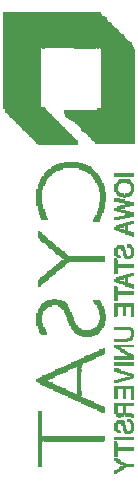
<source format=gbr>
G04 #@! TF.GenerationSoftware,KiCad,Pcbnew,5.0.0*
G04 #@! TF.CreationDate,2018-07-30T20:07:15-05:00*
G04 #@! TF.ProjectId,CardedgeBreakout,4361726465646765427265616B6F7574,rev?*
G04 #@! TF.SameCoordinates,Original*
G04 #@! TF.FileFunction,Legend,Bot*
G04 #@! TF.FilePolarity,Positive*
%FSLAX46Y46*%
G04 Gerber Fmt 4.6, Leading zero omitted, Abs format (unit mm)*
G04 Created by KiCad (PCBNEW 5.0.0) date Mon Jul 30 20:07:15 2018*
%MOMM*%
%LPD*%
G01*
G04 APERTURE LIST*
%ADD10C,0.010000*%
%ADD11C,0.150000*%
G04 APERTURE END LIST*
D10*
G04 #@! TO.C,LOGO*
G36*
X209901000Y-124614200D02*
X209901000Y-124714200D01*
X210001000Y-124714200D01*
X210001000Y-124614200D01*
X209901000Y-124614200D01*
X209901000Y-124614200D01*
G37*
X209901000Y-124614200D02*
X209901000Y-124714200D01*
X210001000Y-124714200D01*
X210001000Y-124614200D01*
X209901000Y-124614200D01*
G36*
X209901000Y-124514200D02*
X209901000Y-124614200D01*
X210001000Y-124614200D01*
X210001000Y-124514200D01*
X209901000Y-124514200D01*
X209901000Y-124514200D01*
G37*
X209901000Y-124514200D02*
X209901000Y-124614200D01*
X210001000Y-124614200D01*
X210001000Y-124514200D01*
X209901000Y-124514200D01*
G36*
X209901000Y-124414200D02*
X209901000Y-124514200D01*
X210001000Y-124514200D01*
X210001000Y-124414200D01*
X209901000Y-124414200D01*
X209901000Y-124414200D01*
G37*
X209901000Y-124414200D02*
X209901000Y-124514200D01*
X210001000Y-124514200D01*
X210001000Y-124414200D01*
X209901000Y-124414200D01*
G36*
X209901000Y-124314200D02*
X209901000Y-124414200D01*
X210001000Y-124414200D01*
X210001000Y-124314200D01*
X209901000Y-124314200D01*
X209901000Y-124314200D01*
G37*
X209901000Y-124314200D02*
X209901000Y-124414200D01*
X210001000Y-124414200D01*
X210001000Y-124314200D01*
X209901000Y-124314200D01*
G36*
X209901000Y-124214200D02*
X209901000Y-124314200D01*
X210001000Y-124314200D01*
X210001000Y-124214200D01*
X209901000Y-124214200D01*
X209901000Y-124214200D01*
G37*
X209901000Y-124214200D02*
X209901000Y-124314200D01*
X210001000Y-124314200D01*
X210001000Y-124214200D01*
X209901000Y-124214200D01*
G36*
X209901000Y-124114200D02*
X209901000Y-124214200D01*
X210001000Y-124214200D01*
X210001000Y-124114200D01*
X209901000Y-124114200D01*
X209901000Y-124114200D01*
G37*
X209901000Y-124114200D02*
X209901000Y-124214200D01*
X210001000Y-124214200D01*
X210001000Y-124114200D01*
X209901000Y-124114200D01*
G36*
X209901000Y-124014200D02*
X209901000Y-124114200D01*
X210001000Y-124114200D01*
X210001000Y-124014200D01*
X209901000Y-124014200D01*
X209901000Y-124014200D01*
G37*
X209901000Y-124014200D02*
X209901000Y-124114200D01*
X210001000Y-124114200D01*
X210001000Y-124014200D01*
X209901000Y-124014200D01*
G36*
X209901000Y-123914200D02*
X209901000Y-124014200D01*
X210001000Y-124014200D01*
X210001000Y-123914200D01*
X209901000Y-123914200D01*
X209901000Y-123914200D01*
G37*
X209901000Y-123914200D02*
X209901000Y-124014200D01*
X210001000Y-124014200D01*
X210001000Y-123914200D01*
X209901000Y-123914200D01*
G36*
X209901000Y-123814200D02*
X209901000Y-123914200D01*
X210001000Y-123914200D01*
X210001000Y-123814200D01*
X209901000Y-123814200D01*
X209901000Y-123814200D01*
G37*
X209901000Y-123814200D02*
X209901000Y-123914200D01*
X210001000Y-123914200D01*
X210001000Y-123814200D01*
X209901000Y-123814200D01*
G36*
X209901000Y-123714200D02*
X209901000Y-123814200D01*
X210001000Y-123814200D01*
X210001000Y-123714200D01*
X209901000Y-123714200D01*
X209901000Y-123714200D01*
G37*
X209901000Y-123714200D02*
X209901000Y-123814200D01*
X210001000Y-123814200D01*
X210001000Y-123714200D01*
X209901000Y-123714200D01*
G36*
X209901000Y-123614200D02*
X209901000Y-123714200D01*
X210001000Y-123714200D01*
X210001000Y-123614200D01*
X209901000Y-123614200D01*
X209901000Y-123614200D01*
G37*
X209901000Y-123614200D02*
X209901000Y-123714200D01*
X210001000Y-123714200D01*
X210001000Y-123614200D01*
X209901000Y-123614200D01*
G36*
X209901000Y-123514200D02*
X209901000Y-123614200D01*
X210001000Y-123614200D01*
X210001000Y-123514200D01*
X209901000Y-123514200D01*
X209901000Y-123514200D01*
G37*
X209901000Y-123514200D02*
X209901000Y-123614200D01*
X210001000Y-123614200D01*
X210001000Y-123514200D01*
X209901000Y-123514200D01*
G36*
X209901000Y-123414200D02*
X209901000Y-123514200D01*
X210001000Y-123514200D01*
X210001000Y-123414200D01*
X209901000Y-123414200D01*
X209901000Y-123414200D01*
G37*
X209901000Y-123414200D02*
X209901000Y-123514200D01*
X210001000Y-123514200D01*
X210001000Y-123414200D01*
X209901000Y-123414200D01*
G36*
X209901000Y-123314200D02*
X209901000Y-123414200D01*
X210001000Y-123414200D01*
X210001000Y-123314200D01*
X209901000Y-123314200D01*
X209901000Y-123314200D01*
G37*
X209901000Y-123314200D02*
X209901000Y-123414200D01*
X210001000Y-123414200D01*
X210001000Y-123314200D01*
X209901000Y-123314200D01*
G36*
X209901000Y-123214200D02*
X209901000Y-123314200D01*
X210001000Y-123314200D01*
X210001000Y-123214200D01*
X209901000Y-123214200D01*
X209901000Y-123214200D01*
G37*
X209901000Y-123214200D02*
X209901000Y-123314200D01*
X210001000Y-123314200D01*
X210001000Y-123214200D01*
X209901000Y-123214200D01*
G36*
X209901000Y-123114200D02*
X209901000Y-123214200D01*
X210001000Y-123214200D01*
X210001000Y-123114200D01*
X209901000Y-123114200D01*
X209901000Y-123114200D01*
G37*
X209901000Y-123114200D02*
X209901000Y-123214200D01*
X210001000Y-123214200D01*
X210001000Y-123114200D01*
X209901000Y-123114200D01*
G36*
X209901000Y-123014200D02*
X209901000Y-123114200D01*
X210001000Y-123114200D01*
X210001000Y-123014200D01*
X209901000Y-123014200D01*
X209901000Y-123014200D01*
G37*
X209901000Y-123014200D02*
X209901000Y-123114200D01*
X210001000Y-123114200D01*
X210001000Y-123014200D01*
X209901000Y-123014200D01*
G36*
X209901000Y-122914200D02*
X209901000Y-123014200D01*
X210001000Y-123014200D01*
X210001000Y-122914200D01*
X209901000Y-122914200D01*
X209901000Y-122914200D01*
G37*
X209901000Y-122914200D02*
X209901000Y-123014200D01*
X210001000Y-123014200D01*
X210001000Y-122914200D01*
X209901000Y-122914200D01*
G36*
X209901000Y-122814200D02*
X209901000Y-122914200D01*
X210001000Y-122914200D01*
X210001000Y-122814200D01*
X209901000Y-122814200D01*
X209901000Y-122814200D01*
G37*
X209901000Y-122814200D02*
X209901000Y-122914200D01*
X210001000Y-122914200D01*
X210001000Y-122814200D01*
X209901000Y-122814200D01*
G36*
X209901000Y-122714200D02*
X209901000Y-122814200D01*
X210001000Y-122814200D01*
X210001000Y-122714200D01*
X209901000Y-122714200D01*
X209901000Y-122714200D01*
G37*
X209901000Y-122714200D02*
X209901000Y-122814200D01*
X210001000Y-122814200D01*
X210001000Y-122714200D01*
X209901000Y-122714200D01*
G36*
X209901000Y-122614200D02*
X209901000Y-122714200D01*
X210001000Y-122714200D01*
X210001000Y-122614200D01*
X209901000Y-122614200D01*
X209901000Y-122614200D01*
G37*
X209901000Y-122614200D02*
X209901000Y-122714200D01*
X210001000Y-122714200D01*
X210001000Y-122614200D01*
X209901000Y-122614200D01*
G36*
X209901000Y-122514200D02*
X209901000Y-122614200D01*
X210001000Y-122614200D01*
X210001000Y-122514200D01*
X209901000Y-122514200D01*
X209901000Y-122514200D01*
G37*
X209901000Y-122514200D02*
X209901000Y-122614200D01*
X210001000Y-122614200D01*
X210001000Y-122514200D01*
X209901000Y-122514200D01*
G36*
X209901000Y-122414200D02*
X209901000Y-122514200D01*
X210001000Y-122514200D01*
X210001000Y-122414200D01*
X209901000Y-122414200D01*
X209901000Y-122414200D01*
G37*
X209901000Y-122414200D02*
X209901000Y-122514200D01*
X210001000Y-122514200D01*
X210001000Y-122414200D01*
X209901000Y-122414200D01*
G36*
X209901000Y-122314200D02*
X209901000Y-122414200D01*
X210001000Y-122414200D01*
X210001000Y-122314200D01*
X209901000Y-122314200D01*
X209901000Y-122314200D01*
G37*
X209901000Y-122314200D02*
X209901000Y-122414200D01*
X210001000Y-122414200D01*
X210001000Y-122314200D01*
X209901000Y-122314200D01*
G36*
X209901000Y-122214200D02*
X209901000Y-122314200D01*
X210001000Y-122314200D01*
X210001000Y-122214200D01*
X209901000Y-122214200D01*
X209901000Y-122214200D01*
G37*
X209901000Y-122214200D02*
X209901000Y-122314200D01*
X210001000Y-122314200D01*
X210001000Y-122214200D01*
X209901000Y-122214200D01*
G36*
X209901000Y-122114200D02*
X209901000Y-122214200D01*
X210001000Y-122214200D01*
X210001000Y-122114200D01*
X209901000Y-122114200D01*
X209901000Y-122114200D01*
G37*
X209901000Y-122114200D02*
X209901000Y-122214200D01*
X210001000Y-122214200D01*
X210001000Y-122114200D01*
X209901000Y-122114200D01*
G36*
X209901000Y-122014200D02*
X209901000Y-122114200D01*
X210001000Y-122114200D01*
X210001000Y-122014200D01*
X209901000Y-122014200D01*
X209901000Y-122014200D01*
G37*
X209901000Y-122014200D02*
X209901000Y-122114200D01*
X210001000Y-122114200D01*
X210001000Y-122014200D01*
X209901000Y-122014200D01*
G36*
X209901000Y-121914200D02*
X209901000Y-122014200D01*
X210001000Y-122014200D01*
X210001000Y-121914200D01*
X209901000Y-121914200D01*
X209901000Y-121914200D01*
G37*
X209901000Y-121914200D02*
X209901000Y-122014200D01*
X210001000Y-122014200D01*
X210001000Y-121914200D01*
X209901000Y-121914200D01*
G36*
X209901000Y-121814200D02*
X209901000Y-121914200D01*
X210001000Y-121914200D01*
X210001000Y-121814200D01*
X209901000Y-121814200D01*
X209901000Y-121814200D01*
G37*
X209901000Y-121814200D02*
X209901000Y-121914200D01*
X210001000Y-121914200D01*
X210001000Y-121814200D01*
X209901000Y-121814200D01*
G36*
X209901000Y-121714200D02*
X209901000Y-121814200D01*
X210001000Y-121814200D01*
X210001000Y-121714200D01*
X209901000Y-121714200D01*
X209901000Y-121714200D01*
G37*
X209901000Y-121714200D02*
X209901000Y-121814200D01*
X210001000Y-121814200D01*
X210001000Y-121714200D01*
X209901000Y-121714200D01*
G36*
X209901000Y-121614200D02*
X209901000Y-121714200D01*
X210001000Y-121714200D01*
X210001000Y-121614200D01*
X209901000Y-121614200D01*
X209901000Y-121614200D01*
G37*
X209901000Y-121614200D02*
X209901000Y-121714200D01*
X210001000Y-121714200D01*
X210001000Y-121614200D01*
X209901000Y-121614200D01*
G36*
X209901000Y-121514200D02*
X209901000Y-121614200D01*
X210001000Y-121614200D01*
X210001000Y-121514200D01*
X209901000Y-121514200D01*
X209901000Y-121514200D01*
G37*
X209901000Y-121514200D02*
X209901000Y-121614200D01*
X210001000Y-121614200D01*
X210001000Y-121514200D01*
X209901000Y-121514200D01*
G36*
X209901000Y-121414200D02*
X209901000Y-121514200D01*
X210001000Y-121514200D01*
X210001000Y-121414200D01*
X209901000Y-121414200D01*
X209901000Y-121414200D01*
G37*
X209901000Y-121414200D02*
X209901000Y-121514200D01*
X210001000Y-121514200D01*
X210001000Y-121414200D01*
X209901000Y-121414200D01*
G36*
X209901000Y-121314200D02*
X209901000Y-121414200D01*
X210001000Y-121414200D01*
X210001000Y-121314200D01*
X209901000Y-121314200D01*
X209901000Y-121314200D01*
G37*
X209901000Y-121314200D02*
X209901000Y-121414200D01*
X210001000Y-121414200D01*
X210001000Y-121314200D01*
X209901000Y-121314200D01*
G36*
X209901000Y-121214200D02*
X209901000Y-121314200D01*
X210001000Y-121314200D01*
X210001000Y-121214200D01*
X209901000Y-121214200D01*
X209901000Y-121214200D01*
G37*
X209901000Y-121214200D02*
X209901000Y-121314200D01*
X210001000Y-121314200D01*
X210001000Y-121214200D01*
X209901000Y-121214200D01*
G36*
X209901000Y-121114200D02*
X209901000Y-121214200D01*
X210001000Y-121214200D01*
X210001000Y-121114200D01*
X209901000Y-121114200D01*
X209901000Y-121114200D01*
G37*
X209901000Y-121114200D02*
X209901000Y-121214200D01*
X210001000Y-121214200D01*
X210001000Y-121114200D01*
X209901000Y-121114200D01*
G36*
X209901000Y-121014200D02*
X209901000Y-121114200D01*
X210001000Y-121114200D01*
X210001000Y-121014200D01*
X209901000Y-121014200D01*
X209901000Y-121014200D01*
G37*
X209901000Y-121014200D02*
X209901000Y-121114200D01*
X210001000Y-121114200D01*
X210001000Y-121014200D01*
X209901000Y-121014200D01*
G36*
X209901000Y-120914200D02*
X209901000Y-121014200D01*
X210001000Y-121014200D01*
X210001000Y-120914200D01*
X209901000Y-120914200D01*
X209901000Y-120914200D01*
G37*
X209901000Y-120914200D02*
X209901000Y-121014200D01*
X210001000Y-121014200D01*
X210001000Y-120914200D01*
X209901000Y-120914200D01*
G36*
X209901000Y-120814200D02*
X209901000Y-120914200D01*
X210001000Y-120914200D01*
X210001000Y-120814200D01*
X209901000Y-120814200D01*
X209901000Y-120814200D01*
G37*
X209901000Y-120814200D02*
X209901000Y-120914200D01*
X210001000Y-120914200D01*
X210001000Y-120814200D01*
X209901000Y-120814200D01*
G36*
X209901000Y-120714200D02*
X209901000Y-120814200D01*
X210001000Y-120814200D01*
X210001000Y-120714200D01*
X209901000Y-120714200D01*
X209901000Y-120714200D01*
G37*
X209901000Y-120714200D02*
X209901000Y-120814200D01*
X210001000Y-120814200D01*
X210001000Y-120714200D01*
X209901000Y-120714200D01*
G36*
X209901000Y-120614200D02*
X209901000Y-120714200D01*
X210001000Y-120714200D01*
X210001000Y-120614200D01*
X209901000Y-120614200D01*
X209901000Y-120614200D01*
G37*
X209901000Y-120614200D02*
X209901000Y-120714200D01*
X210001000Y-120714200D01*
X210001000Y-120614200D01*
X209901000Y-120614200D01*
G36*
X209901000Y-120514200D02*
X209901000Y-120614200D01*
X210001000Y-120614200D01*
X210001000Y-120514200D01*
X209901000Y-120514200D01*
X209901000Y-120514200D01*
G37*
X209901000Y-120514200D02*
X209901000Y-120614200D01*
X210001000Y-120614200D01*
X210001000Y-120514200D01*
X209901000Y-120514200D01*
G36*
X209901000Y-120414200D02*
X209901000Y-120514200D01*
X210001000Y-120514200D01*
X210001000Y-120414200D01*
X209901000Y-120414200D01*
X209901000Y-120414200D01*
G37*
X209901000Y-120414200D02*
X209901000Y-120514200D01*
X210001000Y-120514200D01*
X210001000Y-120414200D01*
X209901000Y-120414200D01*
G36*
X209901000Y-120314200D02*
X209901000Y-120414200D01*
X210001000Y-120414200D01*
X210001000Y-120314200D01*
X209901000Y-120314200D01*
X209901000Y-120314200D01*
G37*
X209901000Y-120314200D02*
X209901000Y-120414200D01*
X210001000Y-120414200D01*
X210001000Y-120314200D01*
X209901000Y-120314200D01*
G36*
X209901000Y-120214200D02*
X209901000Y-120314200D01*
X210001000Y-120314200D01*
X210001000Y-120214200D01*
X209901000Y-120214200D01*
X209901000Y-120214200D01*
G37*
X209901000Y-120214200D02*
X209901000Y-120314200D01*
X210001000Y-120314200D01*
X210001000Y-120214200D01*
X209901000Y-120214200D01*
G36*
X209901000Y-120114200D02*
X209901000Y-120214200D01*
X210001000Y-120214200D01*
X210001000Y-120114200D01*
X209901000Y-120114200D01*
X209901000Y-120114200D01*
G37*
X209901000Y-120114200D02*
X209901000Y-120214200D01*
X210001000Y-120214200D01*
X210001000Y-120114200D01*
X209901000Y-120114200D01*
G36*
X209901000Y-120014200D02*
X209901000Y-120114200D01*
X210001000Y-120114200D01*
X210001000Y-120014200D01*
X209901000Y-120014200D01*
X209901000Y-120014200D01*
G37*
X209901000Y-120014200D02*
X209901000Y-120114200D01*
X210001000Y-120114200D01*
X210001000Y-120014200D01*
X209901000Y-120014200D01*
G36*
X209901000Y-119914200D02*
X209901000Y-120014200D01*
X210001000Y-120014200D01*
X210001000Y-119914200D01*
X209901000Y-119914200D01*
X209901000Y-119914200D01*
G37*
X209901000Y-119914200D02*
X209901000Y-120014200D01*
X210001000Y-120014200D01*
X210001000Y-119914200D01*
X209901000Y-119914200D01*
G36*
X209901000Y-119814200D02*
X209901000Y-119914200D01*
X210001000Y-119914200D01*
X210001000Y-119814200D01*
X209901000Y-119814200D01*
X209901000Y-119814200D01*
G37*
X209901000Y-119814200D02*
X209901000Y-119914200D01*
X210001000Y-119914200D01*
X210001000Y-119814200D01*
X209901000Y-119814200D01*
G36*
X209901000Y-119714200D02*
X209901000Y-119814200D01*
X210001000Y-119814200D01*
X210001000Y-119714200D01*
X209901000Y-119714200D01*
X209901000Y-119714200D01*
G37*
X209901000Y-119714200D02*
X209901000Y-119814200D01*
X210001000Y-119814200D01*
X210001000Y-119714200D01*
X209901000Y-119714200D01*
G36*
X209901000Y-119614200D02*
X209901000Y-119714200D01*
X210001000Y-119714200D01*
X210001000Y-119614200D01*
X209901000Y-119614200D01*
X209901000Y-119614200D01*
G37*
X209901000Y-119614200D02*
X209901000Y-119714200D01*
X210001000Y-119714200D01*
X210001000Y-119614200D01*
X209901000Y-119614200D01*
G36*
X209901000Y-119514200D02*
X209901000Y-119614200D01*
X210001000Y-119614200D01*
X210001000Y-119514200D01*
X209901000Y-119514200D01*
X209901000Y-119514200D01*
G37*
X209901000Y-119514200D02*
X209901000Y-119614200D01*
X210001000Y-119614200D01*
X210001000Y-119514200D01*
X209901000Y-119514200D01*
G36*
X209901000Y-119414200D02*
X209901000Y-119514200D01*
X210001000Y-119514200D01*
X210001000Y-119414200D01*
X209901000Y-119414200D01*
X209901000Y-119414200D01*
G37*
X209901000Y-119414200D02*
X209901000Y-119514200D01*
X210001000Y-119514200D01*
X210001000Y-119414200D01*
X209901000Y-119414200D01*
G36*
X209901000Y-119314200D02*
X209901000Y-119414200D01*
X210001000Y-119414200D01*
X210001000Y-119314200D01*
X209901000Y-119314200D01*
X209901000Y-119314200D01*
G37*
X209901000Y-119314200D02*
X209901000Y-119414200D01*
X210001000Y-119414200D01*
X210001000Y-119314200D01*
X209901000Y-119314200D01*
G36*
X209901000Y-119214200D02*
X209901000Y-119314200D01*
X210001000Y-119314200D01*
X210001000Y-119214200D01*
X209901000Y-119214200D01*
X209901000Y-119214200D01*
G37*
X209901000Y-119214200D02*
X209901000Y-119314200D01*
X210001000Y-119314200D01*
X210001000Y-119214200D01*
X209901000Y-119214200D01*
G36*
X209901000Y-119114200D02*
X209901000Y-119214200D01*
X210001000Y-119214200D01*
X210001000Y-119114200D01*
X209901000Y-119114200D01*
X209901000Y-119114200D01*
G37*
X209901000Y-119114200D02*
X209901000Y-119214200D01*
X210001000Y-119214200D01*
X210001000Y-119114200D01*
X209901000Y-119114200D01*
G36*
X209901000Y-119014200D02*
X209901000Y-119114200D01*
X210001000Y-119114200D01*
X210001000Y-119014200D01*
X209901000Y-119014200D01*
X209901000Y-119014200D01*
G37*
X209901000Y-119014200D02*
X209901000Y-119114200D01*
X210001000Y-119114200D01*
X210001000Y-119014200D01*
X209901000Y-119014200D01*
G36*
X209901000Y-118914200D02*
X209901000Y-119014200D01*
X210001000Y-119014200D01*
X210001000Y-118914200D01*
X209901000Y-118914200D01*
X209901000Y-118914200D01*
G37*
X209901000Y-118914200D02*
X209901000Y-119014200D01*
X210001000Y-119014200D01*
X210001000Y-118914200D01*
X209901000Y-118914200D01*
G36*
X209901000Y-118814200D02*
X209901000Y-118914200D01*
X210001000Y-118914200D01*
X210001000Y-118814200D01*
X209901000Y-118814200D01*
X209901000Y-118814200D01*
G37*
X209901000Y-118814200D02*
X209901000Y-118914200D01*
X210001000Y-118914200D01*
X210001000Y-118814200D01*
X209901000Y-118814200D01*
G36*
X209901000Y-118714200D02*
X209901000Y-118814200D01*
X210001000Y-118814200D01*
X210001000Y-118714200D01*
X209901000Y-118714200D01*
X209901000Y-118714200D01*
G37*
X209901000Y-118714200D02*
X209901000Y-118814200D01*
X210001000Y-118814200D01*
X210001000Y-118714200D01*
X209901000Y-118714200D01*
G36*
X209901000Y-118614200D02*
X209901000Y-118714200D01*
X210001000Y-118714200D01*
X210001000Y-118614200D01*
X209901000Y-118614200D01*
X209901000Y-118614200D01*
G37*
X209901000Y-118614200D02*
X209901000Y-118714200D01*
X210001000Y-118714200D01*
X210001000Y-118614200D01*
X209901000Y-118614200D01*
G36*
X209901000Y-118514200D02*
X209901000Y-118614200D01*
X210001000Y-118614200D01*
X210001000Y-118514200D01*
X209901000Y-118514200D01*
X209901000Y-118514200D01*
G37*
X209901000Y-118514200D02*
X209901000Y-118614200D01*
X210001000Y-118614200D01*
X210001000Y-118514200D01*
X209901000Y-118514200D01*
G36*
X209901000Y-118414200D02*
X209901000Y-118514200D01*
X210001000Y-118514200D01*
X210001000Y-118414200D01*
X209901000Y-118414200D01*
X209901000Y-118414200D01*
G37*
X209901000Y-118414200D02*
X209901000Y-118514200D01*
X210001000Y-118514200D01*
X210001000Y-118414200D01*
X209901000Y-118414200D01*
G36*
X209901000Y-118314200D02*
X209901000Y-118414200D01*
X210001000Y-118414200D01*
X210001000Y-118314200D01*
X209901000Y-118314200D01*
X209901000Y-118314200D01*
G37*
X209901000Y-118314200D02*
X209901000Y-118414200D01*
X210001000Y-118414200D01*
X210001000Y-118314200D01*
X209901000Y-118314200D01*
G36*
X209901000Y-118214200D02*
X209901000Y-118314200D01*
X210001000Y-118314200D01*
X210001000Y-118214200D01*
X209901000Y-118214200D01*
X209901000Y-118214200D01*
G37*
X209901000Y-118214200D02*
X209901000Y-118314200D01*
X210001000Y-118314200D01*
X210001000Y-118214200D01*
X209901000Y-118214200D01*
G36*
X209901000Y-118114200D02*
X209901000Y-118214200D01*
X210001000Y-118214200D01*
X210001000Y-118114200D01*
X209901000Y-118114200D01*
X209901000Y-118114200D01*
G37*
X209901000Y-118114200D02*
X209901000Y-118214200D01*
X210001000Y-118214200D01*
X210001000Y-118114200D01*
X209901000Y-118114200D01*
G36*
X209901000Y-118014200D02*
X209901000Y-118114200D01*
X210001000Y-118114200D01*
X210001000Y-118014200D01*
X209901000Y-118014200D01*
X209901000Y-118014200D01*
G37*
X209901000Y-118014200D02*
X209901000Y-118114200D01*
X210001000Y-118114200D01*
X210001000Y-118014200D01*
X209901000Y-118014200D01*
G36*
X209901000Y-117914200D02*
X209901000Y-118014200D01*
X210001000Y-118014200D01*
X210001000Y-117914200D01*
X209901000Y-117914200D01*
X209901000Y-117914200D01*
G37*
X209901000Y-117914200D02*
X209901000Y-118014200D01*
X210001000Y-118014200D01*
X210001000Y-117914200D01*
X209901000Y-117914200D01*
G36*
X209901000Y-117814200D02*
X209901000Y-117914200D01*
X210001000Y-117914200D01*
X210001000Y-117814200D01*
X209901000Y-117814200D01*
X209901000Y-117814200D01*
G37*
X209901000Y-117814200D02*
X209901000Y-117914200D01*
X210001000Y-117914200D01*
X210001000Y-117814200D01*
X209901000Y-117814200D01*
G36*
X209901000Y-117714200D02*
X209901000Y-117814200D01*
X210001000Y-117814200D01*
X210001000Y-117714200D01*
X209901000Y-117714200D01*
X209901000Y-117714200D01*
G37*
X209901000Y-117714200D02*
X209901000Y-117814200D01*
X210001000Y-117814200D01*
X210001000Y-117714200D01*
X209901000Y-117714200D01*
G36*
X209901000Y-117614200D02*
X209901000Y-117714200D01*
X210001000Y-117714200D01*
X210001000Y-117614200D01*
X209901000Y-117614200D01*
X209901000Y-117614200D01*
G37*
X209901000Y-117614200D02*
X209901000Y-117714200D01*
X210001000Y-117714200D01*
X210001000Y-117614200D01*
X209901000Y-117614200D01*
G36*
X209901000Y-117514200D02*
X209901000Y-117614200D01*
X210001000Y-117614200D01*
X210001000Y-117514200D01*
X209901000Y-117514200D01*
X209901000Y-117514200D01*
G37*
X209901000Y-117514200D02*
X209901000Y-117614200D01*
X210001000Y-117614200D01*
X210001000Y-117514200D01*
X209901000Y-117514200D01*
G36*
X209901000Y-117414200D02*
X209901000Y-117514200D01*
X210001000Y-117514200D01*
X210001000Y-117414200D01*
X209901000Y-117414200D01*
X209901000Y-117414200D01*
G37*
X209901000Y-117414200D02*
X209901000Y-117514200D01*
X210001000Y-117514200D01*
X210001000Y-117414200D01*
X209901000Y-117414200D01*
G36*
X209901000Y-117314200D02*
X209901000Y-117414200D01*
X210001000Y-117414200D01*
X210001000Y-117314200D01*
X209901000Y-117314200D01*
X209901000Y-117314200D01*
G37*
X209901000Y-117314200D02*
X209901000Y-117414200D01*
X210001000Y-117414200D01*
X210001000Y-117314200D01*
X209901000Y-117314200D01*
G36*
X209901000Y-117214200D02*
X209901000Y-117314200D01*
X210001000Y-117314200D01*
X210001000Y-117214200D01*
X209901000Y-117214200D01*
X209901000Y-117214200D01*
G37*
X209901000Y-117214200D02*
X209901000Y-117314200D01*
X210001000Y-117314200D01*
X210001000Y-117214200D01*
X209901000Y-117214200D01*
G36*
X209901000Y-117114200D02*
X209901000Y-117214200D01*
X210001000Y-117214200D01*
X210001000Y-117114200D01*
X209901000Y-117114200D01*
X209901000Y-117114200D01*
G37*
X209901000Y-117114200D02*
X209901000Y-117214200D01*
X210001000Y-117214200D01*
X210001000Y-117114200D01*
X209901000Y-117114200D01*
G36*
X209901000Y-117014200D02*
X209901000Y-117114200D01*
X210001000Y-117114200D01*
X210001000Y-117014200D01*
X209901000Y-117014200D01*
X209901000Y-117014200D01*
G37*
X209901000Y-117014200D02*
X209901000Y-117114200D01*
X210001000Y-117114200D01*
X210001000Y-117014200D01*
X209901000Y-117014200D01*
G36*
X209901000Y-116914200D02*
X209901000Y-117014200D01*
X210001000Y-117014200D01*
X210001000Y-116914200D01*
X209901000Y-116914200D01*
X209901000Y-116914200D01*
G37*
X209901000Y-116914200D02*
X209901000Y-117014200D01*
X210001000Y-117014200D01*
X210001000Y-116914200D01*
X209901000Y-116914200D01*
G36*
X209901000Y-116814200D02*
X209901000Y-116914200D01*
X210001000Y-116914200D01*
X210001000Y-116814200D01*
X209901000Y-116814200D01*
X209901000Y-116814200D01*
G37*
X209901000Y-116814200D02*
X209901000Y-116914200D01*
X210001000Y-116914200D01*
X210001000Y-116814200D01*
X209901000Y-116814200D01*
G36*
X209801000Y-152014200D02*
X209801000Y-152114200D01*
X209901000Y-152114200D01*
X209901000Y-152014200D01*
X209801000Y-152014200D01*
X209801000Y-152014200D01*
G37*
X209801000Y-152014200D02*
X209801000Y-152114200D01*
X209901000Y-152114200D01*
X209901000Y-152014200D01*
X209801000Y-152014200D01*
G36*
X209801000Y-151914200D02*
X209801000Y-152014200D01*
X209901000Y-152014200D01*
X209901000Y-151914200D01*
X209801000Y-151914200D01*
X209801000Y-151914200D01*
G37*
X209801000Y-151914200D02*
X209801000Y-152014200D01*
X209901000Y-152014200D01*
X209901000Y-151914200D01*
X209801000Y-151914200D01*
G36*
X209801000Y-150614200D02*
X209801000Y-150714200D01*
X209901000Y-150714200D01*
X209901000Y-150614200D01*
X209801000Y-150614200D01*
X209801000Y-150614200D01*
G37*
X209801000Y-150614200D02*
X209801000Y-150714200D01*
X209901000Y-150714200D01*
X209901000Y-150614200D01*
X209801000Y-150614200D01*
G36*
X209801000Y-150514200D02*
X209801000Y-150614200D01*
X209901000Y-150614200D01*
X209901000Y-150514200D01*
X209801000Y-150514200D01*
X209801000Y-150514200D01*
G37*
X209801000Y-150514200D02*
X209801000Y-150614200D01*
X209901000Y-150614200D01*
X209901000Y-150514200D01*
X209801000Y-150514200D01*
G36*
X209801000Y-149714200D02*
X209801000Y-149814200D01*
X209901000Y-149814200D01*
X209901000Y-149714200D01*
X209801000Y-149714200D01*
X209801000Y-149714200D01*
G37*
X209801000Y-149714200D02*
X209801000Y-149814200D01*
X209901000Y-149814200D01*
X209901000Y-149714200D01*
X209801000Y-149714200D01*
G36*
X209801000Y-149614200D02*
X209801000Y-149714200D01*
X209901000Y-149714200D01*
X209901000Y-149614200D01*
X209801000Y-149614200D01*
X209801000Y-149614200D01*
G37*
X209801000Y-149614200D02*
X209801000Y-149714200D01*
X209901000Y-149714200D01*
X209901000Y-149614200D01*
X209801000Y-149614200D01*
G36*
X209801000Y-148914200D02*
X209801000Y-149014200D01*
X209901000Y-149014200D01*
X209901000Y-148914200D01*
X209801000Y-148914200D01*
X209801000Y-148914200D01*
G37*
X209801000Y-148914200D02*
X209801000Y-149014200D01*
X209901000Y-149014200D01*
X209901000Y-148914200D01*
X209801000Y-148914200D01*
G36*
X209801000Y-148814200D02*
X209801000Y-148914200D01*
X209901000Y-148914200D01*
X209901000Y-148814200D01*
X209801000Y-148814200D01*
X209801000Y-148814200D01*
G37*
X209801000Y-148814200D02*
X209801000Y-148914200D01*
X209901000Y-148914200D01*
X209901000Y-148814200D01*
X209801000Y-148814200D01*
G36*
X209801000Y-148714200D02*
X209801000Y-148814200D01*
X209901000Y-148814200D01*
X209901000Y-148714200D01*
X209801000Y-148714200D01*
X209801000Y-148714200D01*
G37*
X209801000Y-148714200D02*
X209801000Y-148814200D01*
X209901000Y-148814200D01*
X209901000Y-148714200D01*
X209801000Y-148714200D01*
G36*
X209801000Y-148614200D02*
X209801000Y-148714200D01*
X209901000Y-148714200D01*
X209901000Y-148614200D01*
X209801000Y-148614200D01*
X209801000Y-148614200D01*
G37*
X209801000Y-148614200D02*
X209801000Y-148714200D01*
X209901000Y-148714200D01*
X209901000Y-148614200D01*
X209801000Y-148614200D01*
G36*
X209801000Y-148514200D02*
X209801000Y-148614200D01*
X209901000Y-148614200D01*
X209901000Y-148514200D01*
X209801000Y-148514200D01*
X209801000Y-148514200D01*
G37*
X209801000Y-148514200D02*
X209801000Y-148614200D01*
X209901000Y-148614200D01*
X209901000Y-148514200D01*
X209801000Y-148514200D01*
G36*
X209801000Y-148414200D02*
X209801000Y-148514200D01*
X209901000Y-148514200D01*
X209901000Y-148414200D01*
X209801000Y-148414200D01*
X209801000Y-148414200D01*
G37*
X209801000Y-148414200D02*
X209801000Y-148514200D01*
X209901000Y-148514200D01*
X209901000Y-148414200D01*
X209801000Y-148414200D01*
G36*
X209801000Y-147814200D02*
X209801000Y-147914200D01*
X209901000Y-147914200D01*
X209901000Y-147814200D01*
X209801000Y-147814200D01*
X209801000Y-147814200D01*
G37*
X209801000Y-147814200D02*
X209801000Y-147914200D01*
X209901000Y-147914200D01*
X209901000Y-147814200D01*
X209801000Y-147814200D01*
G36*
X209801000Y-147714200D02*
X209801000Y-147814200D01*
X209901000Y-147814200D01*
X209901000Y-147714200D01*
X209801000Y-147714200D01*
X209801000Y-147714200D01*
G37*
X209801000Y-147714200D02*
X209801000Y-147814200D01*
X209901000Y-147814200D01*
X209901000Y-147714200D01*
X209801000Y-147714200D01*
G36*
X209801000Y-146814200D02*
X209801000Y-146914200D01*
X209901000Y-146914200D01*
X209901000Y-146814200D01*
X209801000Y-146814200D01*
X209801000Y-146814200D01*
G37*
X209801000Y-146814200D02*
X209801000Y-146914200D01*
X209901000Y-146914200D01*
X209901000Y-146814200D01*
X209801000Y-146814200D01*
G36*
X209801000Y-146714200D02*
X209801000Y-146814200D01*
X209901000Y-146814200D01*
X209901000Y-146714200D01*
X209801000Y-146714200D01*
X209801000Y-146714200D01*
G37*
X209801000Y-146714200D02*
X209801000Y-146814200D01*
X209901000Y-146814200D01*
X209901000Y-146714200D01*
X209801000Y-146714200D01*
G36*
X209801000Y-146314200D02*
X209801000Y-146414200D01*
X209901000Y-146414200D01*
X209901000Y-146314200D01*
X209801000Y-146314200D01*
X209801000Y-146314200D01*
G37*
X209801000Y-146314200D02*
X209801000Y-146414200D01*
X209901000Y-146414200D01*
X209901000Y-146314200D01*
X209801000Y-146314200D01*
G36*
X209801000Y-146214200D02*
X209801000Y-146314200D01*
X209901000Y-146314200D01*
X209901000Y-146214200D01*
X209801000Y-146214200D01*
X209801000Y-146214200D01*
G37*
X209801000Y-146214200D02*
X209801000Y-146314200D01*
X209901000Y-146314200D01*
X209901000Y-146214200D01*
X209801000Y-146214200D01*
G36*
X209801000Y-146114200D02*
X209801000Y-146214200D01*
X209901000Y-146214200D01*
X209901000Y-146114200D01*
X209801000Y-146114200D01*
X209801000Y-146114200D01*
G37*
X209801000Y-146114200D02*
X209801000Y-146214200D01*
X209901000Y-146214200D01*
X209901000Y-146114200D01*
X209801000Y-146114200D01*
G36*
X209801000Y-146014200D02*
X209801000Y-146114200D01*
X209901000Y-146114200D01*
X209901000Y-146014200D01*
X209801000Y-146014200D01*
X209801000Y-146014200D01*
G37*
X209801000Y-146014200D02*
X209801000Y-146114200D01*
X209901000Y-146114200D01*
X209901000Y-146014200D01*
X209801000Y-146014200D01*
G36*
X209801000Y-145914200D02*
X209801000Y-146014200D01*
X209901000Y-146014200D01*
X209901000Y-145914200D01*
X209801000Y-145914200D01*
X209801000Y-145914200D01*
G37*
X209801000Y-145914200D02*
X209801000Y-146014200D01*
X209901000Y-146014200D01*
X209901000Y-145914200D01*
X209801000Y-145914200D01*
G36*
X209801000Y-145814200D02*
X209801000Y-145914200D01*
X209901000Y-145914200D01*
X209901000Y-145814200D01*
X209801000Y-145814200D01*
X209801000Y-145814200D01*
G37*
X209801000Y-145814200D02*
X209801000Y-145914200D01*
X209901000Y-145914200D01*
X209901000Y-145814200D01*
X209801000Y-145814200D01*
G36*
X209801000Y-145714200D02*
X209801000Y-145814200D01*
X209901000Y-145814200D01*
X209901000Y-145714200D01*
X209801000Y-145714200D01*
X209801000Y-145714200D01*
G37*
X209801000Y-145714200D02*
X209801000Y-145814200D01*
X209901000Y-145814200D01*
X209901000Y-145714200D01*
X209801000Y-145714200D01*
G36*
X209801000Y-145614200D02*
X209801000Y-145714200D01*
X209901000Y-145714200D01*
X209901000Y-145614200D01*
X209801000Y-145614200D01*
X209801000Y-145614200D01*
G37*
X209801000Y-145614200D02*
X209801000Y-145714200D01*
X209901000Y-145714200D01*
X209901000Y-145614200D01*
X209801000Y-145614200D01*
G36*
X209801000Y-145514200D02*
X209801000Y-145614200D01*
X209901000Y-145614200D01*
X209901000Y-145514200D01*
X209801000Y-145514200D01*
X209801000Y-145514200D01*
G37*
X209801000Y-145514200D02*
X209801000Y-145614200D01*
X209901000Y-145614200D01*
X209901000Y-145514200D01*
X209801000Y-145514200D01*
G36*
X209801000Y-145414200D02*
X209801000Y-145514200D01*
X209901000Y-145514200D01*
X209901000Y-145414200D01*
X209801000Y-145414200D01*
X209801000Y-145414200D01*
G37*
X209801000Y-145414200D02*
X209801000Y-145514200D01*
X209901000Y-145514200D01*
X209901000Y-145414200D01*
X209801000Y-145414200D01*
G36*
X209801000Y-145314200D02*
X209801000Y-145414200D01*
X209901000Y-145414200D01*
X209901000Y-145314200D01*
X209801000Y-145314200D01*
X209801000Y-145314200D01*
G37*
X209801000Y-145314200D02*
X209801000Y-145414200D01*
X209901000Y-145414200D01*
X209901000Y-145314200D01*
X209801000Y-145314200D01*
G36*
X209801000Y-144414200D02*
X209801000Y-144514200D01*
X209901000Y-144514200D01*
X209901000Y-144414200D01*
X209801000Y-144414200D01*
X209801000Y-144414200D01*
G37*
X209801000Y-144414200D02*
X209801000Y-144514200D01*
X209901000Y-144514200D01*
X209901000Y-144414200D01*
X209801000Y-144414200D01*
G36*
X209801000Y-144314200D02*
X209801000Y-144414200D01*
X209901000Y-144414200D01*
X209901000Y-144314200D01*
X209801000Y-144314200D01*
X209801000Y-144314200D01*
G37*
X209801000Y-144314200D02*
X209801000Y-144414200D01*
X209901000Y-144414200D01*
X209901000Y-144314200D01*
X209801000Y-144314200D01*
G36*
X209801000Y-143414200D02*
X209801000Y-143514200D01*
X209901000Y-143514200D01*
X209901000Y-143414200D01*
X209801000Y-143414200D01*
X209801000Y-143414200D01*
G37*
X209801000Y-143414200D02*
X209801000Y-143514200D01*
X209901000Y-143514200D01*
X209901000Y-143414200D01*
X209801000Y-143414200D01*
G36*
X209801000Y-143314200D02*
X209801000Y-143414200D01*
X209901000Y-143414200D01*
X209901000Y-143314200D01*
X209801000Y-143314200D01*
X209801000Y-143314200D01*
G37*
X209801000Y-143314200D02*
X209801000Y-143414200D01*
X209901000Y-143414200D01*
X209901000Y-143314200D01*
X209801000Y-143314200D01*
G36*
X209801000Y-142914200D02*
X209801000Y-143014200D01*
X209901000Y-143014200D01*
X209901000Y-142914200D01*
X209801000Y-142914200D01*
X209801000Y-142914200D01*
G37*
X209801000Y-142914200D02*
X209801000Y-143014200D01*
X209901000Y-143014200D01*
X209901000Y-142914200D01*
X209801000Y-142914200D01*
G36*
X209801000Y-142814200D02*
X209801000Y-142914200D01*
X209901000Y-142914200D01*
X209901000Y-142814200D01*
X209801000Y-142814200D01*
X209801000Y-142814200D01*
G37*
X209801000Y-142814200D02*
X209801000Y-142914200D01*
X209901000Y-142914200D01*
X209901000Y-142814200D01*
X209801000Y-142814200D01*
G36*
X209801000Y-142714200D02*
X209801000Y-142814200D01*
X209901000Y-142814200D01*
X209901000Y-142714200D01*
X209801000Y-142714200D01*
X209801000Y-142714200D01*
G37*
X209801000Y-142714200D02*
X209801000Y-142814200D01*
X209901000Y-142814200D01*
X209901000Y-142714200D01*
X209801000Y-142714200D01*
G36*
X209801000Y-141814200D02*
X209801000Y-141914200D01*
X209901000Y-141914200D01*
X209901000Y-141814200D01*
X209801000Y-141814200D01*
X209801000Y-141814200D01*
G37*
X209801000Y-141814200D02*
X209801000Y-141914200D01*
X209901000Y-141914200D01*
X209901000Y-141814200D01*
X209801000Y-141814200D01*
G36*
X209801000Y-141014200D02*
X209801000Y-141114200D01*
X209901000Y-141114200D01*
X209901000Y-141014200D01*
X209801000Y-141014200D01*
X209801000Y-141014200D01*
G37*
X209801000Y-141014200D02*
X209801000Y-141114200D01*
X209901000Y-141114200D01*
X209901000Y-141014200D01*
X209801000Y-141014200D01*
G36*
X209801000Y-140914200D02*
X209801000Y-141014200D01*
X209901000Y-141014200D01*
X209901000Y-140914200D01*
X209801000Y-140914200D01*
X209801000Y-140914200D01*
G37*
X209801000Y-140914200D02*
X209801000Y-141014200D01*
X209901000Y-141014200D01*
X209901000Y-140914200D01*
X209801000Y-140914200D01*
G36*
X209801000Y-140814200D02*
X209801000Y-140914200D01*
X209901000Y-140914200D01*
X209901000Y-140814200D01*
X209801000Y-140814200D01*
X209801000Y-140814200D01*
G37*
X209801000Y-140814200D02*
X209801000Y-140914200D01*
X209901000Y-140914200D01*
X209901000Y-140814200D01*
X209801000Y-140814200D01*
G36*
X209801000Y-140714200D02*
X209801000Y-140814200D01*
X209901000Y-140814200D01*
X209901000Y-140714200D01*
X209801000Y-140714200D01*
X209801000Y-140714200D01*
G37*
X209801000Y-140714200D02*
X209801000Y-140814200D01*
X209901000Y-140814200D01*
X209901000Y-140714200D01*
X209801000Y-140714200D01*
G36*
X209801000Y-140614200D02*
X209801000Y-140714200D01*
X209901000Y-140714200D01*
X209901000Y-140614200D01*
X209801000Y-140614200D01*
X209801000Y-140614200D01*
G37*
X209801000Y-140614200D02*
X209801000Y-140714200D01*
X209901000Y-140714200D01*
X209901000Y-140614200D01*
X209801000Y-140614200D01*
G36*
X209801000Y-139314200D02*
X209801000Y-139414200D01*
X209901000Y-139414200D01*
X209901000Y-139314200D01*
X209801000Y-139314200D01*
X209801000Y-139314200D01*
G37*
X209801000Y-139314200D02*
X209801000Y-139414200D01*
X209901000Y-139414200D01*
X209901000Y-139314200D01*
X209801000Y-139314200D01*
G36*
X209801000Y-139214200D02*
X209801000Y-139314200D01*
X209901000Y-139314200D01*
X209901000Y-139214200D01*
X209801000Y-139214200D01*
X209801000Y-139214200D01*
G37*
X209801000Y-139214200D02*
X209801000Y-139314200D01*
X209901000Y-139314200D01*
X209901000Y-139214200D01*
X209801000Y-139214200D01*
G36*
X209801000Y-139114200D02*
X209801000Y-139214200D01*
X209901000Y-139214200D01*
X209901000Y-139114200D01*
X209801000Y-139114200D01*
X209801000Y-139114200D01*
G37*
X209801000Y-139114200D02*
X209801000Y-139214200D01*
X209901000Y-139214200D01*
X209901000Y-139114200D01*
X209801000Y-139114200D01*
G36*
X209801000Y-139014200D02*
X209801000Y-139114200D01*
X209901000Y-139114200D01*
X209901000Y-139014200D01*
X209801000Y-139014200D01*
X209801000Y-139014200D01*
G37*
X209801000Y-139014200D02*
X209801000Y-139114200D01*
X209901000Y-139114200D01*
X209901000Y-139014200D01*
X209801000Y-139014200D01*
G36*
X209801000Y-138914200D02*
X209801000Y-139014200D01*
X209901000Y-139014200D01*
X209901000Y-138914200D01*
X209801000Y-138914200D01*
X209801000Y-138914200D01*
G37*
X209801000Y-138914200D02*
X209801000Y-139014200D01*
X209901000Y-139014200D01*
X209901000Y-138914200D01*
X209801000Y-138914200D01*
G36*
X209801000Y-138814200D02*
X209801000Y-138914200D01*
X209901000Y-138914200D01*
X209901000Y-138814200D01*
X209801000Y-138814200D01*
X209801000Y-138814200D01*
G37*
X209801000Y-138814200D02*
X209801000Y-138914200D01*
X209901000Y-138914200D01*
X209901000Y-138814200D01*
X209801000Y-138814200D01*
G36*
X209801000Y-138714200D02*
X209801000Y-138814200D01*
X209901000Y-138814200D01*
X209901000Y-138714200D01*
X209801000Y-138714200D01*
X209801000Y-138714200D01*
G37*
X209801000Y-138714200D02*
X209801000Y-138814200D01*
X209901000Y-138814200D01*
X209901000Y-138714200D01*
X209801000Y-138714200D01*
G36*
X209801000Y-138614200D02*
X209801000Y-138714200D01*
X209901000Y-138714200D01*
X209901000Y-138614200D01*
X209801000Y-138614200D01*
X209801000Y-138614200D01*
G37*
X209801000Y-138614200D02*
X209801000Y-138714200D01*
X209901000Y-138714200D01*
X209901000Y-138614200D01*
X209801000Y-138614200D01*
G36*
X209801000Y-138514200D02*
X209801000Y-138614200D01*
X209901000Y-138614200D01*
X209901000Y-138514200D01*
X209801000Y-138514200D01*
X209801000Y-138514200D01*
G37*
X209801000Y-138514200D02*
X209801000Y-138614200D01*
X209901000Y-138614200D01*
X209901000Y-138514200D01*
X209801000Y-138514200D01*
G36*
X209801000Y-138414200D02*
X209801000Y-138514200D01*
X209901000Y-138514200D01*
X209901000Y-138414200D01*
X209801000Y-138414200D01*
X209801000Y-138414200D01*
G37*
X209801000Y-138414200D02*
X209801000Y-138514200D01*
X209901000Y-138514200D01*
X209901000Y-138414200D01*
X209801000Y-138414200D01*
G36*
X209801000Y-138314200D02*
X209801000Y-138414200D01*
X209901000Y-138414200D01*
X209901000Y-138314200D01*
X209801000Y-138314200D01*
X209801000Y-138314200D01*
G37*
X209801000Y-138314200D02*
X209801000Y-138414200D01*
X209901000Y-138414200D01*
X209901000Y-138314200D01*
X209801000Y-138314200D01*
G36*
X209801000Y-137414200D02*
X209801000Y-137514200D01*
X209901000Y-137514200D01*
X209901000Y-137414200D01*
X209801000Y-137414200D01*
X209801000Y-137414200D01*
G37*
X209801000Y-137414200D02*
X209801000Y-137514200D01*
X209901000Y-137514200D01*
X209901000Y-137414200D01*
X209801000Y-137414200D01*
G36*
X209801000Y-137314200D02*
X209801000Y-137414200D01*
X209901000Y-137414200D01*
X209901000Y-137314200D01*
X209801000Y-137314200D01*
X209801000Y-137314200D01*
G37*
X209801000Y-137314200D02*
X209801000Y-137414200D01*
X209901000Y-137414200D01*
X209901000Y-137314200D01*
X209801000Y-137314200D01*
G36*
X209801000Y-136914200D02*
X209801000Y-137014200D01*
X209901000Y-137014200D01*
X209901000Y-136914200D01*
X209801000Y-136914200D01*
X209801000Y-136914200D01*
G37*
X209801000Y-136914200D02*
X209801000Y-137014200D01*
X209901000Y-137014200D01*
X209901000Y-136914200D01*
X209801000Y-136914200D01*
G36*
X209801000Y-136814200D02*
X209801000Y-136914200D01*
X209901000Y-136914200D01*
X209901000Y-136814200D01*
X209801000Y-136814200D01*
X209801000Y-136814200D01*
G37*
X209801000Y-136814200D02*
X209801000Y-136914200D01*
X209901000Y-136914200D01*
X209901000Y-136814200D01*
X209801000Y-136814200D01*
G36*
X209801000Y-136714200D02*
X209801000Y-136814200D01*
X209901000Y-136814200D01*
X209901000Y-136714200D01*
X209801000Y-136714200D01*
X209801000Y-136714200D01*
G37*
X209801000Y-136714200D02*
X209801000Y-136814200D01*
X209901000Y-136814200D01*
X209901000Y-136714200D01*
X209801000Y-136714200D01*
G36*
X209801000Y-135814200D02*
X209801000Y-135914200D01*
X209901000Y-135914200D01*
X209901000Y-135814200D01*
X209801000Y-135814200D01*
X209801000Y-135814200D01*
G37*
X209801000Y-135814200D02*
X209801000Y-135914200D01*
X209901000Y-135914200D01*
X209901000Y-135814200D01*
X209801000Y-135814200D01*
G36*
X209801000Y-135714200D02*
X209801000Y-135814200D01*
X209901000Y-135814200D01*
X209901000Y-135714200D01*
X209801000Y-135714200D01*
X209801000Y-135714200D01*
G37*
X209801000Y-135714200D02*
X209801000Y-135814200D01*
X209901000Y-135814200D01*
X209901000Y-135714200D01*
X209801000Y-135714200D01*
G36*
X209801000Y-135114200D02*
X209801000Y-135214200D01*
X209901000Y-135214200D01*
X209901000Y-135114200D01*
X209801000Y-135114200D01*
X209801000Y-135114200D01*
G37*
X209801000Y-135114200D02*
X209801000Y-135214200D01*
X209901000Y-135214200D01*
X209901000Y-135114200D01*
X209801000Y-135114200D01*
G36*
X209801000Y-135014200D02*
X209801000Y-135114200D01*
X209901000Y-135114200D01*
X209901000Y-135014200D01*
X209801000Y-135014200D01*
X209801000Y-135014200D01*
G37*
X209801000Y-135014200D02*
X209801000Y-135114200D01*
X209901000Y-135114200D01*
X209901000Y-135014200D01*
X209801000Y-135014200D01*
G36*
X209801000Y-134114200D02*
X209801000Y-134214200D01*
X209901000Y-134214200D01*
X209901000Y-134114200D01*
X209801000Y-134114200D01*
X209801000Y-134114200D01*
G37*
X209801000Y-134114200D02*
X209801000Y-134214200D01*
X209901000Y-134214200D01*
X209901000Y-134114200D01*
X209801000Y-134114200D01*
G36*
X209801000Y-134014200D02*
X209801000Y-134114200D01*
X209901000Y-134114200D01*
X209901000Y-134014200D01*
X209801000Y-134014200D01*
X209801000Y-134014200D01*
G37*
X209801000Y-134014200D02*
X209801000Y-134114200D01*
X209901000Y-134114200D01*
X209901000Y-134014200D01*
X209801000Y-134014200D01*
G36*
X209801000Y-133914200D02*
X209801000Y-134014200D01*
X209901000Y-134014200D01*
X209901000Y-133914200D01*
X209801000Y-133914200D01*
X209801000Y-133914200D01*
G37*
X209801000Y-133914200D02*
X209801000Y-134014200D01*
X209901000Y-134014200D01*
X209901000Y-133914200D01*
X209801000Y-133914200D01*
G36*
X209801000Y-133814200D02*
X209801000Y-133914200D01*
X209901000Y-133914200D01*
X209901000Y-133814200D01*
X209801000Y-133814200D01*
X209801000Y-133814200D01*
G37*
X209801000Y-133814200D02*
X209801000Y-133914200D01*
X209901000Y-133914200D01*
X209901000Y-133814200D01*
X209801000Y-133814200D01*
G36*
X209801000Y-133714200D02*
X209801000Y-133814200D01*
X209901000Y-133814200D01*
X209901000Y-133714200D01*
X209801000Y-133714200D01*
X209801000Y-133714200D01*
G37*
X209801000Y-133714200D02*
X209801000Y-133814200D01*
X209901000Y-133814200D01*
X209901000Y-133714200D01*
X209801000Y-133714200D01*
G36*
X209801000Y-133614200D02*
X209801000Y-133714200D01*
X209901000Y-133714200D01*
X209901000Y-133614200D01*
X209801000Y-133614200D01*
X209801000Y-133614200D01*
G37*
X209801000Y-133614200D02*
X209801000Y-133714200D01*
X209901000Y-133714200D01*
X209901000Y-133614200D01*
X209801000Y-133614200D01*
G36*
X209801000Y-132514200D02*
X209801000Y-132614200D01*
X209901000Y-132614200D01*
X209901000Y-132514200D01*
X209801000Y-132514200D01*
X209801000Y-132514200D01*
G37*
X209801000Y-132514200D02*
X209801000Y-132614200D01*
X209901000Y-132614200D01*
X209901000Y-132514200D01*
X209801000Y-132514200D01*
G36*
X209801000Y-132414200D02*
X209801000Y-132514200D01*
X209901000Y-132514200D01*
X209901000Y-132414200D01*
X209801000Y-132414200D01*
X209801000Y-132414200D01*
G37*
X209801000Y-132414200D02*
X209801000Y-132514200D01*
X209901000Y-132514200D01*
X209901000Y-132414200D01*
X209801000Y-132414200D01*
G36*
X209801000Y-132314200D02*
X209801000Y-132414200D01*
X209901000Y-132414200D01*
X209901000Y-132314200D01*
X209801000Y-132314200D01*
X209801000Y-132314200D01*
G37*
X209801000Y-132314200D02*
X209801000Y-132414200D01*
X209901000Y-132414200D01*
X209901000Y-132314200D01*
X209801000Y-132314200D01*
G36*
X209801000Y-131414200D02*
X209801000Y-131514200D01*
X209901000Y-131514200D01*
X209901000Y-131414200D01*
X209801000Y-131414200D01*
X209801000Y-131414200D01*
G37*
X209801000Y-131414200D02*
X209801000Y-131514200D01*
X209901000Y-131514200D01*
X209901000Y-131414200D01*
X209801000Y-131414200D01*
G36*
X209801000Y-131314200D02*
X209801000Y-131414200D01*
X209901000Y-131414200D01*
X209901000Y-131314200D01*
X209801000Y-131314200D01*
X209801000Y-131314200D01*
G37*
X209801000Y-131314200D02*
X209801000Y-131414200D01*
X209901000Y-131414200D01*
X209901000Y-131314200D01*
X209801000Y-131314200D01*
G36*
X209801000Y-130814200D02*
X209801000Y-130914200D01*
X209901000Y-130914200D01*
X209901000Y-130814200D01*
X209801000Y-130814200D01*
X209801000Y-130814200D01*
G37*
X209801000Y-130814200D02*
X209801000Y-130914200D01*
X209901000Y-130914200D01*
X209901000Y-130814200D01*
X209801000Y-130814200D01*
G36*
X209801000Y-130714200D02*
X209801000Y-130814200D01*
X209901000Y-130814200D01*
X209901000Y-130714200D01*
X209801000Y-130714200D01*
X209801000Y-130714200D01*
G37*
X209801000Y-130714200D02*
X209801000Y-130814200D01*
X209901000Y-130814200D01*
X209901000Y-130714200D01*
X209801000Y-130714200D01*
G36*
X209801000Y-130614200D02*
X209801000Y-130714200D01*
X209901000Y-130714200D01*
X209901000Y-130614200D01*
X209801000Y-130614200D01*
X209801000Y-130614200D01*
G37*
X209801000Y-130614200D02*
X209801000Y-130714200D01*
X209901000Y-130714200D01*
X209901000Y-130614200D01*
X209801000Y-130614200D01*
G36*
X209801000Y-129914200D02*
X209801000Y-130014200D01*
X209901000Y-130014200D01*
X209901000Y-129914200D01*
X209801000Y-129914200D01*
X209801000Y-129914200D01*
G37*
X209801000Y-129914200D02*
X209801000Y-130014200D01*
X209901000Y-130014200D01*
X209901000Y-129914200D01*
X209801000Y-129914200D01*
G36*
X209801000Y-129814200D02*
X209801000Y-129914200D01*
X209901000Y-129914200D01*
X209901000Y-129814200D01*
X209801000Y-129814200D01*
X209801000Y-129814200D01*
G37*
X209801000Y-129814200D02*
X209801000Y-129914200D01*
X209901000Y-129914200D01*
X209901000Y-129814200D01*
X209801000Y-129814200D01*
G36*
X209801000Y-129714200D02*
X209801000Y-129814200D01*
X209901000Y-129814200D01*
X209901000Y-129714200D01*
X209801000Y-129714200D01*
X209801000Y-129714200D01*
G37*
X209801000Y-129714200D02*
X209801000Y-129814200D01*
X209901000Y-129814200D01*
X209901000Y-129714200D01*
X209801000Y-129714200D01*
G36*
X209801000Y-128714200D02*
X209801000Y-128814200D01*
X209901000Y-128814200D01*
X209901000Y-128714200D01*
X209801000Y-128714200D01*
X209801000Y-128714200D01*
G37*
X209801000Y-128714200D02*
X209801000Y-128814200D01*
X209901000Y-128814200D01*
X209901000Y-128714200D01*
X209801000Y-128714200D01*
G36*
X209801000Y-128614200D02*
X209801000Y-128714200D01*
X209901000Y-128714200D01*
X209901000Y-128614200D01*
X209801000Y-128614200D01*
X209801000Y-128614200D01*
G37*
X209801000Y-128614200D02*
X209801000Y-128714200D01*
X209901000Y-128714200D01*
X209901000Y-128614200D01*
X209801000Y-128614200D01*
G36*
X209801000Y-128514200D02*
X209801000Y-128614200D01*
X209901000Y-128614200D01*
X209901000Y-128514200D01*
X209801000Y-128514200D01*
X209801000Y-128514200D01*
G37*
X209801000Y-128514200D02*
X209801000Y-128614200D01*
X209901000Y-128614200D01*
X209901000Y-128514200D01*
X209801000Y-128514200D01*
G36*
X209801000Y-128414200D02*
X209801000Y-128514200D01*
X209901000Y-128514200D01*
X209901000Y-128414200D01*
X209801000Y-128414200D01*
X209801000Y-128414200D01*
G37*
X209801000Y-128414200D02*
X209801000Y-128514200D01*
X209901000Y-128514200D01*
X209901000Y-128414200D01*
X209801000Y-128414200D01*
G36*
X209801000Y-128314200D02*
X209801000Y-128414200D01*
X209901000Y-128414200D01*
X209901000Y-128314200D01*
X209801000Y-128314200D01*
X209801000Y-128314200D01*
G37*
X209801000Y-128314200D02*
X209801000Y-128414200D01*
X209901000Y-128414200D01*
X209901000Y-128314200D01*
X209801000Y-128314200D01*
G36*
X209801000Y-128214200D02*
X209801000Y-128314200D01*
X209901000Y-128314200D01*
X209901000Y-128214200D01*
X209801000Y-128214200D01*
X209801000Y-128214200D01*
G37*
X209801000Y-128214200D02*
X209801000Y-128314200D01*
X209901000Y-128314200D01*
X209901000Y-128214200D01*
X209801000Y-128214200D01*
G36*
X209801000Y-127414200D02*
X209801000Y-127514200D01*
X209901000Y-127514200D01*
X209901000Y-127414200D01*
X209801000Y-127414200D01*
X209801000Y-127414200D01*
G37*
X209801000Y-127414200D02*
X209801000Y-127514200D01*
X209901000Y-127514200D01*
X209901000Y-127414200D01*
X209801000Y-127414200D01*
G36*
X209801000Y-127314200D02*
X209801000Y-127414200D01*
X209901000Y-127414200D01*
X209901000Y-127314200D01*
X209801000Y-127314200D01*
X209801000Y-127314200D01*
G37*
X209801000Y-127314200D02*
X209801000Y-127414200D01*
X209901000Y-127414200D01*
X209901000Y-127314200D01*
X209801000Y-127314200D01*
G36*
X209801000Y-124614200D02*
X209801000Y-124714200D01*
X209901000Y-124714200D01*
X209901000Y-124614200D01*
X209801000Y-124614200D01*
X209801000Y-124614200D01*
G37*
X209801000Y-124614200D02*
X209801000Y-124714200D01*
X209901000Y-124714200D01*
X209901000Y-124614200D01*
X209801000Y-124614200D01*
G36*
X209801000Y-124514200D02*
X209801000Y-124614200D01*
X209901000Y-124614200D01*
X209901000Y-124514200D01*
X209801000Y-124514200D01*
X209801000Y-124514200D01*
G37*
X209801000Y-124514200D02*
X209801000Y-124614200D01*
X209901000Y-124614200D01*
X209901000Y-124514200D01*
X209801000Y-124514200D01*
G36*
X209801000Y-124414200D02*
X209801000Y-124514200D01*
X209901000Y-124514200D01*
X209901000Y-124414200D01*
X209801000Y-124414200D01*
X209801000Y-124414200D01*
G37*
X209801000Y-124414200D02*
X209801000Y-124514200D01*
X209901000Y-124514200D01*
X209901000Y-124414200D01*
X209801000Y-124414200D01*
G36*
X209801000Y-124314200D02*
X209801000Y-124414200D01*
X209901000Y-124414200D01*
X209901000Y-124314200D01*
X209801000Y-124314200D01*
X209801000Y-124314200D01*
G37*
X209801000Y-124314200D02*
X209801000Y-124414200D01*
X209901000Y-124414200D01*
X209901000Y-124314200D01*
X209801000Y-124314200D01*
G36*
X209801000Y-124214200D02*
X209801000Y-124314200D01*
X209901000Y-124314200D01*
X209901000Y-124214200D01*
X209801000Y-124214200D01*
X209801000Y-124214200D01*
G37*
X209801000Y-124214200D02*
X209801000Y-124314200D01*
X209901000Y-124314200D01*
X209901000Y-124214200D01*
X209801000Y-124214200D01*
G36*
X209801000Y-124114200D02*
X209801000Y-124214200D01*
X209901000Y-124214200D01*
X209901000Y-124114200D01*
X209801000Y-124114200D01*
X209801000Y-124114200D01*
G37*
X209801000Y-124114200D02*
X209801000Y-124214200D01*
X209901000Y-124214200D01*
X209901000Y-124114200D01*
X209801000Y-124114200D01*
G36*
X209801000Y-124014200D02*
X209801000Y-124114200D01*
X209901000Y-124114200D01*
X209901000Y-124014200D01*
X209801000Y-124014200D01*
X209801000Y-124014200D01*
G37*
X209801000Y-124014200D02*
X209801000Y-124114200D01*
X209901000Y-124114200D01*
X209901000Y-124014200D01*
X209801000Y-124014200D01*
G36*
X209801000Y-123914200D02*
X209801000Y-124014200D01*
X209901000Y-124014200D01*
X209901000Y-123914200D01*
X209801000Y-123914200D01*
X209801000Y-123914200D01*
G37*
X209801000Y-123914200D02*
X209801000Y-124014200D01*
X209901000Y-124014200D01*
X209901000Y-123914200D01*
X209801000Y-123914200D01*
G36*
X209801000Y-123814200D02*
X209801000Y-123914200D01*
X209901000Y-123914200D01*
X209901000Y-123814200D01*
X209801000Y-123814200D01*
X209801000Y-123814200D01*
G37*
X209801000Y-123814200D02*
X209801000Y-123914200D01*
X209901000Y-123914200D01*
X209901000Y-123814200D01*
X209801000Y-123814200D01*
G36*
X209801000Y-123714200D02*
X209801000Y-123814200D01*
X209901000Y-123814200D01*
X209901000Y-123714200D01*
X209801000Y-123714200D01*
X209801000Y-123714200D01*
G37*
X209801000Y-123714200D02*
X209801000Y-123814200D01*
X209901000Y-123814200D01*
X209901000Y-123714200D01*
X209801000Y-123714200D01*
G36*
X209801000Y-123614200D02*
X209801000Y-123714200D01*
X209901000Y-123714200D01*
X209901000Y-123614200D01*
X209801000Y-123614200D01*
X209801000Y-123614200D01*
G37*
X209801000Y-123614200D02*
X209801000Y-123714200D01*
X209901000Y-123714200D01*
X209901000Y-123614200D01*
X209801000Y-123614200D01*
G36*
X209801000Y-123514200D02*
X209801000Y-123614200D01*
X209901000Y-123614200D01*
X209901000Y-123514200D01*
X209801000Y-123514200D01*
X209801000Y-123514200D01*
G37*
X209801000Y-123514200D02*
X209801000Y-123614200D01*
X209901000Y-123614200D01*
X209901000Y-123514200D01*
X209801000Y-123514200D01*
G36*
X209801000Y-123414200D02*
X209801000Y-123514200D01*
X209901000Y-123514200D01*
X209901000Y-123414200D01*
X209801000Y-123414200D01*
X209801000Y-123414200D01*
G37*
X209801000Y-123414200D02*
X209801000Y-123514200D01*
X209901000Y-123514200D01*
X209901000Y-123414200D01*
X209801000Y-123414200D01*
G36*
X209801000Y-123314200D02*
X209801000Y-123414200D01*
X209901000Y-123414200D01*
X209901000Y-123314200D01*
X209801000Y-123314200D01*
X209801000Y-123314200D01*
G37*
X209801000Y-123314200D02*
X209801000Y-123414200D01*
X209901000Y-123414200D01*
X209901000Y-123314200D01*
X209801000Y-123314200D01*
G36*
X209801000Y-123214200D02*
X209801000Y-123314200D01*
X209901000Y-123314200D01*
X209901000Y-123214200D01*
X209801000Y-123214200D01*
X209801000Y-123214200D01*
G37*
X209801000Y-123214200D02*
X209801000Y-123314200D01*
X209901000Y-123314200D01*
X209901000Y-123214200D01*
X209801000Y-123214200D01*
G36*
X209801000Y-123114200D02*
X209801000Y-123214200D01*
X209901000Y-123214200D01*
X209901000Y-123114200D01*
X209801000Y-123114200D01*
X209801000Y-123114200D01*
G37*
X209801000Y-123114200D02*
X209801000Y-123214200D01*
X209901000Y-123214200D01*
X209901000Y-123114200D01*
X209801000Y-123114200D01*
G36*
X209801000Y-123014200D02*
X209801000Y-123114200D01*
X209901000Y-123114200D01*
X209901000Y-123014200D01*
X209801000Y-123014200D01*
X209801000Y-123014200D01*
G37*
X209801000Y-123014200D02*
X209801000Y-123114200D01*
X209901000Y-123114200D01*
X209901000Y-123014200D01*
X209801000Y-123014200D01*
G36*
X209801000Y-122914200D02*
X209801000Y-123014200D01*
X209901000Y-123014200D01*
X209901000Y-122914200D01*
X209801000Y-122914200D01*
X209801000Y-122914200D01*
G37*
X209801000Y-122914200D02*
X209801000Y-123014200D01*
X209901000Y-123014200D01*
X209901000Y-122914200D01*
X209801000Y-122914200D01*
G36*
X209801000Y-122814200D02*
X209801000Y-122914200D01*
X209901000Y-122914200D01*
X209901000Y-122814200D01*
X209801000Y-122814200D01*
X209801000Y-122814200D01*
G37*
X209801000Y-122814200D02*
X209801000Y-122914200D01*
X209901000Y-122914200D01*
X209901000Y-122814200D01*
X209801000Y-122814200D01*
G36*
X209801000Y-122714200D02*
X209801000Y-122814200D01*
X209901000Y-122814200D01*
X209901000Y-122714200D01*
X209801000Y-122714200D01*
X209801000Y-122714200D01*
G37*
X209801000Y-122714200D02*
X209801000Y-122814200D01*
X209901000Y-122814200D01*
X209901000Y-122714200D01*
X209801000Y-122714200D01*
G36*
X209801000Y-122614200D02*
X209801000Y-122714200D01*
X209901000Y-122714200D01*
X209901000Y-122614200D01*
X209801000Y-122614200D01*
X209801000Y-122614200D01*
G37*
X209801000Y-122614200D02*
X209801000Y-122714200D01*
X209901000Y-122714200D01*
X209901000Y-122614200D01*
X209801000Y-122614200D01*
G36*
X209801000Y-122514200D02*
X209801000Y-122614200D01*
X209901000Y-122614200D01*
X209901000Y-122514200D01*
X209801000Y-122514200D01*
X209801000Y-122514200D01*
G37*
X209801000Y-122514200D02*
X209801000Y-122614200D01*
X209901000Y-122614200D01*
X209901000Y-122514200D01*
X209801000Y-122514200D01*
G36*
X209801000Y-122414200D02*
X209801000Y-122514200D01*
X209901000Y-122514200D01*
X209901000Y-122414200D01*
X209801000Y-122414200D01*
X209801000Y-122414200D01*
G37*
X209801000Y-122414200D02*
X209801000Y-122514200D01*
X209901000Y-122514200D01*
X209901000Y-122414200D01*
X209801000Y-122414200D01*
G36*
X209801000Y-122314200D02*
X209801000Y-122414200D01*
X209901000Y-122414200D01*
X209901000Y-122314200D01*
X209801000Y-122314200D01*
X209801000Y-122314200D01*
G37*
X209801000Y-122314200D02*
X209801000Y-122414200D01*
X209901000Y-122414200D01*
X209901000Y-122314200D01*
X209801000Y-122314200D01*
G36*
X209801000Y-122214200D02*
X209801000Y-122314200D01*
X209901000Y-122314200D01*
X209901000Y-122214200D01*
X209801000Y-122214200D01*
X209801000Y-122214200D01*
G37*
X209801000Y-122214200D02*
X209801000Y-122314200D01*
X209901000Y-122314200D01*
X209901000Y-122214200D01*
X209801000Y-122214200D01*
G36*
X209801000Y-122114200D02*
X209801000Y-122214200D01*
X209901000Y-122214200D01*
X209901000Y-122114200D01*
X209801000Y-122114200D01*
X209801000Y-122114200D01*
G37*
X209801000Y-122114200D02*
X209801000Y-122214200D01*
X209901000Y-122214200D01*
X209901000Y-122114200D01*
X209801000Y-122114200D01*
G36*
X209801000Y-122014200D02*
X209801000Y-122114200D01*
X209901000Y-122114200D01*
X209901000Y-122014200D01*
X209801000Y-122014200D01*
X209801000Y-122014200D01*
G37*
X209801000Y-122014200D02*
X209801000Y-122114200D01*
X209901000Y-122114200D01*
X209901000Y-122014200D01*
X209801000Y-122014200D01*
G36*
X209801000Y-121914200D02*
X209801000Y-122014200D01*
X209901000Y-122014200D01*
X209901000Y-121914200D01*
X209801000Y-121914200D01*
X209801000Y-121914200D01*
G37*
X209801000Y-121914200D02*
X209801000Y-122014200D01*
X209901000Y-122014200D01*
X209901000Y-121914200D01*
X209801000Y-121914200D01*
G36*
X209801000Y-121814200D02*
X209801000Y-121914200D01*
X209901000Y-121914200D01*
X209901000Y-121814200D01*
X209801000Y-121814200D01*
X209801000Y-121814200D01*
G37*
X209801000Y-121814200D02*
X209801000Y-121914200D01*
X209901000Y-121914200D01*
X209901000Y-121814200D01*
X209801000Y-121814200D01*
G36*
X209801000Y-121714200D02*
X209801000Y-121814200D01*
X209901000Y-121814200D01*
X209901000Y-121714200D01*
X209801000Y-121714200D01*
X209801000Y-121714200D01*
G37*
X209801000Y-121714200D02*
X209801000Y-121814200D01*
X209901000Y-121814200D01*
X209901000Y-121714200D01*
X209801000Y-121714200D01*
G36*
X209801000Y-121614200D02*
X209801000Y-121714200D01*
X209901000Y-121714200D01*
X209901000Y-121614200D01*
X209801000Y-121614200D01*
X209801000Y-121614200D01*
G37*
X209801000Y-121614200D02*
X209801000Y-121714200D01*
X209901000Y-121714200D01*
X209901000Y-121614200D01*
X209801000Y-121614200D01*
G36*
X209801000Y-121514200D02*
X209801000Y-121614200D01*
X209901000Y-121614200D01*
X209901000Y-121514200D01*
X209801000Y-121514200D01*
X209801000Y-121514200D01*
G37*
X209801000Y-121514200D02*
X209801000Y-121614200D01*
X209901000Y-121614200D01*
X209901000Y-121514200D01*
X209801000Y-121514200D01*
G36*
X209801000Y-121414200D02*
X209801000Y-121514200D01*
X209901000Y-121514200D01*
X209901000Y-121414200D01*
X209801000Y-121414200D01*
X209801000Y-121414200D01*
G37*
X209801000Y-121414200D02*
X209801000Y-121514200D01*
X209901000Y-121514200D01*
X209901000Y-121414200D01*
X209801000Y-121414200D01*
G36*
X209801000Y-121314200D02*
X209801000Y-121414200D01*
X209901000Y-121414200D01*
X209901000Y-121314200D01*
X209801000Y-121314200D01*
X209801000Y-121314200D01*
G37*
X209801000Y-121314200D02*
X209801000Y-121414200D01*
X209901000Y-121414200D01*
X209901000Y-121314200D01*
X209801000Y-121314200D01*
G36*
X209801000Y-121214200D02*
X209801000Y-121314200D01*
X209901000Y-121314200D01*
X209901000Y-121214200D01*
X209801000Y-121214200D01*
X209801000Y-121214200D01*
G37*
X209801000Y-121214200D02*
X209801000Y-121314200D01*
X209901000Y-121314200D01*
X209901000Y-121214200D01*
X209801000Y-121214200D01*
G36*
X209801000Y-121114200D02*
X209801000Y-121214200D01*
X209901000Y-121214200D01*
X209901000Y-121114200D01*
X209801000Y-121114200D01*
X209801000Y-121114200D01*
G37*
X209801000Y-121114200D02*
X209801000Y-121214200D01*
X209901000Y-121214200D01*
X209901000Y-121114200D01*
X209801000Y-121114200D01*
G36*
X209801000Y-121014200D02*
X209801000Y-121114200D01*
X209901000Y-121114200D01*
X209901000Y-121014200D01*
X209801000Y-121014200D01*
X209801000Y-121014200D01*
G37*
X209801000Y-121014200D02*
X209801000Y-121114200D01*
X209901000Y-121114200D01*
X209901000Y-121014200D01*
X209801000Y-121014200D01*
G36*
X209801000Y-120914200D02*
X209801000Y-121014200D01*
X209901000Y-121014200D01*
X209901000Y-120914200D01*
X209801000Y-120914200D01*
X209801000Y-120914200D01*
G37*
X209801000Y-120914200D02*
X209801000Y-121014200D01*
X209901000Y-121014200D01*
X209901000Y-120914200D01*
X209801000Y-120914200D01*
G36*
X209801000Y-120814200D02*
X209801000Y-120914200D01*
X209901000Y-120914200D01*
X209901000Y-120814200D01*
X209801000Y-120814200D01*
X209801000Y-120814200D01*
G37*
X209801000Y-120814200D02*
X209801000Y-120914200D01*
X209901000Y-120914200D01*
X209901000Y-120814200D01*
X209801000Y-120814200D01*
G36*
X209801000Y-120714200D02*
X209801000Y-120814200D01*
X209901000Y-120814200D01*
X209901000Y-120714200D01*
X209801000Y-120714200D01*
X209801000Y-120714200D01*
G37*
X209801000Y-120714200D02*
X209801000Y-120814200D01*
X209901000Y-120814200D01*
X209901000Y-120714200D01*
X209801000Y-120714200D01*
G36*
X209801000Y-120614200D02*
X209801000Y-120714200D01*
X209901000Y-120714200D01*
X209901000Y-120614200D01*
X209801000Y-120614200D01*
X209801000Y-120614200D01*
G37*
X209801000Y-120614200D02*
X209801000Y-120714200D01*
X209901000Y-120714200D01*
X209901000Y-120614200D01*
X209801000Y-120614200D01*
G36*
X209801000Y-120514200D02*
X209801000Y-120614200D01*
X209901000Y-120614200D01*
X209901000Y-120514200D01*
X209801000Y-120514200D01*
X209801000Y-120514200D01*
G37*
X209801000Y-120514200D02*
X209801000Y-120614200D01*
X209901000Y-120614200D01*
X209901000Y-120514200D01*
X209801000Y-120514200D01*
G36*
X209801000Y-120414200D02*
X209801000Y-120514200D01*
X209901000Y-120514200D01*
X209901000Y-120414200D01*
X209801000Y-120414200D01*
X209801000Y-120414200D01*
G37*
X209801000Y-120414200D02*
X209801000Y-120514200D01*
X209901000Y-120514200D01*
X209901000Y-120414200D01*
X209801000Y-120414200D01*
G36*
X209801000Y-120314200D02*
X209801000Y-120414200D01*
X209901000Y-120414200D01*
X209901000Y-120314200D01*
X209801000Y-120314200D01*
X209801000Y-120314200D01*
G37*
X209801000Y-120314200D02*
X209801000Y-120414200D01*
X209901000Y-120414200D01*
X209901000Y-120314200D01*
X209801000Y-120314200D01*
G36*
X209801000Y-120214200D02*
X209801000Y-120314200D01*
X209901000Y-120314200D01*
X209901000Y-120214200D01*
X209801000Y-120214200D01*
X209801000Y-120214200D01*
G37*
X209801000Y-120214200D02*
X209801000Y-120314200D01*
X209901000Y-120314200D01*
X209901000Y-120214200D01*
X209801000Y-120214200D01*
G36*
X209801000Y-120114200D02*
X209801000Y-120214200D01*
X209901000Y-120214200D01*
X209901000Y-120114200D01*
X209801000Y-120114200D01*
X209801000Y-120114200D01*
G37*
X209801000Y-120114200D02*
X209801000Y-120214200D01*
X209901000Y-120214200D01*
X209901000Y-120114200D01*
X209801000Y-120114200D01*
G36*
X209801000Y-120014200D02*
X209801000Y-120114200D01*
X209901000Y-120114200D01*
X209901000Y-120014200D01*
X209801000Y-120014200D01*
X209801000Y-120014200D01*
G37*
X209801000Y-120014200D02*
X209801000Y-120114200D01*
X209901000Y-120114200D01*
X209901000Y-120014200D01*
X209801000Y-120014200D01*
G36*
X209801000Y-119914200D02*
X209801000Y-120014200D01*
X209901000Y-120014200D01*
X209901000Y-119914200D01*
X209801000Y-119914200D01*
X209801000Y-119914200D01*
G37*
X209801000Y-119914200D02*
X209801000Y-120014200D01*
X209901000Y-120014200D01*
X209901000Y-119914200D01*
X209801000Y-119914200D01*
G36*
X209801000Y-119814200D02*
X209801000Y-119914200D01*
X209901000Y-119914200D01*
X209901000Y-119814200D01*
X209801000Y-119814200D01*
X209801000Y-119814200D01*
G37*
X209801000Y-119814200D02*
X209801000Y-119914200D01*
X209901000Y-119914200D01*
X209901000Y-119814200D01*
X209801000Y-119814200D01*
G36*
X209801000Y-119714200D02*
X209801000Y-119814200D01*
X209901000Y-119814200D01*
X209901000Y-119714200D01*
X209801000Y-119714200D01*
X209801000Y-119714200D01*
G37*
X209801000Y-119714200D02*
X209801000Y-119814200D01*
X209901000Y-119814200D01*
X209901000Y-119714200D01*
X209801000Y-119714200D01*
G36*
X209801000Y-119614200D02*
X209801000Y-119714200D01*
X209901000Y-119714200D01*
X209901000Y-119614200D01*
X209801000Y-119614200D01*
X209801000Y-119614200D01*
G37*
X209801000Y-119614200D02*
X209801000Y-119714200D01*
X209901000Y-119714200D01*
X209901000Y-119614200D01*
X209801000Y-119614200D01*
G36*
X209801000Y-119514200D02*
X209801000Y-119614200D01*
X209901000Y-119614200D01*
X209901000Y-119514200D01*
X209801000Y-119514200D01*
X209801000Y-119514200D01*
G37*
X209801000Y-119514200D02*
X209801000Y-119614200D01*
X209901000Y-119614200D01*
X209901000Y-119514200D01*
X209801000Y-119514200D01*
G36*
X209801000Y-119414200D02*
X209801000Y-119514200D01*
X209901000Y-119514200D01*
X209901000Y-119414200D01*
X209801000Y-119414200D01*
X209801000Y-119414200D01*
G37*
X209801000Y-119414200D02*
X209801000Y-119514200D01*
X209901000Y-119514200D01*
X209901000Y-119414200D01*
X209801000Y-119414200D01*
G36*
X209801000Y-119314200D02*
X209801000Y-119414200D01*
X209901000Y-119414200D01*
X209901000Y-119314200D01*
X209801000Y-119314200D01*
X209801000Y-119314200D01*
G37*
X209801000Y-119314200D02*
X209801000Y-119414200D01*
X209901000Y-119414200D01*
X209901000Y-119314200D01*
X209801000Y-119314200D01*
G36*
X209801000Y-119214200D02*
X209801000Y-119314200D01*
X209901000Y-119314200D01*
X209901000Y-119214200D01*
X209801000Y-119214200D01*
X209801000Y-119214200D01*
G37*
X209801000Y-119214200D02*
X209801000Y-119314200D01*
X209901000Y-119314200D01*
X209901000Y-119214200D01*
X209801000Y-119214200D01*
G36*
X209801000Y-119114200D02*
X209801000Y-119214200D01*
X209901000Y-119214200D01*
X209901000Y-119114200D01*
X209801000Y-119114200D01*
X209801000Y-119114200D01*
G37*
X209801000Y-119114200D02*
X209801000Y-119214200D01*
X209901000Y-119214200D01*
X209901000Y-119114200D01*
X209801000Y-119114200D01*
G36*
X209801000Y-119014200D02*
X209801000Y-119114200D01*
X209901000Y-119114200D01*
X209901000Y-119014200D01*
X209801000Y-119014200D01*
X209801000Y-119014200D01*
G37*
X209801000Y-119014200D02*
X209801000Y-119114200D01*
X209901000Y-119114200D01*
X209901000Y-119014200D01*
X209801000Y-119014200D01*
G36*
X209801000Y-118914200D02*
X209801000Y-119014200D01*
X209901000Y-119014200D01*
X209901000Y-118914200D01*
X209801000Y-118914200D01*
X209801000Y-118914200D01*
G37*
X209801000Y-118914200D02*
X209801000Y-119014200D01*
X209901000Y-119014200D01*
X209901000Y-118914200D01*
X209801000Y-118914200D01*
G36*
X209801000Y-118814200D02*
X209801000Y-118914200D01*
X209901000Y-118914200D01*
X209901000Y-118814200D01*
X209801000Y-118814200D01*
X209801000Y-118814200D01*
G37*
X209801000Y-118814200D02*
X209801000Y-118914200D01*
X209901000Y-118914200D01*
X209901000Y-118814200D01*
X209801000Y-118814200D01*
G36*
X209801000Y-118714200D02*
X209801000Y-118814200D01*
X209901000Y-118814200D01*
X209901000Y-118714200D01*
X209801000Y-118714200D01*
X209801000Y-118714200D01*
G37*
X209801000Y-118714200D02*
X209801000Y-118814200D01*
X209901000Y-118814200D01*
X209901000Y-118714200D01*
X209801000Y-118714200D01*
G36*
X209801000Y-118614200D02*
X209801000Y-118714200D01*
X209901000Y-118714200D01*
X209901000Y-118614200D01*
X209801000Y-118614200D01*
X209801000Y-118614200D01*
G37*
X209801000Y-118614200D02*
X209801000Y-118714200D01*
X209901000Y-118714200D01*
X209901000Y-118614200D01*
X209801000Y-118614200D01*
G36*
X209801000Y-118514200D02*
X209801000Y-118614200D01*
X209901000Y-118614200D01*
X209901000Y-118514200D01*
X209801000Y-118514200D01*
X209801000Y-118514200D01*
G37*
X209801000Y-118514200D02*
X209801000Y-118614200D01*
X209901000Y-118614200D01*
X209901000Y-118514200D01*
X209801000Y-118514200D01*
G36*
X209801000Y-118414200D02*
X209801000Y-118514200D01*
X209901000Y-118514200D01*
X209901000Y-118414200D01*
X209801000Y-118414200D01*
X209801000Y-118414200D01*
G37*
X209801000Y-118414200D02*
X209801000Y-118514200D01*
X209901000Y-118514200D01*
X209901000Y-118414200D01*
X209801000Y-118414200D01*
G36*
X209801000Y-118314200D02*
X209801000Y-118414200D01*
X209901000Y-118414200D01*
X209901000Y-118314200D01*
X209801000Y-118314200D01*
X209801000Y-118314200D01*
G37*
X209801000Y-118314200D02*
X209801000Y-118414200D01*
X209901000Y-118414200D01*
X209901000Y-118314200D01*
X209801000Y-118314200D01*
G36*
X209801000Y-118214200D02*
X209801000Y-118314200D01*
X209901000Y-118314200D01*
X209901000Y-118214200D01*
X209801000Y-118214200D01*
X209801000Y-118214200D01*
G37*
X209801000Y-118214200D02*
X209801000Y-118314200D01*
X209901000Y-118314200D01*
X209901000Y-118214200D01*
X209801000Y-118214200D01*
G36*
X209801000Y-118114200D02*
X209801000Y-118214200D01*
X209901000Y-118214200D01*
X209901000Y-118114200D01*
X209801000Y-118114200D01*
X209801000Y-118114200D01*
G37*
X209801000Y-118114200D02*
X209801000Y-118214200D01*
X209901000Y-118214200D01*
X209901000Y-118114200D01*
X209801000Y-118114200D01*
G36*
X209801000Y-118014200D02*
X209801000Y-118114200D01*
X209901000Y-118114200D01*
X209901000Y-118014200D01*
X209801000Y-118014200D01*
X209801000Y-118014200D01*
G37*
X209801000Y-118014200D02*
X209801000Y-118114200D01*
X209901000Y-118114200D01*
X209901000Y-118014200D01*
X209801000Y-118014200D01*
G36*
X209801000Y-117914200D02*
X209801000Y-118014200D01*
X209901000Y-118014200D01*
X209901000Y-117914200D01*
X209801000Y-117914200D01*
X209801000Y-117914200D01*
G37*
X209801000Y-117914200D02*
X209801000Y-118014200D01*
X209901000Y-118014200D01*
X209901000Y-117914200D01*
X209801000Y-117914200D01*
G36*
X209801000Y-117814200D02*
X209801000Y-117914200D01*
X209901000Y-117914200D01*
X209901000Y-117814200D01*
X209801000Y-117814200D01*
X209801000Y-117814200D01*
G37*
X209801000Y-117814200D02*
X209801000Y-117914200D01*
X209901000Y-117914200D01*
X209901000Y-117814200D01*
X209801000Y-117814200D01*
G36*
X209801000Y-117714200D02*
X209801000Y-117814200D01*
X209901000Y-117814200D01*
X209901000Y-117714200D01*
X209801000Y-117714200D01*
X209801000Y-117714200D01*
G37*
X209801000Y-117714200D02*
X209801000Y-117814200D01*
X209901000Y-117814200D01*
X209901000Y-117714200D01*
X209801000Y-117714200D01*
G36*
X209801000Y-117614200D02*
X209801000Y-117714200D01*
X209901000Y-117714200D01*
X209901000Y-117614200D01*
X209801000Y-117614200D01*
X209801000Y-117614200D01*
G37*
X209801000Y-117614200D02*
X209801000Y-117714200D01*
X209901000Y-117714200D01*
X209901000Y-117614200D01*
X209801000Y-117614200D01*
G36*
X209801000Y-117514200D02*
X209801000Y-117614200D01*
X209901000Y-117614200D01*
X209901000Y-117514200D01*
X209801000Y-117514200D01*
X209801000Y-117514200D01*
G37*
X209801000Y-117514200D02*
X209801000Y-117614200D01*
X209901000Y-117614200D01*
X209901000Y-117514200D01*
X209801000Y-117514200D01*
G36*
X209801000Y-117414200D02*
X209801000Y-117514200D01*
X209901000Y-117514200D01*
X209901000Y-117414200D01*
X209801000Y-117414200D01*
X209801000Y-117414200D01*
G37*
X209801000Y-117414200D02*
X209801000Y-117514200D01*
X209901000Y-117514200D01*
X209901000Y-117414200D01*
X209801000Y-117414200D01*
G36*
X209801000Y-117314200D02*
X209801000Y-117414200D01*
X209901000Y-117414200D01*
X209901000Y-117314200D01*
X209801000Y-117314200D01*
X209801000Y-117314200D01*
G37*
X209801000Y-117314200D02*
X209801000Y-117414200D01*
X209901000Y-117414200D01*
X209901000Y-117314200D01*
X209801000Y-117314200D01*
G36*
X209801000Y-117214200D02*
X209801000Y-117314200D01*
X209901000Y-117314200D01*
X209901000Y-117214200D01*
X209801000Y-117214200D01*
X209801000Y-117214200D01*
G37*
X209801000Y-117214200D02*
X209801000Y-117314200D01*
X209901000Y-117314200D01*
X209901000Y-117214200D01*
X209801000Y-117214200D01*
G36*
X209801000Y-117114200D02*
X209801000Y-117214200D01*
X209901000Y-117214200D01*
X209901000Y-117114200D01*
X209801000Y-117114200D01*
X209801000Y-117114200D01*
G37*
X209801000Y-117114200D02*
X209801000Y-117214200D01*
X209901000Y-117214200D01*
X209901000Y-117114200D01*
X209801000Y-117114200D01*
G36*
X209801000Y-117014200D02*
X209801000Y-117114200D01*
X209901000Y-117114200D01*
X209901000Y-117014200D01*
X209801000Y-117014200D01*
X209801000Y-117014200D01*
G37*
X209801000Y-117014200D02*
X209801000Y-117114200D01*
X209901000Y-117114200D01*
X209901000Y-117014200D01*
X209801000Y-117014200D01*
G36*
X209801000Y-116914200D02*
X209801000Y-117014200D01*
X209901000Y-117014200D01*
X209901000Y-116914200D01*
X209801000Y-116914200D01*
X209801000Y-116914200D01*
G37*
X209801000Y-116914200D02*
X209801000Y-117014200D01*
X209901000Y-117014200D01*
X209901000Y-116914200D01*
X209801000Y-116914200D01*
G36*
X209801000Y-116814200D02*
X209801000Y-116914200D01*
X209901000Y-116914200D01*
X209901000Y-116814200D01*
X209801000Y-116814200D01*
X209801000Y-116814200D01*
G37*
X209801000Y-116814200D02*
X209801000Y-116914200D01*
X209901000Y-116914200D01*
X209901000Y-116814200D01*
X209801000Y-116814200D01*
G36*
X209801000Y-116714200D02*
X209801000Y-116814200D01*
X209901000Y-116814200D01*
X209901000Y-116714200D01*
X209801000Y-116714200D01*
X209801000Y-116714200D01*
G37*
X209801000Y-116714200D02*
X209801000Y-116814200D01*
X209901000Y-116814200D01*
X209901000Y-116714200D01*
X209801000Y-116714200D01*
G36*
X209801000Y-116614200D02*
X209801000Y-116714200D01*
X209901000Y-116714200D01*
X209901000Y-116614200D01*
X209801000Y-116614200D01*
X209801000Y-116614200D01*
G37*
X209801000Y-116614200D02*
X209801000Y-116714200D01*
X209901000Y-116714200D01*
X209901000Y-116614200D01*
X209801000Y-116614200D01*
G36*
X209701000Y-152014200D02*
X209701000Y-152114200D01*
X209801000Y-152114200D01*
X209801000Y-152014200D01*
X209701000Y-152014200D01*
X209701000Y-152014200D01*
G37*
X209701000Y-152014200D02*
X209701000Y-152114200D01*
X209801000Y-152114200D01*
X209801000Y-152014200D01*
X209701000Y-152014200D01*
G36*
X209701000Y-151914200D02*
X209701000Y-152014200D01*
X209801000Y-152014200D01*
X209801000Y-151914200D01*
X209701000Y-151914200D01*
X209701000Y-151914200D01*
G37*
X209701000Y-151914200D02*
X209701000Y-152014200D01*
X209801000Y-152014200D01*
X209801000Y-151914200D01*
X209701000Y-151914200D01*
G36*
X209701000Y-150614200D02*
X209701000Y-150714200D01*
X209801000Y-150714200D01*
X209801000Y-150614200D01*
X209701000Y-150614200D01*
X209701000Y-150614200D01*
G37*
X209701000Y-150614200D02*
X209701000Y-150714200D01*
X209801000Y-150714200D01*
X209801000Y-150614200D01*
X209701000Y-150614200D01*
G36*
X209701000Y-150514200D02*
X209701000Y-150614200D01*
X209801000Y-150614200D01*
X209801000Y-150514200D01*
X209701000Y-150514200D01*
X209701000Y-150514200D01*
G37*
X209701000Y-150514200D02*
X209701000Y-150614200D01*
X209801000Y-150614200D01*
X209801000Y-150514200D01*
X209701000Y-150514200D01*
G36*
X209701000Y-149714200D02*
X209701000Y-149814200D01*
X209801000Y-149814200D01*
X209801000Y-149714200D01*
X209701000Y-149714200D01*
X209701000Y-149714200D01*
G37*
X209701000Y-149714200D02*
X209701000Y-149814200D01*
X209801000Y-149814200D01*
X209801000Y-149714200D01*
X209701000Y-149714200D01*
G36*
X209701000Y-149614200D02*
X209701000Y-149714200D01*
X209801000Y-149714200D01*
X209801000Y-149614200D01*
X209701000Y-149614200D01*
X209701000Y-149614200D01*
G37*
X209701000Y-149614200D02*
X209701000Y-149714200D01*
X209801000Y-149714200D01*
X209801000Y-149614200D01*
X209701000Y-149614200D01*
G36*
X209701000Y-149114200D02*
X209701000Y-149214200D01*
X209801000Y-149214200D01*
X209801000Y-149114200D01*
X209701000Y-149114200D01*
X209701000Y-149114200D01*
G37*
X209701000Y-149114200D02*
X209701000Y-149214200D01*
X209801000Y-149214200D01*
X209801000Y-149114200D01*
X209701000Y-149114200D01*
G36*
X209701000Y-149014200D02*
X209701000Y-149114200D01*
X209801000Y-149114200D01*
X209801000Y-149014200D01*
X209701000Y-149014200D01*
X209701000Y-149014200D01*
G37*
X209701000Y-149014200D02*
X209701000Y-149114200D01*
X209801000Y-149114200D01*
X209801000Y-149014200D01*
X209701000Y-149014200D01*
G36*
X209701000Y-148914200D02*
X209701000Y-149014200D01*
X209801000Y-149014200D01*
X209801000Y-148914200D01*
X209701000Y-148914200D01*
X209701000Y-148914200D01*
G37*
X209701000Y-148914200D02*
X209701000Y-149014200D01*
X209801000Y-149014200D01*
X209801000Y-148914200D01*
X209701000Y-148914200D01*
G36*
X209701000Y-148814200D02*
X209701000Y-148914200D01*
X209801000Y-148914200D01*
X209801000Y-148814200D01*
X209701000Y-148814200D01*
X209701000Y-148814200D01*
G37*
X209701000Y-148814200D02*
X209701000Y-148914200D01*
X209801000Y-148914200D01*
X209801000Y-148814200D01*
X209701000Y-148814200D01*
G36*
X209701000Y-148714200D02*
X209701000Y-148814200D01*
X209801000Y-148814200D01*
X209801000Y-148714200D01*
X209701000Y-148714200D01*
X209701000Y-148714200D01*
G37*
X209701000Y-148714200D02*
X209701000Y-148814200D01*
X209801000Y-148814200D01*
X209801000Y-148714200D01*
X209701000Y-148714200D01*
G36*
X209701000Y-148614200D02*
X209701000Y-148714200D01*
X209801000Y-148714200D01*
X209801000Y-148614200D01*
X209701000Y-148614200D01*
X209701000Y-148614200D01*
G37*
X209701000Y-148614200D02*
X209701000Y-148714200D01*
X209801000Y-148714200D01*
X209801000Y-148614200D01*
X209701000Y-148614200D01*
G36*
X209701000Y-148514200D02*
X209701000Y-148614200D01*
X209801000Y-148614200D01*
X209801000Y-148514200D01*
X209701000Y-148514200D01*
X209701000Y-148514200D01*
G37*
X209701000Y-148514200D02*
X209701000Y-148614200D01*
X209801000Y-148614200D01*
X209801000Y-148514200D01*
X209701000Y-148514200D01*
G36*
X209701000Y-148414200D02*
X209701000Y-148514200D01*
X209801000Y-148514200D01*
X209801000Y-148414200D01*
X209701000Y-148414200D01*
X209701000Y-148414200D01*
G37*
X209701000Y-148414200D02*
X209701000Y-148514200D01*
X209801000Y-148514200D01*
X209801000Y-148414200D01*
X209701000Y-148414200D01*
G36*
X209701000Y-148314200D02*
X209701000Y-148414200D01*
X209801000Y-148414200D01*
X209801000Y-148314200D01*
X209701000Y-148314200D01*
X209701000Y-148314200D01*
G37*
X209701000Y-148314200D02*
X209701000Y-148414200D01*
X209801000Y-148414200D01*
X209801000Y-148314200D01*
X209701000Y-148314200D01*
G36*
X209701000Y-147814200D02*
X209701000Y-147914200D01*
X209801000Y-147914200D01*
X209801000Y-147814200D01*
X209701000Y-147814200D01*
X209701000Y-147814200D01*
G37*
X209701000Y-147814200D02*
X209701000Y-147914200D01*
X209801000Y-147914200D01*
X209801000Y-147814200D01*
X209701000Y-147814200D01*
G36*
X209701000Y-147714200D02*
X209701000Y-147814200D01*
X209801000Y-147814200D01*
X209801000Y-147714200D01*
X209701000Y-147714200D01*
X209701000Y-147714200D01*
G37*
X209701000Y-147714200D02*
X209701000Y-147814200D01*
X209801000Y-147814200D01*
X209801000Y-147714200D01*
X209701000Y-147714200D01*
G36*
X209701000Y-146814200D02*
X209701000Y-146914200D01*
X209801000Y-146914200D01*
X209801000Y-146814200D01*
X209701000Y-146814200D01*
X209701000Y-146814200D01*
G37*
X209701000Y-146814200D02*
X209701000Y-146914200D01*
X209801000Y-146914200D01*
X209801000Y-146814200D01*
X209701000Y-146814200D01*
G36*
X209701000Y-146714200D02*
X209701000Y-146814200D01*
X209801000Y-146814200D01*
X209801000Y-146714200D01*
X209701000Y-146714200D01*
X209701000Y-146714200D01*
G37*
X209701000Y-146714200D02*
X209701000Y-146814200D01*
X209801000Y-146814200D01*
X209801000Y-146714200D01*
X209701000Y-146714200D01*
G36*
X209701000Y-146314200D02*
X209701000Y-146414200D01*
X209801000Y-146414200D01*
X209801000Y-146314200D01*
X209701000Y-146314200D01*
X209701000Y-146314200D01*
G37*
X209701000Y-146314200D02*
X209701000Y-146414200D01*
X209801000Y-146414200D01*
X209801000Y-146314200D01*
X209701000Y-146314200D01*
G36*
X209701000Y-146214200D02*
X209701000Y-146314200D01*
X209801000Y-146314200D01*
X209801000Y-146214200D01*
X209701000Y-146214200D01*
X209701000Y-146214200D01*
G37*
X209701000Y-146214200D02*
X209701000Y-146314200D01*
X209801000Y-146314200D01*
X209801000Y-146214200D01*
X209701000Y-146214200D01*
G36*
X209701000Y-146114200D02*
X209701000Y-146214200D01*
X209801000Y-146214200D01*
X209801000Y-146114200D01*
X209701000Y-146114200D01*
X209701000Y-146114200D01*
G37*
X209701000Y-146114200D02*
X209701000Y-146214200D01*
X209801000Y-146214200D01*
X209801000Y-146114200D01*
X209701000Y-146114200D01*
G36*
X209701000Y-146014200D02*
X209701000Y-146114200D01*
X209801000Y-146114200D01*
X209801000Y-146014200D01*
X209701000Y-146014200D01*
X209701000Y-146014200D01*
G37*
X209701000Y-146014200D02*
X209701000Y-146114200D01*
X209801000Y-146114200D01*
X209801000Y-146014200D01*
X209701000Y-146014200D01*
G36*
X209701000Y-145914200D02*
X209701000Y-146014200D01*
X209801000Y-146014200D01*
X209801000Y-145914200D01*
X209701000Y-145914200D01*
X209701000Y-145914200D01*
G37*
X209701000Y-145914200D02*
X209701000Y-146014200D01*
X209801000Y-146014200D01*
X209801000Y-145914200D01*
X209701000Y-145914200D01*
G36*
X209701000Y-145814200D02*
X209701000Y-145914200D01*
X209801000Y-145914200D01*
X209801000Y-145814200D01*
X209701000Y-145814200D01*
X209701000Y-145814200D01*
G37*
X209701000Y-145814200D02*
X209701000Y-145914200D01*
X209801000Y-145914200D01*
X209801000Y-145814200D01*
X209701000Y-145814200D01*
G36*
X209701000Y-145714200D02*
X209701000Y-145814200D01*
X209801000Y-145814200D01*
X209801000Y-145714200D01*
X209701000Y-145714200D01*
X209701000Y-145714200D01*
G37*
X209701000Y-145714200D02*
X209701000Y-145814200D01*
X209801000Y-145814200D01*
X209801000Y-145714200D01*
X209701000Y-145714200D01*
G36*
X209701000Y-145614200D02*
X209701000Y-145714200D01*
X209801000Y-145714200D01*
X209801000Y-145614200D01*
X209701000Y-145614200D01*
X209701000Y-145614200D01*
G37*
X209701000Y-145614200D02*
X209701000Y-145714200D01*
X209801000Y-145714200D01*
X209801000Y-145614200D01*
X209701000Y-145614200D01*
G36*
X209701000Y-145514200D02*
X209701000Y-145614200D01*
X209801000Y-145614200D01*
X209801000Y-145514200D01*
X209701000Y-145514200D01*
X209701000Y-145514200D01*
G37*
X209701000Y-145514200D02*
X209701000Y-145614200D01*
X209801000Y-145614200D01*
X209801000Y-145514200D01*
X209701000Y-145514200D01*
G36*
X209701000Y-145414200D02*
X209701000Y-145514200D01*
X209801000Y-145514200D01*
X209801000Y-145414200D01*
X209701000Y-145414200D01*
X209701000Y-145414200D01*
G37*
X209701000Y-145414200D02*
X209701000Y-145514200D01*
X209801000Y-145514200D01*
X209801000Y-145414200D01*
X209701000Y-145414200D01*
G36*
X209701000Y-145314200D02*
X209701000Y-145414200D01*
X209801000Y-145414200D01*
X209801000Y-145314200D01*
X209701000Y-145314200D01*
X209701000Y-145314200D01*
G37*
X209701000Y-145314200D02*
X209701000Y-145414200D01*
X209801000Y-145414200D01*
X209801000Y-145314200D01*
X209701000Y-145314200D01*
G36*
X209701000Y-144514200D02*
X209701000Y-144614200D01*
X209801000Y-144614200D01*
X209801000Y-144514200D01*
X209701000Y-144514200D01*
X209701000Y-144514200D01*
G37*
X209701000Y-144514200D02*
X209701000Y-144614200D01*
X209801000Y-144614200D01*
X209801000Y-144514200D01*
X209701000Y-144514200D01*
G36*
X209701000Y-144414200D02*
X209701000Y-144514200D01*
X209801000Y-144514200D01*
X209801000Y-144414200D01*
X209701000Y-144414200D01*
X209701000Y-144414200D01*
G37*
X209701000Y-144414200D02*
X209701000Y-144514200D01*
X209801000Y-144514200D01*
X209801000Y-144414200D01*
X209701000Y-144414200D01*
G36*
X209701000Y-144314200D02*
X209701000Y-144414200D01*
X209801000Y-144414200D01*
X209801000Y-144314200D01*
X209701000Y-144314200D01*
X209701000Y-144314200D01*
G37*
X209701000Y-144314200D02*
X209701000Y-144414200D01*
X209801000Y-144414200D01*
X209801000Y-144314200D01*
X209701000Y-144314200D01*
G36*
X209701000Y-143414200D02*
X209701000Y-143514200D01*
X209801000Y-143514200D01*
X209801000Y-143414200D01*
X209701000Y-143414200D01*
X209701000Y-143414200D01*
G37*
X209701000Y-143414200D02*
X209701000Y-143514200D01*
X209801000Y-143514200D01*
X209801000Y-143414200D01*
X209701000Y-143414200D01*
G36*
X209701000Y-143314200D02*
X209701000Y-143414200D01*
X209801000Y-143414200D01*
X209801000Y-143314200D01*
X209701000Y-143314200D01*
X209701000Y-143314200D01*
G37*
X209701000Y-143314200D02*
X209701000Y-143414200D01*
X209801000Y-143414200D01*
X209801000Y-143314200D01*
X209701000Y-143314200D01*
G36*
X209701000Y-142914200D02*
X209701000Y-143014200D01*
X209801000Y-143014200D01*
X209801000Y-142914200D01*
X209701000Y-142914200D01*
X209701000Y-142914200D01*
G37*
X209701000Y-142914200D02*
X209701000Y-143014200D01*
X209801000Y-143014200D01*
X209801000Y-142914200D01*
X209701000Y-142914200D01*
G36*
X209701000Y-142814200D02*
X209701000Y-142914200D01*
X209801000Y-142914200D01*
X209801000Y-142814200D01*
X209701000Y-142814200D01*
X209701000Y-142814200D01*
G37*
X209701000Y-142814200D02*
X209701000Y-142914200D01*
X209801000Y-142914200D01*
X209801000Y-142814200D01*
X209701000Y-142814200D01*
G36*
X209701000Y-142714200D02*
X209701000Y-142814200D01*
X209801000Y-142814200D01*
X209801000Y-142714200D01*
X209701000Y-142714200D01*
X209701000Y-142714200D01*
G37*
X209701000Y-142714200D02*
X209701000Y-142814200D01*
X209801000Y-142814200D01*
X209801000Y-142714200D01*
X209701000Y-142714200D01*
G36*
X209701000Y-142614200D02*
X209701000Y-142714200D01*
X209801000Y-142714200D01*
X209801000Y-142614200D01*
X209701000Y-142614200D01*
X209701000Y-142614200D01*
G37*
X209701000Y-142614200D02*
X209701000Y-142714200D01*
X209801000Y-142714200D01*
X209801000Y-142614200D01*
X209701000Y-142614200D01*
G36*
X209701000Y-141814200D02*
X209701000Y-141914200D01*
X209801000Y-141914200D01*
X209801000Y-141814200D01*
X209701000Y-141814200D01*
X209701000Y-141814200D01*
G37*
X209701000Y-141814200D02*
X209701000Y-141914200D01*
X209801000Y-141914200D01*
X209801000Y-141814200D01*
X209701000Y-141814200D01*
G36*
X209701000Y-141214200D02*
X209701000Y-141314200D01*
X209801000Y-141314200D01*
X209801000Y-141214200D01*
X209701000Y-141214200D01*
X209701000Y-141214200D01*
G37*
X209701000Y-141214200D02*
X209701000Y-141314200D01*
X209801000Y-141314200D01*
X209801000Y-141214200D01*
X209701000Y-141214200D01*
G36*
X209701000Y-141114200D02*
X209701000Y-141214200D01*
X209801000Y-141214200D01*
X209801000Y-141114200D01*
X209701000Y-141114200D01*
X209701000Y-141114200D01*
G37*
X209701000Y-141114200D02*
X209701000Y-141214200D01*
X209801000Y-141214200D01*
X209801000Y-141114200D01*
X209701000Y-141114200D01*
G36*
X209701000Y-141014200D02*
X209701000Y-141114200D01*
X209801000Y-141114200D01*
X209801000Y-141014200D01*
X209701000Y-141014200D01*
X209701000Y-141014200D01*
G37*
X209701000Y-141014200D02*
X209701000Y-141114200D01*
X209801000Y-141114200D01*
X209801000Y-141014200D01*
X209701000Y-141014200D01*
G36*
X209701000Y-140914200D02*
X209701000Y-141014200D01*
X209801000Y-141014200D01*
X209801000Y-140914200D01*
X209701000Y-140914200D01*
X209701000Y-140914200D01*
G37*
X209701000Y-140914200D02*
X209701000Y-141014200D01*
X209801000Y-141014200D01*
X209801000Y-140914200D01*
X209701000Y-140914200D01*
G36*
X209701000Y-140814200D02*
X209701000Y-140914200D01*
X209801000Y-140914200D01*
X209801000Y-140814200D01*
X209701000Y-140814200D01*
X209701000Y-140814200D01*
G37*
X209701000Y-140814200D02*
X209701000Y-140914200D01*
X209801000Y-140914200D01*
X209801000Y-140814200D01*
X209701000Y-140814200D01*
G36*
X209701000Y-140714200D02*
X209701000Y-140814200D01*
X209801000Y-140814200D01*
X209801000Y-140714200D01*
X209701000Y-140714200D01*
X209701000Y-140714200D01*
G37*
X209701000Y-140714200D02*
X209701000Y-140814200D01*
X209801000Y-140814200D01*
X209801000Y-140714200D01*
X209701000Y-140714200D01*
G36*
X209701000Y-140614200D02*
X209701000Y-140714200D01*
X209801000Y-140714200D01*
X209801000Y-140614200D01*
X209701000Y-140614200D01*
X209701000Y-140614200D01*
G37*
X209701000Y-140614200D02*
X209701000Y-140714200D01*
X209801000Y-140714200D01*
X209801000Y-140614200D01*
X209701000Y-140614200D01*
G36*
X209701000Y-140514200D02*
X209701000Y-140614200D01*
X209801000Y-140614200D01*
X209801000Y-140514200D01*
X209701000Y-140514200D01*
X209701000Y-140514200D01*
G37*
X209701000Y-140514200D02*
X209701000Y-140614200D01*
X209801000Y-140614200D01*
X209801000Y-140514200D01*
X209701000Y-140514200D01*
G36*
X209701000Y-140414200D02*
X209701000Y-140514200D01*
X209801000Y-140514200D01*
X209801000Y-140414200D01*
X209701000Y-140414200D01*
X209701000Y-140414200D01*
G37*
X209701000Y-140414200D02*
X209701000Y-140514200D01*
X209801000Y-140514200D01*
X209801000Y-140414200D01*
X209701000Y-140414200D01*
G36*
X209701000Y-139314200D02*
X209701000Y-139414200D01*
X209801000Y-139414200D01*
X209801000Y-139314200D01*
X209701000Y-139314200D01*
X209701000Y-139314200D01*
G37*
X209701000Y-139314200D02*
X209701000Y-139414200D01*
X209801000Y-139414200D01*
X209801000Y-139314200D01*
X209701000Y-139314200D01*
G36*
X209701000Y-139214200D02*
X209701000Y-139314200D01*
X209801000Y-139314200D01*
X209801000Y-139214200D01*
X209701000Y-139214200D01*
X209701000Y-139214200D01*
G37*
X209701000Y-139214200D02*
X209701000Y-139314200D01*
X209801000Y-139314200D01*
X209801000Y-139214200D01*
X209701000Y-139214200D01*
G36*
X209701000Y-139114200D02*
X209701000Y-139214200D01*
X209801000Y-139214200D01*
X209801000Y-139114200D01*
X209701000Y-139114200D01*
X209701000Y-139114200D01*
G37*
X209701000Y-139114200D02*
X209701000Y-139214200D01*
X209801000Y-139214200D01*
X209801000Y-139114200D01*
X209701000Y-139114200D01*
G36*
X209701000Y-139014200D02*
X209701000Y-139114200D01*
X209801000Y-139114200D01*
X209801000Y-139014200D01*
X209701000Y-139014200D01*
X209701000Y-139014200D01*
G37*
X209701000Y-139014200D02*
X209701000Y-139114200D01*
X209801000Y-139114200D01*
X209801000Y-139014200D01*
X209701000Y-139014200D01*
G36*
X209701000Y-138914200D02*
X209701000Y-139014200D01*
X209801000Y-139014200D01*
X209801000Y-138914200D01*
X209701000Y-138914200D01*
X209701000Y-138914200D01*
G37*
X209701000Y-138914200D02*
X209701000Y-139014200D01*
X209801000Y-139014200D01*
X209801000Y-138914200D01*
X209701000Y-138914200D01*
G36*
X209701000Y-138814200D02*
X209701000Y-138914200D01*
X209801000Y-138914200D01*
X209801000Y-138814200D01*
X209701000Y-138814200D01*
X209701000Y-138814200D01*
G37*
X209701000Y-138814200D02*
X209701000Y-138914200D01*
X209801000Y-138914200D01*
X209801000Y-138814200D01*
X209701000Y-138814200D01*
G36*
X209701000Y-138714200D02*
X209701000Y-138814200D01*
X209801000Y-138814200D01*
X209801000Y-138714200D01*
X209701000Y-138714200D01*
X209701000Y-138714200D01*
G37*
X209701000Y-138714200D02*
X209701000Y-138814200D01*
X209801000Y-138814200D01*
X209801000Y-138714200D01*
X209701000Y-138714200D01*
G36*
X209701000Y-138614200D02*
X209701000Y-138714200D01*
X209801000Y-138714200D01*
X209801000Y-138614200D01*
X209701000Y-138614200D01*
X209701000Y-138614200D01*
G37*
X209701000Y-138614200D02*
X209701000Y-138714200D01*
X209801000Y-138714200D01*
X209801000Y-138614200D01*
X209701000Y-138614200D01*
G36*
X209701000Y-138514200D02*
X209701000Y-138614200D01*
X209801000Y-138614200D01*
X209801000Y-138514200D01*
X209701000Y-138514200D01*
X209701000Y-138514200D01*
G37*
X209701000Y-138514200D02*
X209701000Y-138614200D01*
X209801000Y-138614200D01*
X209801000Y-138514200D01*
X209701000Y-138514200D01*
G36*
X209701000Y-138414200D02*
X209701000Y-138514200D01*
X209801000Y-138514200D01*
X209801000Y-138414200D01*
X209701000Y-138414200D01*
X209701000Y-138414200D01*
G37*
X209701000Y-138414200D02*
X209701000Y-138514200D01*
X209801000Y-138514200D01*
X209801000Y-138414200D01*
X209701000Y-138414200D01*
G36*
X209701000Y-138314200D02*
X209701000Y-138414200D01*
X209801000Y-138414200D01*
X209801000Y-138314200D01*
X209701000Y-138314200D01*
X209701000Y-138314200D01*
G37*
X209701000Y-138314200D02*
X209701000Y-138414200D01*
X209801000Y-138414200D01*
X209801000Y-138314200D01*
X209701000Y-138314200D01*
G36*
X209701000Y-137414200D02*
X209701000Y-137514200D01*
X209801000Y-137514200D01*
X209801000Y-137414200D01*
X209701000Y-137414200D01*
X209701000Y-137414200D01*
G37*
X209701000Y-137414200D02*
X209701000Y-137514200D01*
X209801000Y-137514200D01*
X209801000Y-137414200D01*
X209701000Y-137414200D01*
G36*
X209701000Y-137314200D02*
X209701000Y-137414200D01*
X209801000Y-137414200D01*
X209801000Y-137314200D01*
X209701000Y-137314200D01*
X209701000Y-137314200D01*
G37*
X209701000Y-137314200D02*
X209701000Y-137414200D01*
X209801000Y-137414200D01*
X209801000Y-137314200D01*
X209701000Y-137314200D01*
G36*
X209701000Y-136814200D02*
X209701000Y-136914200D01*
X209801000Y-136914200D01*
X209801000Y-136814200D01*
X209701000Y-136814200D01*
X209701000Y-136814200D01*
G37*
X209701000Y-136814200D02*
X209701000Y-136914200D01*
X209801000Y-136914200D01*
X209801000Y-136814200D01*
X209701000Y-136814200D01*
G36*
X209701000Y-136714200D02*
X209701000Y-136814200D01*
X209801000Y-136814200D01*
X209801000Y-136714200D01*
X209701000Y-136714200D01*
X209701000Y-136714200D01*
G37*
X209701000Y-136714200D02*
X209701000Y-136814200D01*
X209801000Y-136814200D01*
X209801000Y-136714200D01*
X209701000Y-136714200D01*
G36*
X209701000Y-135814200D02*
X209701000Y-135914200D01*
X209801000Y-135914200D01*
X209801000Y-135814200D01*
X209701000Y-135814200D01*
X209701000Y-135814200D01*
G37*
X209701000Y-135814200D02*
X209701000Y-135914200D01*
X209801000Y-135914200D01*
X209801000Y-135814200D01*
X209701000Y-135814200D01*
G36*
X209701000Y-135714200D02*
X209701000Y-135814200D01*
X209801000Y-135814200D01*
X209801000Y-135714200D01*
X209701000Y-135714200D01*
X209701000Y-135714200D01*
G37*
X209701000Y-135714200D02*
X209701000Y-135814200D01*
X209801000Y-135814200D01*
X209801000Y-135714200D01*
X209701000Y-135714200D01*
G36*
X209701000Y-135114200D02*
X209701000Y-135214200D01*
X209801000Y-135214200D01*
X209801000Y-135114200D01*
X209701000Y-135114200D01*
X209701000Y-135114200D01*
G37*
X209701000Y-135114200D02*
X209701000Y-135214200D01*
X209801000Y-135214200D01*
X209801000Y-135114200D01*
X209701000Y-135114200D01*
G36*
X209701000Y-135014200D02*
X209701000Y-135114200D01*
X209801000Y-135114200D01*
X209801000Y-135014200D01*
X209701000Y-135014200D01*
X209701000Y-135014200D01*
G37*
X209701000Y-135014200D02*
X209701000Y-135114200D01*
X209801000Y-135114200D01*
X209801000Y-135014200D01*
X209701000Y-135014200D01*
G36*
X209701000Y-134314200D02*
X209701000Y-134414200D01*
X209801000Y-134414200D01*
X209801000Y-134314200D01*
X209701000Y-134314200D01*
X209701000Y-134314200D01*
G37*
X209701000Y-134314200D02*
X209701000Y-134414200D01*
X209801000Y-134414200D01*
X209801000Y-134314200D01*
X209701000Y-134314200D01*
G36*
X209701000Y-134214200D02*
X209701000Y-134314200D01*
X209801000Y-134314200D01*
X209801000Y-134214200D01*
X209701000Y-134214200D01*
X209701000Y-134214200D01*
G37*
X209701000Y-134214200D02*
X209701000Y-134314200D01*
X209801000Y-134314200D01*
X209801000Y-134214200D01*
X209701000Y-134214200D01*
G36*
X209701000Y-134114200D02*
X209701000Y-134214200D01*
X209801000Y-134214200D01*
X209801000Y-134114200D01*
X209701000Y-134114200D01*
X209701000Y-134114200D01*
G37*
X209701000Y-134114200D02*
X209701000Y-134214200D01*
X209801000Y-134214200D01*
X209801000Y-134114200D01*
X209701000Y-134114200D01*
G36*
X209701000Y-134014200D02*
X209701000Y-134114200D01*
X209801000Y-134114200D01*
X209801000Y-134014200D01*
X209701000Y-134014200D01*
X209701000Y-134014200D01*
G37*
X209701000Y-134014200D02*
X209701000Y-134114200D01*
X209801000Y-134114200D01*
X209801000Y-134014200D01*
X209701000Y-134014200D01*
G36*
X209701000Y-133914200D02*
X209701000Y-134014200D01*
X209801000Y-134014200D01*
X209801000Y-133914200D01*
X209701000Y-133914200D01*
X209701000Y-133914200D01*
G37*
X209701000Y-133914200D02*
X209701000Y-134014200D01*
X209801000Y-134014200D01*
X209801000Y-133914200D01*
X209701000Y-133914200D01*
G36*
X209701000Y-133814200D02*
X209701000Y-133914200D01*
X209801000Y-133914200D01*
X209801000Y-133814200D01*
X209701000Y-133814200D01*
X209701000Y-133814200D01*
G37*
X209701000Y-133814200D02*
X209701000Y-133914200D01*
X209801000Y-133914200D01*
X209801000Y-133814200D01*
X209701000Y-133814200D01*
G36*
X209701000Y-133714200D02*
X209701000Y-133814200D01*
X209801000Y-133814200D01*
X209801000Y-133714200D01*
X209701000Y-133714200D01*
X209701000Y-133714200D01*
G37*
X209701000Y-133714200D02*
X209701000Y-133814200D01*
X209801000Y-133814200D01*
X209801000Y-133714200D01*
X209701000Y-133714200D01*
G36*
X209701000Y-133614200D02*
X209701000Y-133714200D01*
X209801000Y-133714200D01*
X209801000Y-133614200D01*
X209701000Y-133614200D01*
X209701000Y-133614200D01*
G37*
X209701000Y-133614200D02*
X209701000Y-133714200D01*
X209801000Y-133714200D01*
X209801000Y-133614200D01*
X209701000Y-133614200D01*
G36*
X209701000Y-133514200D02*
X209701000Y-133614200D01*
X209801000Y-133614200D01*
X209801000Y-133514200D01*
X209701000Y-133514200D01*
X209701000Y-133514200D01*
G37*
X209701000Y-133514200D02*
X209701000Y-133614200D01*
X209801000Y-133614200D01*
X209801000Y-133514200D01*
X209701000Y-133514200D01*
G36*
X209701000Y-132414200D02*
X209701000Y-132514200D01*
X209801000Y-132514200D01*
X209801000Y-132414200D01*
X209701000Y-132414200D01*
X209701000Y-132414200D01*
G37*
X209701000Y-132414200D02*
X209701000Y-132514200D01*
X209801000Y-132514200D01*
X209801000Y-132414200D01*
X209701000Y-132414200D01*
G36*
X209701000Y-132314200D02*
X209701000Y-132414200D01*
X209801000Y-132414200D01*
X209801000Y-132314200D01*
X209701000Y-132314200D01*
X209701000Y-132314200D01*
G37*
X209701000Y-132314200D02*
X209701000Y-132414200D01*
X209801000Y-132414200D01*
X209801000Y-132314200D01*
X209701000Y-132314200D01*
G36*
X209701000Y-131414200D02*
X209701000Y-131514200D01*
X209801000Y-131514200D01*
X209801000Y-131414200D01*
X209701000Y-131414200D01*
X209701000Y-131414200D01*
G37*
X209701000Y-131414200D02*
X209701000Y-131514200D01*
X209801000Y-131514200D01*
X209801000Y-131414200D01*
X209701000Y-131414200D01*
G36*
X209701000Y-131314200D02*
X209701000Y-131414200D01*
X209801000Y-131414200D01*
X209801000Y-131314200D01*
X209701000Y-131314200D01*
X209701000Y-131314200D01*
G37*
X209701000Y-131314200D02*
X209701000Y-131414200D01*
X209801000Y-131414200D01*
X209801000Y-131314200D01*
X209701000Y-131314200D01*
G36*
X209701000Y-130814200D02*
X209701000Y-130914200D01*
X209801000Y-130914200D01*
X209801000Y-130814200D01*
X209701000Y-130814200D01*
X209701000Y-130814200D01*
G37*
X209701000Y-130814200D02*
X209701000Y-130914200D01*
X209801000Y-130914200D01*
X209801000Y-130814200D01*
X209701000Y-130814200D01*
G36*
X209701000Y-130714200D02*
X209701000Y-130814200D01*
X209801000Y-130814200D01*
X209801000Y-130714200D01*
X209701000Y-130714200D01*
X209701000Y-130714200D01*
G37*
X209701000Y-130714200D02*
X209701000Y-130814200D01*
X209801000Y-130814200D01*
X209801000Y-130714200D01*
X209701000Y-130714200D01*
G36*
X209701000Y-130614200D02*
X209701000Y-130714200D01*
X209801000Y-130714200D01*
X209801000Y-130614200D01*
X209701000Y-130614200D01*
X209701000Y-130614200D01*
G37*
X209701000Y-130614200D02*
X209701000Y-130714200D01*
X209801000Y-130714200D01*
X209801000Y-130614200D01*
X209701000Y-130614200D01*
G36*
X209701000Y-129914200D02*
X209701000Y-130014200D01*
X209801000Y-130014200D01*
X209801000Y-129914200D01*
X209701000Y-129914200D01*
X209701000Y-129914200D01*
G37*
X209701000Y-129914200D02*
X209701000Y-130014200D01*
X209801000Y-130014200D01*
X209801000Y-129914200D01*
X209701000Y-129914200D01*
G36*
X209701000Y-129814200D02*
X209701000Y-129914200D01*
X209801000Y-129914200D01*
X209801000Y-129814200D01*
X209701000Y-129814200D01*
X209701000Y-129814200D01*
G37*
X209701000Y-129814200D02*
X209701000Y-129914200D01*
X209801000Y-129914200D01*
X209801000Y-129814200D01*
X209701000Y-129814200D01*
G36*
X209701000Y-129714200D02*
X209701000Y-129814200D01*
X209801000Y-129814200D01*
X209801000Y-129714200D01*
X209701000Y-129714200D01*
X209701000Y-129714200D01*
G37*
X209701000Y-129714200D02*
X209701000Y-129814200D01*
X209801000Y-129814200D01*
X209801000Y-129714200D01*
X209701000Y-129714200D01*
G36*
X209701000Y-128914200D02*
X209701000Y-129014200D01*
X209801000Y-129014200D01*
X209801000Y-128914200D01*
X209701000Y-128914200D01*
X209701000Y-128914200D01*
G37*
X209701000Y-128914200D02*
X209701000Y-129014200D01*
X209801000Y-129014200D01*
X209801000Y-128914200D01*
X209701000Y-128914200D01*
G36*
X209701000Y-128814200D02*
X209701000Y-128914200D01*
X209801000Y-128914200D01*
X209801000Y-128814200D01*
X209701000Y-128814200D01*
X209701000Y-128814200D01*
G37*
X209701000Y-128814200D02*
X209701000Y-128914200D01*
X209801000Y-128914200D01*
X209801000Y-128814200D01*
X209701000Y-128814200D01*
G36*
X209701000Y-128714200D02*
X209701000Y-128814200D01*
X209801000Y-128814200D01*
X209801000Y-128714200D01*
X209701000Y-128714200D01*
X209701000Y-128714200D01*
G37*
X209701000Y-128714200D02*
X209701000Y-128814200D01*
X209801000Y-128814200D01*
X209801000Y-128714200D01*
X209701000Y-128714200D01*
G36*
X209701000Y-128614200D02*
X209701000Y-128714200D01*
X209801000Y-128714200D01*
X209801000Y-128614200D01*
X209701000Y-128614200D01*
X209701000Y-128614200D01*
G37*
X209701000Y-128614200D02*
X209701000Y-128714200D01*
X209801000Y-128714200D01*
X209801000Y-128614200D01*
X209701000Y-128614200D01*
G36*
X209701000Y-128514200D02*
X209701000Y-128614200D01*
X209801000Y-128614200D01*
X209801000Y-128514200D01*
X209701000Y-128514200D01*
X209701000Y-128514200D01*
G37*
X209701000Y-128514200D02*
X209701000Y-128614200D01*
X209801000Y-128614200D01*
X209801000Y-128514200D01*
X209701000Y-128514200D01*
G36*
X209701000Y-128414200D02*
X209701000Y-128514200D01*
X209801000Y-128514200D01*
X209801000Y-128414200D01*
X209701000Y-128414200D01*
X209701000Y-128414200D01*
G37*
X209701000Y-128414200D02*
X209701000Y-128514200D01*
X209801000Y-128514200D01*
X209801000Y-128414200D01*
X209701000Y-128414200D01*
G36*
X209701000Y-128314200D02*
X209701000Y-128414200D01*
X209801000Y-128414200D01*
X209801000Y-128314200D01*
X209701000Y-128314200D01*
X209701000Y-128314200D01*
G37*
X209701000Y-128314200D02*
X209701000Y-128414200D01*
X209801000Y-128414200D01*
X209801000Y-128314200D01*
X209701000Y-128314200D01*
G36*
X209701000Y-128214200D02*
X209701000Y-128314200D01*
X209801000Y-128314200D01*
X209801000Y-128214200D01*
X209701000Y-128214200D01*
X209701000Y-128214200D01*
G37*
X209701000Y-128214200D02*
X209701000Y-128314200D01*
X209801000Y-128314200D01*
X209801000Y-128214200D01*
X209701000Y-128214200D01*
G36*
X209701000Y-128114200D02*
X209701000Y-128214200D01*
X209801000Y-128214200D01*
X209801000Y-128114200D01*
X209701000Y-128114200D01*
X209701000Y-128114200D01*
G37*
X209701000Y-128114200D02*
X209701000Y-128214200D01*
X209801000Y-128214200D01*
X209801000Y-128114200D01*
X209701000Y-128114200D01*
G36*
X209701000Y-127414200D02*
X209701000Y-127514200D01*
X209801000Y-127514200D01*
X209801000Y-127414200D01*
X209701000Y-127414200D01*
X209701000Y-127414200D01*
G37*
X209701000Y-127414200D02*
X209701000Y-127514200D01*
X209801000Y-127514200D01*
X209801000Y-127414200D01*
X209701000Y-127414200D01*
G36*
X209701000Y-127314200D02*
X209701000Y-127414200D01*
X209801000Y-127414200D01*
X209801000Y-127314200D01*
X209701000Y-127314200D01*
X209701000Y-127314200D01*
G37*
X209701000Y-127314200D02*
X209701000Y-127414200D01*
X209801000Y-127414200D01*
X209801000Y-127314200D01*
X209701000Y-127314200D01*
G36*
X209701000Y-124614200D02*
X209701000Y-124714200D01*
X209801000Y-124714200D01*
X209801000Y-124614200D01*
X209701000Y-124614200D01*
X209701000Y-124614200D01*
G37*
X209701000Y-124614200D02*
X209701000Y-124714200D01*
X209801000Y-124714200D01*
X209801000Y-124614200D01*
X209701000Y-124614200D01*
G36*
X209701000Y-124514200D02*
X209701000Y-124614200D01*
X209801000Y-124614200D01*
X209801000Y-124514200D01*
X209701000Y-124514200D01*
X209701000Y-124514200D01*
G37*
X209701000Y-124514200D02*
X209701000Y-124614200D01*
X209801000Y-124614200D01*
X209801000Y-124514200D01*
X209701000Y-124514200D01*
G36*
X209701000Y-124414200D02*
X209701000Y-124514200D01*
X209801000Y-124514200D01*
X209801000Y-124414200D01*
X209701000Y-124414200D01*
X209701000Y-124414200D01*
G37*
X209701000Y-124414200D02*
X209701000Y-124514200D01*
X209801000Y-124514200D01*
X209801000Y-124414200D01*
X209701000Y-124414200D01*
G36*
X209701000Y-124314200D02*
X209701000Y-124414200D01*
X209801000Y-124414200D01*
X209801000Y-124314200D01*
X209701000Y-124314200D01*
X209701000Y-124314200D01*
G37*
X209701000Y-124314200D02*
X209701000Y-124414200D01*
X209801000Y-124414200D01*
X209801000Y-124314200D01*
X209701000Y-124314200D01*
G36*
X209701000Y-124214200D02*
X209701000Y-124314200D01*
X209801000Y-124314200D01*
X209801000Y-124214200D01*
X209701000Y-124214200D01*
X209701000Y-124214200D01*
G37*
X209701000Y-124214200D02*
X209701000Y-124314200D01*
X209801000Y-124314200D01*
X209801000Y-124214200D01*
X209701000Y-124214200D01*
G36*
X209701000Y-124114200D02*
X209701000Y-124214200D01*
X209801000Y-124214200D01*
X209801000Y-124114200D01*
X209701000Y-124114200D01*
X209701000Y-124114200D01*
G37*
X209701000Y-124114200D02*
X209701000Y-124214200D01*
X209801000Y-124214200D01*
X209801000Y-124114200D01*
X209701000Y-124114200D01*
G36*
X209701000Y-124014200D02*
X209701000Y-124114200D01*
X209801000Y-124114200D01*
X209801000Y-124014200D01*
X209701000Y-124014200D01*
X209701000Y-124014200D01*
G37*
X209701000Y-124014200D02*
X209701000Y-124114200D01*
X209801000Y-124114200D01*
X209801000Y-124014200D01*
X209701000Y-124014200D01*
G36*
X209701000Y-123914200D02*
X209701000Y-124014200D01*
X209801000Y-124014200D01*
X209801000Y-123914200D01*
X209701000Y-123914200D01*
X209701000Y-123914200D01*
G37*
X209701000Y-123914200D02*
X209701000Y-124014200D01*
X209801000Y-124014200D01*
X209801000Y-123914200D01*
X209701000Y-123914200D01*
G36*
X209701000Y-123814200D02*
X209701000Y-123914200D01*
X209801000Y-123914200D01*
X209801000Y-123814200D01*
X209701000Y-123814200D01*
X209701000Y-123814200D01*
G37*
X209701000Y-123814200D02*
X209701000Y-123914200D01*
X209801000Y-123914200D01*
X209801000Y-123814200D01*
X209701000Y-123814200D01*
G36*
X209701000Y-123714200D02*
X209701000Y-123814200D01*
X209801000Y-123814200D01*
X209801000Y-123714200D01*
X209701000Y-123714200D01*
X209701000Y-123714200D01*
G37*
X209701000Y-123714200D02*
X209701000Y-123814200D01*
X209801000Y-123814200D01*
X209801000Y-123714200D01*
X209701000Y-123714200D01*
G36*
X209701000Y-123614200D02*
X209701000Y-123714200D01*
X209801000Y-123714200D01*
X209801000Y-123614200D01*
X209701000Y-123614200D01*
X209701000Y-123614200D01*
G37*
X209701000Y-123614200D02*
X209701000Y-123714200D01*
X209801000Y-123714200D01*
X209801000Y-123614200D01*
X209701000Y-123614200D01*
G36*
X209701000Y-123514200D02*
X209701000Y-123614200D01*
X209801000Y-123614200D01*
X209801000Y-123514200D01*
X209701000Y-123514200D01*
X209701000Y-123514200D01*
G37*
X209701000Y-123514200D02*
X209701000Y-123614200D01*
X209801000Y-123614200D01*
X209801000Y-123514200D01*
X209701000Y-123514200D01*
G36*
X209701000Y-123414200D02*
X209701000Y-123514200D01*
X209801000Y-123514200D01*
X209801000Y-123414200D01*
X209701000Y-123414200D01*
X209701000Y-123414200D01*
G37*
X209701000Y-123414200D02*
X209701000Y-123514200D01*
X209801000Y-123514200D01*
X209801000Y-123414200D01*
X209701000Y-123414200D01*
G36*
X209701000Y-123314200D02*
X209701000Y-123414200D01*
X209801000Y-123414200D01*
X209801000Y-123314200D01*
X209701000Y-123314200D01*
X209701000Y-123314200D01*
G37*
X209701000Y-123314200D02*
X209701000Y-123414200D01*
X209801000Y-123414200D01*
X209801000Y-123314200D01*
X209701000Y-123314200D01*
G36*
X209701000Y-123214200D02*
X209701000Y-123314200D01*
X209801000Y-123314200D01*
X209801000Y-123214200D01*
X209701000Y-123214200D01*
X209701000Y-123214200D01*
G37*
X209701000Y-123214200D02*
X209701000Y-123314200D01*
X209801000Y-123314200D01*
X209801000Y-123214200D01*
X209701000Y-123214200D01*
G36*
X209701000Y-123114200D02*
X209701000Y-123214200D01*
X209801000Y-123214200D01*
X209801000Y-123114200D01*
X209701000Y-123114200D01*
X209701000Y-123114200D01*
G37*
X209701000Y-123114200D02*
X209701000Y-123214200D01*
X209801000Y-123214200D01*
X209801000Y-123114200D01*
X209701000Y-123114200D01*
G36*
X209701000Y-123014200D02*
X209701000Y-123114200D01*
X209801000Y-123114200D01*
X209801000Y-123014200D01*
X209701000Y-123014200D01*
X209701000Y-123014200D01*
G37*
X209701000Y-123014200D02*
X209701000Y-123114200D01*
X209801000Y-123114200D01*
X209801000Y-123014200D01*
X209701000Y-123014200D01*
G36*
X209701000Y-122914200D02*
X209701000Y-123014200D01*
X209801000Y-123014200D01*
X209801000Y-122914200D01*
X209701000Y-122914200D01*
X209701000Y-122914200D01*
G37*
X209701000Y-122914200D02*
X209701000Y-123014200D01*
X209801000Y-123014200D01*
X209801000Y-122914200D01*
X209701000Y-122914200D01*
G36*
X209701000Y-122814200D02*
X209701000Y-122914200D01*
X209801000Y-122914200D01*
X209801000Y-122814200D01*
X209701000Y-122814200D01*
X209701000Y-122814200D01*
G37*
X209701000Y-122814200D02*
X209701000Y-122914200D01*
X209801000Y-122914200D01*
X209801000Y-122814200D01*
X209701000Y-122814200D01*
G36*
X209701000Y-122714200D02*
X209701000Y-122814200D01*
X209801000Y-122814200D01*
X209801000Y-122714200D01*
X209701000Y-122714200D01*
X209701000Y-122714200D01*
G37*
X209701000Y-122714200D02*
X209701000Y-122814200D01*
X209801000Y-122814200D01*
X209801000Y-122714200D01*
X209701000Y-122714200D01*
G36*
X209701000Y-122614200D02*
X209701000Y-122714200D01*
X209801000Y-122714200D01*
X209801000Y-122614200D01*
X209701000Y-122614200D01*
X209701000Y-122614200D01*
G37*
X209701000Y-122614200D02*
X209701000Y-122714200D01*
X209801000Y-122714200D01*
X209801000Y-122614200D01*
X209701000Y-122614200D01*
G36*
X209701000Y-122514200D02*
X209701000Y-122614200D01*
X209801000Y-122614200D01*
X209801000Y-122514200D01*
X209701000Y-122514200D01*
X209701000Y-122514200D01*
G37*
X209701000Y-122514200D02*
X209701000Y-122614200D01*
X209801000Y-122614200D01*
X209801000Y-122514200D01*
X209701000Y-122514200D01*
G36*
X209701000Y-122414200D02*
X209701000Y-122514200D01*
X209801000Y-122514200D01*
X209801000Y-122414200D01*
X209701000Y-122414200D01*
X209701000Y-122414200D01*
G37*
X209701000Y-122414200D02*
X209701000Y-122514200D01*
X209801000Y-122514200D01*
X209801000Y-122414200D01*
X209701000Y-122414200D01*
G36*
X209701000Y-122314200D02*
X209701000Y-122414200D01*
X209801000Y-122414200D01*
X209801000Y-122314200D01*
X209701000Y-122314200D01*
X209701000Y-122314200D01*
G37*
X209701000Y-122314200D02*
X209701000Y-122414200D01*
X209801000Y-122414200D01*
X209801000Y-122314200D01*
X209701000Y-122314200D01*
G36*
X209701000Y-122214200D02*
X209701000Y-122314200D01*
X209801000Y-122314200D01*
X209801000Y-122214200D01*
X209701000Y-122214200D01*
X209701000Y-122214200D01*
G37*
X209701000Y-122214200D02*
X209701000Y-122314200D01*
X209801000Y-122314200D01*
X209801000Y-122214200D01*
X209701000Y-122214200D01*
G36*
X209701000Y-122114200D02*
X209701000Y-122214200D01*
X209801000Y-122214200D01*
X209801000Y-122114200D01*
X209701000Y-122114200D01*
X209701000Y-122114200D01*
G37*
X209701000Y-122114200D02*
X209701000Y-122214200D01*
X209801000Y-122214200D01*
X209801000Y-122114200D01*
X209701000Y-122114200D01*
G36*
X209701000Y-122014200D02*
X209701000Y-122114200D01*
X209801000Y-122114200D01*
X209801000Y-122014200D01*
X209701000Y-122014200D01*
X209701000Y-122014200D01*
G37*
X209701000Y-122014200D02*
X209701000Y-122114200D01*
X209801000Y-122114200D01*
X209801000Y-122014200D01*
X209701000Y-122014200D01*
G36*
X209701000Y-121914200D02*
X209701000Y-122014200D01*
X209801000Y-122014200D01*
X209801000Y-121914200D01*
X209701000Y-121914200D01*
X209701000Y-121914200D01*
G37*
X209701000Y-121914200D02*
X209701000Y-122014200D01*
X209801000Y-122014200D01*
X209801000Y-121914200D01*
X209701000Y-121914200D01*
G36*
X209701000Y-121814200D02*
X209701000Y-121914200D01*
X209801000Y-121914200D01*
X209801000Y-121814200D01*
X209701000Y-121814200D01*
X209701000Y-121814200D01*
G37*
X209701000Y-121814200D02*
X209701000Y-121914200D01*
X209801000Y-121914200D01*
X209801000Y-121814200D01*
X209701000Y-121814200D01*
G36*
X209701000Y-121714200D02*
X209701000Y-121814200D01*
X209801000Y-121814200D01*
X209801000Y-121714200D01*
X209701000Y-121714200D01*
X209701000Y-121714200D01*
G37*
X209701000Y-121714200D02*
X209701000Y-121814200D01*
X209801000Y-121814200D01*
X209801000Y-121714200D01*
X209701000Y-121714200D01*
G36*
X209701000Y-121614200D02*
X209701000Y-121714200D01*
X209801000Y-121714200D01*
X209801000Y-121614200D01*
X209701000Y-121614200D01*
X209701000Y-121614200D01*
G37*
X209701000Y-121614200D02*
X209701000Y-121714200D01*
X209801000Y-121714200D01*
X209801000Y-121614200D01*
X209701000Y-121614200D01*
G36*
X209701000Y-121514200D02*
X209701000Y-121614200D01*
X209801000Y-121614200D01*
X209801000Y-121514200D01*
X209701000Y-121514200D01*
X209701000Y-121514200D01*
G37*
X209701000Y-121514200D02*
X209701000Y-121614200D01*
X209801000Y-121614200D01*
X209801000Y-121514200D01*
X209701000Y-121514200D01*
G36*
X209701000Y-121414200D02*
X209701000Y-121514200D01*
X209801000Y-121514200D01*
X209801000Y-121414200D01*
X209701000Y-121414200D01*
X209701000Y-121414200D01*
G37*
X209701000Y-121414200D02*
X209701000Y-121514200D01*
X209801000Y-121514200D01*
X209801000Y-121414200D01*
X209701000Y-121414200D01*
G36*
X209701000Y-121314200D02*
X209701000Y-121414200D01*
X209801000Y-121414200D01*
X209801000Y-121314200D01*
X209701000Y-121314200D01*
X209701000Y-121314200D01*
G37*
X209701000Y-121314200D02*
X209701000Y-121414200D01*
X209801000Y-121414200D01*
X209801000Y-121314200D01*
X209701000Y-121314200D01*
G36*
X209701000Y-121214200D02*
X209701000Y-121314200D01*
X209801000Y-121314200D01*
X209801000Y-121214200D01*
X209701000Y-121214200D01*
X209701000Y-121214200D01*
G37*
X209701000Y-121214200D02*
X209701000Y-121314200D01*
X209801000Y-121314200D01*
X209801000Y-121214200D01*
X209701000Y-121214200D01*
G36*
X209701000Y-121114200D02*
X209701000Y-121214200D01*
X209801000Y-121214200D01*
X209801000Y-121114200D01*
X209701000Y-121114200D01*
X209701000Y-121114200D01*
G37*
X209701000Y-121114200D02*
X209701000Y-121214200D01*
X209801000Y-121214200D01*
X209801000Y-121114200D01*
X209701000Y-121114200D01*
G36*
X209701000Y-121014200D02*
X209701000Y-121114200D01*
X209801000Y-121114200D01*
X209801000Y-121014200D01*
X209701000Y-121014200D01*
X209701000Y-121014200D01*
G37*
X209701000Y-121014200D02*
X209701000Y-121114200D01*
X209801000Y-121114200D01*
X209801000Y-121014200D01*
X209701000Y-121014200D01*
G36*
X209701000Y-120914200D02*
X209701000Y-121014200D01*
X209801000Y-121014200D01*
X209801000Y-120914200D01*
X209701000Y-120914200D01*
X209701000Y-120914200D01*
G37*
X209701000Y-120914200D02*
X209701000Y-121014200D01*
X209801000Y-121014200D01*
X209801000Y-120914200D01*
X209701000Y-120914200D01*
G36*
X209701000Y-120814200D02*
X209701000Y-120914200D01*
X209801000Y-120914200D01*
X209801000Y-120814200D01*
X209701000Y-120814200D01*
X209701000Y-120814200D01*
G37*
X209701000Y-120814200D02*
X209701000Y-120914200D01*
X209801000Y-120914200D01*
X209801000Y-120814200D01*
X209701000Y-120814200D01*
G36*
X209701000Y-120714200D02*
X209701000Y-120814200D01*
X209801000Y-120814200D01*
X209801000Y-120714200D01*
X209701000Y-120714200D01*
X209701000Y-120714200D01*
G37*
X209701000Y-120714200D02*
X209701000Y-120814200D01*
X209801000Y-120814200D01*
X209801000Y-120714200D01*
X209701000Y-120714200D01*
G36*
X209701000Y-120614200D02*
X209701000Y-120714200D01*
X209801000Y-120714200D01*
X209801000Y-120614200D01*
X209701000Y-120614200D01*
X209701000Y-120614200D01*
G37*
X209701000Y-120614200D02*
X209701000Y-120714200D01*
X209801000Y-120714200D01*
X209801000Y-120614200D01*
X209701000Y-120614200D01*
G36*
X209701000Y-120514200D02*
X209701000Y-120614200D01*
X209801000Y-120614200D01*
X209801000Y-120514200D01*
X209701000Y-120514200D01*
X209701000Y-120514200D01*
G37*
X209701000Y-120514200D02*
X209701000Y-120614200D01*
X209801000Y-120614200D01*
X209801000Y-120514200D01*
X209701000Y-120514200D01*
G36*
X209701000Y-120414200D02*
X209701000Y-120514200D01*
X209801000Y-120514200D01*
X209801000Y-120414200D01*
X209701000Y-120414200D01*
X209701000Y-120414200D01*
G37*
X209701000Y-120414200D02*
X209701000Y-120514200D01*
X209801000Y-120514200D01*
X209801000Y-120414200D01*
X209701000Y-120414200D01*
G36*
X209701000Y-120314200D02*
X209701000Y-120414200D01*
X209801000Y-120414200D01*
X209801000Y-120314200D01*
X209701000Y-120314200D01*
X209701000Y-120314200D01*
G37*
X209701000Y-120314200D02*
X209701000Y-120414200D01*
X209801000Y-120414200D01*
X209801000Y-120314200D01*
X209701000Y-120314200D01*
G36*
X209701000Y-120214200D02*
X209701000Y-120314200D01*
X209801000Y-120314200D01*
X209801000Y-120214200D01*
X209701000Y-120214200D01*
X209701000Y-120214200D01*
G37*
X209701000Y-120214200D02*
X209701000Y-120314200D01*
X209801000Y-120314200D01*
X209801000Y-120214200D01*
X209701000Y-120214200D01*
G36*
X209701000Y-120114200D02*
X209701000Y-120214200D01*
X209801000Y-120214200D01*
X209801000Y-120114200D01*
X209701000Y-120114200D01*
X209701000Y-120114200D01*
G37*
X209701000Y-120114200D02*
X209701000Y-120214200D01*
X209801000Y-120214200D01*
X209801000Y-120114200D01*
X209701000Y-120114200D01*
G36*
X209701000Y-120014200D02*
X209701000Y-120114200D01*
X209801000Y-120114200D01*
X209801000Y-120014200D01*
X209701000Y-120014200D01*
X209701000Y-120014200D01*
G37*
X209701000Y-120014200D02*
X209701000Y-120114200D01*
X209801000Y-120114200D01*
X209801000Y-120014200D01*
X209701000Y-120014200D01*
G36*
X209701000Y-119914200D02*
X209701000Y-120014200D01*
X209801000Y-120014200D01*
X209801000Y-119914200D01*
X209701000Y-119914200D01*
X209701000Y-119914200D01*
G37*
X209701000Y-119914200D02*
X209701000Y-120014200D01*
X209801000Y-120014200D01*
X209801000Y-119914200D01*
X209701000Y-119914200D01*
G36*
X209701000Y-119814200D02*
X209701000Y-119914200D01*
X209801000Y-119914200D01*
X209801000Y-119814200D01*
X209701000Y-119814200D01*
X209701000Y-119814200D01*
G37*
X209701000Y-119814200D02*
X209701000Y-119914200D01*
X209801000Y-119914200D01*
X209801000Y-119814200D01*
X209701000Y-119814200D01*
G36*
X209701000Y-119714200D02*
X209701000Y-119814200D01*
X209801000Y-119814200D01*
X209801000Y-119714200D01*
X209701000Y-119714200D01*
X209701000Y-119714200D01*
G37*
X209701000Y-119714200D02*
X209701000Y-119814200D01*
X209801000Y-119814200D01*
X209801000Y-119714200D01*
X209701000Y-119714200D01*
G36*
X209701000Y-119614200D02*
X209701000Y-119714200D01*
X209801000Y-119714200D01*
X209801000Y-119614200D01*
X209701000Y-119614200D01*
X209701000Y-119614200D01*
G37*
X209701000Y-119614200D02*
X209701000Y-119714200D01*
X209801000Y-119714200D01*
X209801000Y-119614200D01*
X209701000Y-119614200D01*
G36*
X209701000Y-119514200D02*
X209701000Y-119614200D01*
X209801000Y-119614200D01*
X209801000Y-119514200D01*
X209701000Y-119514200D01*
X209701000Y-119514200D01*
G37*
X209701000Y-119514200D02*
X209701000Y-119614200D01*
X209801000Y-119614200D01*
X209801000Y-119514200D01*
X209701000Y-119514200D01*
G36*
X209701000Y-119414200D02*
X209701000Y-119514200D01*
X209801000Y-119514200D01*
X209801000Y-119414200D01*
X209701000Y-119414200D01*
X209701000Y-119414200D01*
G37*
X209701000Y-119414200D02*
X209701000Y-119514200D01*
X209801000Y-119514200D01*
X209801000Y-119414200D01*
X209701000Y-119414200D01*
G36*
X209701000Y-119314200D02*
X209701000Y-119414200D01*
X209801000Y-119414200D01*
X209801000Y-119314200D01*
X209701000Y-119314200D01*
X209701000Y-119314200D01*
G37*
X209701000Y-119314200D02*
X209701000Y-119414200D01*
X209801000Y-119414200D01*
X209801000Y-119314200D01*
X209701000Y-119314200D01*
G36*
X209701000Y-119214200D02*
X209701000Y-119314200D01*
X209801000Y-119314200D01*
X209801000Y-119214200D01*
X209701000Y-119214200D01*
X209701000Y-119214200D01*
G37*
X209701000Y-119214200D02*
X209701000Y-119314200D01*
X209801000Y-119314200D01*
X209801000Y-119214200D01*
X209701000Y-119214200D01*
G36*
X209701000Y-119114200D02*
X209701000Y-119214200D01*
X209801000Y-119214200D01*
X209801000Y-119114200D01*
X209701000Y-119114200D01*
X209701000Y-119114200D01*
G37*
X209701000Y-119114200D02*
X209701000Y-119214200D01*
X209801000Y-119214200D01*
X209801000Y-119114200D01*
X209701000Y-119114200D01*
G36*
X209701000Y-119014200D02*
X209701000Y-119114200D01*
X209801000Y-119114200D01*
X209801000Y-119014200D01*
X209701000Y-119014200D01*
X209701000Y-119014200D01*
G37*
X209701000Y-119014200D02*
X209701000Y-119114200D01*
X209801000Y-119114200D01*
X209801000Y-119014200D01*
X209701000Y-119014200D01*
G36*
X209701000Y-118914200D02*
X209701000Y-119014200D01*
X209801000Y-119014200D01*
X209801000Y-118914200D01*
X209701000Y-118914200D01*
X209701000Y-118914200D01*
G37*
X209701000Y-118914200D02*
X209701000Y-119014200D01*
X209801000Y-119014200D01*
X209801000Y-118914200D01*
X209701000Y-118914200D01*
G36*
X209701000Y-118814200D02*
X209701000Y-118914200D01*
X209801000Y-118914200D01*
X209801000Y-118814200D01*
X209701000Y-118814200D01*
X209701000Y-118814200D01*
G37*
X209701000Y-118814200D02*
X209701000Y-118914200D01*
X209801000Y-118914200D01*
X209801000Y-118814200D01*
X209701000Y-118814200D01*
G36*
X209701000Y-118714200D02*
X209701000Y-118814200D01*
X209801000Y-118814200D01*
X209801000Y-118714200D01*
X209701000Y-118714200D01*
X209701000Y-118714200D01*
G37*
X209701000Y-118714200D02*
X209701000Y-118814200D01*
X209801000Y-118814200D01*
X209801000Y-118714200D01*
X209701000Y-118714200D01*
G36*
X209701000Y-118614200D02*
X209701000Y-118714200D01*
X209801000Y-118714200D01*
X209801000Y-118614200D01*
X209701000Y-118614200D01*
X209701000Y-118614200D01*
G37*
X209701000Y-118614200D02*
X209701000Y-118714200D01*
X209801000Y-118714200D01*
X209801000Y-118614200D01*
X209701000Y-118614200D01*
G36*
X209701000Y-118514200D02*
X209701000Y-118614200D01*
X209801000Y-118614200D01*
X209801000Y-118514200D01*
X209701000Y-118514200D01*
X209701000Y-118514200D01*
G37*
X209701000Y-118514200D02*
X209701000Y-118614200D01*
X209801000Y-118614200D01*
X209801000Y-118514200D01*
X209701000Y-118514200D01*
G36*
X209701000Y-118414200D02*
X209701000Y-118514200D01*
X209801000Y-118514200D01*
X209801000Y-118414200D01*
X209701000Y-118414200D01*
X209701000Y-118414200D01*
G37*
X209701000Y-118414200D02*
X209701000Y-118514200D01*
X209801000Y-118514200D01*
X209801000Y-118414200D01*
X209701000Y-118414200D01*
G36*
X209701000Y-118314200D02*
X209701000Y-118414200D01*
X209801000Y-118414200D01*
X209801000Y-118314200D01*
X209701000Y-118314200D01*
X209701000Y-118314200D01*
G37*
X209701000Y-118314200D02*
X209701000Y-118414200D01*
X209801000Y-118414200D01*
X209801000Y-118314200D01*
X209701000Y-118314200D01*
G36*
X209701000Y-118214200D02*
X209701000Y-118314200D01*
X209801000Y-118314200D01*
X209801000Y-118214200D01*
X209701000Y-118214200D01*
X209701000Y-118214200D01*
G37*
X209701000Y-118214200D02*
X209701000Y-118314200D01*
X209801000Y-118314200D01*
X209801000Y-118214200D01*
X209701000Y-118214200D01*
G36*
X209701000Y-118114200D02*
X209701000Y-118214200D01*
X209801000Y-118214200D01*
X209801000Y-118114200D01*
X209701000Y-118114200D01*
X209701000Y-118114200D01*
G37*
X209701000Y-118114200D02*
X209701000Y-118214200D01*
X209801000Y-118214200D01*
X209801000Y-118114200D01*
X209701000Y-118114200D01*
G36*
X209701000Y-118014200D02*
X209701000Y-118114200D01*
X209801000Y-118114200D01*
X209801000Y-118014200D01*
X209701000Y-118014200D01*
X209701000Y-118014200D01*
G37*
X209701000Y-118014200D02*
X209701000Y-118114200D01*
X209801000Y-118114200D01*
X209801000Y-118014200D01*
X209701000Y-118014200D01*
G36*
X209701000Y-117914200D02*
X209701000Y-118014200D01*
X209801000Y-118014200D01*
X209801000Y-117914200D01*
X209701000Y-117914200D01*
X209701000Y-117914200D01*
G37*
X209701000Y-117914200D02*
X209701000Y-118014200D01*
X209801000Y-118014200D01*
X209801000Y-117914200D01*
X209701000Y-117914200D01*
G36*
X209701000Y-117814200D02*
X209701000Y-117914200D01*
X209801000Y-117914200D01*
X209801000Y-117814200D01*
X209701000Y-117814200D01*
X209701000Y-117814200D01*
G37*
X209701000Y-117814200D02*
X209701000Y-117914200D01*
X209801000Y-117914200D01*
X209801000Y-117814200D01*
X209701000Y-117814200D01*
G36*
X209701000Y-117714200D02*
X209701000Y-117814200D01*
X209801000Y-117814200D01*
X209801000Y-117714200D01*
X209701000Y-117714200D01*
X209701000Y-117714200D01*
G37*
X209701000Y-117714200D02*
X209701000Y-117814200D01*
X209801000Y-117814200D01*
X209801000Y-117714200D01*
X209701000Y-117714200D01*
G36*
X209701000Y-117614200D02*
X209701000Y-117714200D01*
X209801000Y-117714200D01*
X209801000Y-117614200D01*
X209701000Y-117614200D01*
X209701000Y-117614200D01*
G37*
X209701000Y-117614200D02*
X209701000Y-117714200D01*
X209801000Y-117714200D01*
X209801000Y-117614200D01*
X209701000Y-117614200D01*
G36*
X209701000Y-117514200D02*
X209701000Y-117614200D01*
X209801000Y-117614200D01*
X209801000Y-117514200D01*
X209701000Y-117514200D01*
X209701000Y-117514200D01*
G37*
X209701000Y-117514200D02*
X209701000Y-117614200D01*
X209801000Y-117614200D01*
X209801000Y-117514200D01*
X209701000Y-117514200D01*
G36*
X209701000Y-117414200D02*
X209701000Y-117514200D01*
X209801000Y-117514200D01*
X209801000Y-117414200D01*
X209701000Y-117414200D01*
X209701000Y-117414200D01*
G37*
X209701000Y-117414200D02*
X209701000Y-117514200D01*
X209801000Y-117514200D01*
X209801000Y-117414200D01*
X209701000Y-117414200D01*
G36*
X209701000Y-117314200D02*
X209701000Y-117414200D01*
X209801000Y-117414200D01*
X209801000Y-117314200D01*
X209701000Y-117314200D01*
X209701000Y-117314200D01*
G37*
X209701000Y-117314200D02*
X209701000Y-117414200D01*
X209801000Y-117414200D01*
X209801000Y-117314200D01*
X209701000Y-117314200D01*
G36*
X209701000Y-117214200D02*
X209701000Y-117314200D01*
X209801000Y-117314200D01*
X209801000Y-117214200D01*
X209701000Y-117214200D01*
X209701000Y-117214200D01*
G37*
X209701000Y-117214200D02*
X209701000Y-117314200D01*
X209801000Y-117314200D01*
X209801000Y-117214200D01*
X209701000Y-117214200D01*
G36*
X209701000Y-117114200D02*
X209701000Y-117214200D01*
X209801000Y-117214200D01*
X209801000Y-117114200D01*
X209701000Y-117114200D01*
X209701000Y-117114200D01*
G37*
X209701000Y-117114200D02*
X209701000Y-117214200D01*
X209801000Y-117214200D01*
X209801000Y-117114200D01*
X209701000Y-117114200D01*
G36*
X209701000Y-117014200D02*
X209701000Y-117114200D01*
X209801000Y-117114200D01*
X209801000Y-117014200D01*
X209701000Y-117014200D01*
X209701000Y-117014200D01*
G37*
X209701000Y-117014200D02*
X209701000Y-117114200D01*
X209801000Y-117114200D01*
X209801000Y-117014200D01*
X209701000Y-117014200D01*
G36*
X209701000Y-116914200D02*
X209701000Y-117014200D01*
X209801000Y-117014200D01*
X209801000Y-116914200D01*
X209701000Y-116914200D01*
X209701000Y-116914200D01*
G37*
X209701000Y-116914200D02*
X209701000Y-117014200D01*
X209801000Y-117014200D01*
X209801000Y-116914200D01*
X209701000Y-116914200D01*
G36*
X209701000Y-116814200D02*
X209701000Y-116914200D01*
X209801000Y-116914200D01*
X209801000Y-116814200D01*
X209701000Y-116814200D01*
X209701000Y-116814200D01*
G37*
X209701000Y-116814200D02*
X209701000Y-116914200D01*
X209801000Y-116914200D01*
X209801000Y-116814200D01*
X209701000Y-116814200D01*
G36*
X209701000Y-116714200D02*
X209701000Y-116814200D01*
X209801000Y-116814200D01*
X209801000Y-116714200D01*
X209701000Y-116714200D01*
X209701000Y-116714200D01*
G37*
X209701000Y-116714200D02*
X209701000Y-116814200D01*
X209801000Y-116814200D01*
X209801000Y-116714200D01*
X209701000Y-116714200D01*
G36*
X209701000Y-116614200D02*
X209701000Y-116714200D01*
X209801000Y-116714200D01*
X209801000Y-116614200D01*
X209701000Y-116614200D01*
X209701000Y-116614200D01*
G37*
X209701000Y-116614200D02*
X209701000Y-116714200D01*
X209801000Y-116714200D01*
X209801000Y-116614200D01*
X209701000Y-116614200D01*
G36*
X209701000Y-116514200D02*
X209701000Y-116614200D01*
X209801000Y-116614200D01*
X209801000Y-116514200D01*
X209701000Y-116514200D01*
X209701000Y-116514200D01*
G37*
X209701000Y-116514200D02*
X209701000Y-116614200D01*
X209801000Y-116614200D01*
X209801000Y-116514200D01*
X209701000Y-116514200D01*
G36*
X209701000Y-116414200D02*
X209701000Y-116514200D01*
X209801000Y-116514200D01*
X209801000Y-116414200D01*
X209701000Y-116414200D01*
X209701000Y-116414200D01*
G37*
X209701000Y-116414200D02*
X209701000Y-116514200D01*
X209801000Y-116514200D01*
X209801000Y-116414200D01*
X209701000Y-116414200D01*
G36*
X209601000Y-152014200D02*
X209601000Y-152114200D01*
X209701000Y-152114200D01*
X209701000Y-152014200D01*
X209601000Y-152014200D01*
X209601000Y-152014200D01*
G37*
X209601000Y-152014200D02*
X209601000Y-152114200D01*
X209701000Y-152114200D01*
X209701000Y-152014200D01*
X209601000Y-152014200D01*
G36*
X209601000Y-151914200D02*
X209601000Y-152014200D01*
X209701000Y-152014200D01*
X209701000Y-151914200D01*
X209601000Y-151914200D01*
X209601000Y-151914200D01*
G37*
X209601000Y-151914200D02*
X209601000Y-152014200D01*
X209701000Y-152014200D01*
X209701000Y-151914200D01*
X209601000Y-151914200D01*
G36*
X209601000Y-150614200D02*
X209601000Y-150714200D01*
X209701000Y-150714200D01*
X209701000Y-150614200D01*
X209601000Y-150614200D01*
X209601000Y-150614200D01*
G37*
X209601000Y-150614200D02*
X209601000Y-150714200D01*
X209701000Y-150714200D01*
X209701000Y-150614200D01*
X209601000Y-150614200D01*
G36*
X209601000Y-150514200D02*
X209601000Y-150614200D01*
X209701000Y-150614200D01*
X209701000Y-150514200D01*
X209601000Y-150514200D01*
X209601000Y-150514200D01*
G37*
X209601000Y-150514200D02*
X209601000Y-150614200D01*
X209701000Y-150614200D01*
X209701000Y-150514200D01*
X209601000Y-150514200D01*
G36*
X209601000Y-149714200D02*
X209601000Y-149814200D01*
X209701000Y-149814200D01*
X209701000Y-149714200D01*
X209601000Y-149714200D01*
X209601000Y-149714200D01*
G37*
X209601000Y-149714200D02*
X209601000Y-149814200D01*
X209701000Y-149814200D01*
X209701000Y-149714200D01*
X209601000Y-149714200D01*
G36*
X209601000Y-149614200D02*
X209601000Y-149714200D01*
X209701000Y-149714200D01*
X209701000Y-149614200D01*
X209601000Y-149614200D01*
X209601000Y-149614200D01*
G37*
X209601000Y-149614200D02*
X209601000Y-149714200D01*
X209701000Y-149714200D01*
X209701000Y-149614200D01*
X209601000Y-149614200D01*
G36*
X209601000Y-149114200D02*
X209601000Y-149214200D01*
X209701000Y-149214200D01*
X209701000Y-149114200D01*
X209601000Y-149114200D01*
X209601000Y-149114200D01*
G37*
X209601000Y-149114200D02*
X209601000Y-149214200D01*
X209701000Y-149214200D01*
X209701000Y-149114200D01*
X209601000Y-149114200D01*
G36*
X209601000Y-149014200D02*
X209601000Y-149114200D01*
X209701000Y-149114200D01*
X209701000Y-149014200D01*
X209601000Y-149014200D01*
X209601000Y-149014200D01*
G37*
X209601000Y-149014200D02*
X209601000Y-149114200D01*
X209701000Y-149114200D01*
X209701000Y-149014200D01*
X209601000Y-149014200D01*
G36*
X209601000Y-148314200D02*
X209601000Y-148414200D01*
X209701000Y-148414200D01*
X209701000Y-148314200D01*
X209601000Y-148314200D01*
X209601000Y-148314200D01*
G37*
X209601000Y-148314200D02*
X209601000Y-148414200D01*
X209701000Y-148414200D01*
X209701000Y-148314200D01*
X209601000Y-148314200D01*
G36*
X209601000Y-148214200D02*
X209601000Y-148314200D01*
X209701000Y-148314200D01*
X209701000Y-148214200D01*
X209601000Y-148214200D01*
X209601000Y-148214200D01*
G37*
X209601000Y-148214200D02*
X209601000Y-148314200D01*
X209701000Y-148314200D01*
X209701000Y-148214200D01*
X209601000Y-148214200D01*
G36*
X209601000Y-147714200D02*
X209601000Y-147814200D01*
X209701000Y-147814200D01*
X209701000Y-147714200D01*
X209601000Y-147714200D01*
X209601000Y-147714200D01*
G37*
X209601000Y-147714200D02*
X209601000Y-147814200D01*
X209701000Y-147814200D01*
X209701000Y-147714200D01*
X209601000Y-147714200D01*
G36*
X209601000Y-147614200D02*
X209601000Y-147714200D01*
X209701000Y-147714200D01*
X209701000Y-147614200D01*
X209601000Y-147614200D01*
X209601000Y-147614200D01*
G37*
X209601000Y-147614200D02*
X209601000Y-147714200D01*
X209701000Y-147714200D01*
X209701000Y-147614200D01*
X209601000Y-147614200D01*
G36*
X209601000Y-146814200D02*
X209601000Y-146914200D01*
X209701000Y-146914200D01*
X209701000Y-146814200D01*
X209601000Y-146814200D01*
X209601000Y-146814200D01*
G37*
X209601000Y-146814200D02*
X209601000Y-146914200D01*
X209701000Y-146914200D01*
X209701000Y-146814200D01*
X209601000Y-146814200D01*
G36*
X209601000Y-146714200D02*
X209601000Y-146814200D01*
X209701000Y-146814200D01*
X209701000Y-146714200D01*
X209601000Y-146714200D01*
X209601000Y-146714200D01*
G37*
X209601000Y-146714200D02*
X209601000Y-146814200D01*
X209701000Y-146814200D01*
X209701000Y-146714200D01*
X209601000Y-146714200D01*
G36*
X209601000Y-145414200D02*
X209601000Y-145514200D01*
X209701000Y-145514200D01*
X209701000Y-145414200D01*
X209601000Y-145414200D01*
X209601000Y-145414200D01*
G37*
X209601000Y-145414200D02*
X209601000Y-145514200D01*
X209701000Y-145514200D01*
X209701000Y-145414200D01*
X209601000Y-145414200D01*
G36*
X209601000Y-145314200D02*
X209601000Y-145414200D01*
X209701000Y-145414200D01*
X209701000Y-145314200D01*
X209601000Y-145314200D01*
X209601000Y-145314200D01*
G37*
X209601000Y-145314200D02*
X209601000Y-145414200D01*
X209701000Y-145414200D01*
X209701000Y-145314200D01*
X209601000Y-145314200D01*
G36*
X209601000Y-144514200D02*
X209601000Y-144614200D01*
X209701000Y-144614200D01*
X209701000Y-144514200D01*
X209601000Y-144514200D01*
X209601000Y-144514200D01*
G37*
X209601000Y-144514200D02*
X209601000Y-144614200D01*
X209701000Y-144614200D01*
X209701000Y-144514200D01*
X209601000Y-144514200D01*
G36*
X209601000Y-144414200D02*
X209601000Y-144514200D01*
X209701000Y-144514200D01*
X209701000Y-144414200D01*
X209601000Y-144414200D01*
X209601000Y-144414200D01*
G37*
X209601000Y-144414200D02*
X209601000Y-144514200D01*
X209701000Y-144514200D01*
X209701000Y-144414200D01*
X209601000Y-144414200D01*
G36*
X209601000Y-144314200D02*
X209601000Y-144414200D01*
X209701000Y-144414200D01*
X209701000Y-144314200D01*
X209601000Y-144314200D01*
X209601000Y-144314200D01*
G37*
X209601000Y-144314200D02*
X209601000Y-144414200D01*
X209701000Y-144414200D01*
X209701000Y-144314200D01*
X209601000Y-144314200D01*
G36*
X209601000Y-144214200D02*
X209601000Y-144314200D01*
X209701000Y-144314200D01*
X209701000Y-144214200D01*
X209601000Y-144214200D01*
X209601000Y-144214200D01*
G37*
X209601000Y-144214200D02*
X209601000Y-144314200D01*
X209701000Y-144314200D01*
X209701000Y-144214200D01*
X209601000Y-144214200D01*
G36*
X209601000Y-143414200D02*
X209601000Y-143514200D01*
X209701000Y-143514200D01*
X209701000Y-143414200D01*
X209601000Y-143414200D01*
X209601000Y-143414200D01*
G37*
X209601000Y-143414200D02*
X209601000Y-143514200D01*
X209701000Y-143514200D01*
X209701000Y-143414200D01*
X209601000Y-143414200D01*
G36*
X209601000Y-143314200D02*
X209601000Y-143414200D01*
X209701000Y-143414200D01*
X209701000Y-143314200D01*
X209601000Y-143314200D01*
X209601000Y-143314200D01*
G37*
X209601000Y-143314200D02*
X209601000Y-143414200D01*
X209701000Y-143414200D01*
X209701000Y-143314200D01*
X209601000Y-143314200D01*
G36*
X209601000Y-142914200D02*
X209601000Y-143014200D01*
X209701000Y-143014200D01*
X209701000Y-142914200D01*
X209601000Y-142914200D01*
X209601000Y-142914200D01*
G37*
X209601000Y-142914200D02*
X209601000Y-143014200D01*
X209701000Y-143014200D01*
X209701000Y-142914200D01*
X209601000Y-142914200D01*
G36*
X209601000Y-142814200D02*
X209601000Y-142914200D01*
X209701000Y-142914200D01*
X209701000Y-142814200D01*
X209601000Y-142814200D01*
X209601000Y-142814200D01*
G37*
X209601000Y-142814200D02*
X209601000Y-142914200D01*
X209701000Y-142914200D01*
X209701000Y-142814200D01*
X209601000Y-142814200D01*
G36*
X209601000Y-142714200D02*
X209601000Y-142814200D01*
X209701000Y-142814200D01*
X209701000Y-142714200D01*
X209601000Y-142714200D01*
X209601000Y-142714200D01*
G37*
X209601000Y-142714200D02*
X209601000Y-142814200D01*
X209701000Y-142814200D01*
X209701000Y-142714200D01*
X209601000Y-142714200D01*
G36*
X209601000Y-142614200D02*
X209601000Y-142714200D01*
X209701000Y-142714200D01*
X209701000Y-142614200D01*
X209601000Y-142614200D01*
X209601000Y-142614200D01*
G37*
X209601000Y-142614200D02*
X209601000Y-142714200D01*
X209701000Y-142714200D01*
X209701000Y-142614200D01*
X209601000Y-142614200D01*
G36*
X209601000Y-141814200D02*
X209601000Y-141914200D01*
X209701000Y-141914200D01*
X209701000Y-141814200D01*
X209601000Y-141814200D01*
X209601000Y-141814200D01*
G37*
X209601000Y-141814200D02*
X209601000Y-141914200D01*
X209701000Y-141914200D01*
X209701000Y-141814200D01*
X209601000Y-141814200D01*
G36*
X209601000Y-141314200D02*
X209601000Y-141414200D01*
X209701000Y-141414200D01*
X209701000Y-141314200D01*
X209601000Y-141314200D01*
X209601000Y-141314200D01*
G37*
X209601000Y-141314200D02*
X209601000Y-141414200D01*
X209701000Y-141414200D01*
X209701000Y-141314200D01*
X209601000Y-141314200D01*
G36*
X209601000Y-141214200D02*
X209601000Y-141314200D01*
X209701000Y-141314200D01*
X209701000Y-141214200D01*
X209601000Y-141214200D01*
X209601000Y-141214200D01*
G37*
X209601000Y-141214200D02*
X209601000Y-141314200D01*
X209701000Y-141314200D01*
X209701000Y-141214200D01*
X209601000Y-141214200D01*
G36*
X209601000Y-141114200D02*
X209601000Y-141214200D01*
X209701000Y-141214200D01*
X209701000Y-141114200D01*
X209601000Y-141114200D01*
X209601000Y-141114200D01*
G37*
X209601000Y-141114200D02*
X209601000Y-141214200D01*
X209701000Y-141214200D01*
X209701000Y-141114200D01*
X209601000Y-141114200D01*
G36*
X209601000Y-140514200D02*
X209601000Y-140614200D01*
X209701000Y-140614200D01*
X209701000Y-140514200D01*
X209601000Y-140514200D01*
X209601000Y-140514200D01*
G37*
X209601000Y-140514200D02*
X209601000Y-140614200D01*
X209701000Y-140614200D01*
X209701000Y-140514200D01*
X209601000Y-140514200D01*
G36*
X209601000Y-140414200D02*
X209601000Y-140514200D01*
X209701000Y-140514200D01*
X209701000Y-140414200D01*
X209601000Y-140414200D01*
X209601000Y-140414200D01*
G37*
X209601000Y-140414200D02*
X209601000Y-140514200D01*
X209701000Y-140514200D01*
X209701000Y-140414200D01*
X209601000Y-140414200D01*
G36*
X209601000Y-138414200D02*
X209601000Y-138514200D01*
X209701000Y-138514200D01*
X209701000Y-138414200D01*
X209601000Y-138414200D01*
X209601000Y-138414200D01*
G37*
X209601000Y-138414200D02*
X209601000Y-138514200D01*
X209701000Y-138514200D01*
X209701000Y-138414200D01*
X209601000Y-138414200D01*
G36*
X209601000Y-138314200D02*
X209601000Y-138414200D01*
X209701000Y-138414200D01*
X209701000Y-138314200D01*
X209601000Y-138314200D01*
X209601000Y-138314200D01*
G37*
X209601000Y-138314200D02*
X209601000Y-138414200D01*
X209701000Y-138414200D01*
X209701000Y-138314200D01*
X209601000Y-138314200D01*
G36*
X209601000Y-137414200D02*
X209601000Y-137514200D01*
X209701000Y-137514200D01*
X209701000Y-137414200D01*
X209601000Y-137414200D01*
X209601000Y-137414200D01*
G37*
X209601000Y-137414200D02*
X209601000Y-137514200D01*
X209701000Y-137514200D01*
X209701000Y-137414200D01*
X209601000Y-137414200D01*
G36*
X209601000Y-137314200D02*
X209601000Y-137414200D01*
X209701000Y-137414200D01*
X209701000Y-137314200D01*
X209601000Y-137314200D01*
X209601000Y-137314200D01*
G37*
X209601000Y-137314200D02*
X209601000Y-137414200D01*
X209701000Y-137414200D01*
X209701000Y-137314200D01*
X209601000Y-137314200D01*
G36*
X209601000Y-136814200D02*
X209601000Y-136914200D01*
X209701000Y-136914200D01*
X209701000Y-136814200D01*
X209601000Y-136814200D01*
X209601000Y-136814200D01*
G37*
X209601000Y-136814200D02*
X209601000Y-136914200D01*
X209701000Y-136914200D01*
X209701000Y-136814200D01*
X209601000Y-136814200D01*
G36*
X209601000Y-136714200D02*
X209601000Y-136814200D01*
X209701000Y-136814200D01*
X209701000Y-136714200D01*
X209601000Y-136714200D01*
X209601000Y-136714200D01*
G37*
X209601000Y-136714200D02*
X209601000Y-136814200D01*
X209701000Y-136814200D01*
X209701000Y-136714200D01*
X209601000Y-136714200D01*
G36*
X209601000Y-135814200D02*
X209601000Y-135914200D01*
X209701000Y-135914200D01*
X209701000Y-135814200D01*
X209601000Y-135814200D01*
X209601000Y-135814200D01*
G37*
X209601000Y-135814200D02*
X209601000Y-135914200D01*
X209701000Y-135914200D01*
X209701000Y-135814200D01*
X209601000Y-135814200D01*
G36*
X209601000Y-135714200D02*
X209601000Y-135814200D01*
X209701000Y-135814200D01*
X209701000Y-135714200D01*
X209601000Y-135714200D01*
X209601000Y-135714200D01*
G37*
X209601000Y-135714200D02*
X209601000Y-135814200D01*
X209701000Y-135814200D01*
X209701000Y-135714200D01*
X209601000Y-135714200D01*
G36*
X209601000Y-135114200D02*
X209601000Y-135214200D01*
X209701000Y-135214200D01*
X209701000Y-135114200D01*
X209601000Y-135114200D01*
X209601000Y-135114200D01*
G37*
X209601000Y-135114200D02*
X209601000Y-135214200D01*
X209701000Y-135214200D01*
X209701000Y-135114200D01*
X209601000Y-135114200D01*
G36*
X209601000Y-135014200D02*
X209601000Y-135114200D01*
X209701000Y-135114200D01*
X209701000Y-135014200D01*
X209601000Y-135014200D01*
X209601000Y-135014200D01*
G37*
X209601000Y-135014200D02*
X209601000Y-135114200D01*
X209701000Y-135114200D01*
X209701000Y-135014200D01*
X209601000Y-135014200D01*
G36*
X209601000Y-134314200D02*
X209601000Y-134414200D01*
X209701000Y-134414200D01*
X209701000Y-134314200D01*
X209601000Y-134314200D01*
X209601000Y-134314200D01*
G37*
X209601000Y-134314200D02*
X209601000Y-134414200D01*
X209701000Y-134414200D01*
X209701000Y-134314200D01*
X209601000Y-134314200D01*
G36*
X209601000Y-134214200D02*
X209601000Y-134314200D01*
X209701000Y-134314200D01*
X209701000Y-134214200D01*
X209601000Y-134214200D01*
X209601000Y-134214200D01*
G37*
X209601000Y-134214200D02*
X209601000Y-134314200D01*
X209701000Y-134314200D01*
X209701000Y-134214200D01*
X209601000Y-134214200D01*
G36*
X209601000Y-133514200D02*
X209601000Y-133614200D01*
X209701000Y-133614200D01*
X209701000Y-133514200D01*
X209601000Y-133514200D01*
X209601000Y-133514200D01*
G37*
X209601000Y-133514200D02*
X209601000Y-133614200D01*
X209701000Y-133614200D01*
X209701000Y-133514200D01*
X209601000Y-133514200D01*
G36*
X209601000Y-133414200D02*
X209601000Y-133514200D01*
X209701000Y-133514200D01*
X209701000Y-133414200D01*
X209601000Y-133414200D01*
X209601000Y-133414200D01*
G37*
X209601000Y-133414200D02*
X209601000Y-133514200D01*
X209701000Y-133514200D01*
X209701000Y-133414200D01*
X209601000Y-133414200D01*
G36*
X209601000Y-132414200D02*
X209601000Y-132514200D01*
X209701000Y-132514200D01*
X209701000Y-132414200D01*
X209601000Y-132414200D01*
X209601000Y-132414200D01*
G37*
X209601000Y-132414200D02*
X209601000Y-132514200D01*
X209701000Y-132514200D01*
X209701000Y-132414200D01*
X209601000Y-132414200D01*
G36*
X209601000Y-132314200D02*
X209601000Y-132414200D01*
X209701000Y-132414200D01*
X209701000Y-132314200D01*
X209601000Y-132314200D01*
X209601000Y-132314200D01*
G37*
X209601000Y-132314200D02*
X209601000Y-132414200D01*
X209701000Y-132414200D01*
X209701000Y-132314200D01*
X209601000Y-132314200D01*
G36*
X209601000Y-131414200D02*
X209601000Y-131514200D01*
X209701000Y-131514200D01*
X209701000Y-131414200D01*
X209601000Y-131414200D01*
X209601000Y-131414200D01*
G37*
X209601000Y-131414200D02*
X209601000Y-131514200D01*
X209701000Y-131514200D01*
X209701000Y-131414200D01*
X209601000Y-131414200D01*
G36*
X209601000Y-131314200D02*
X209601000Y-131414200D01*
X209701000Y-131414200D01*
X209701000Y-131314200D01*
X209601000Y-131314200D01*
X209601000Y-131314200D01*
G37*
X209601000Y-131314200D02*
X209601000Y-131414200D01*
X209701000Y-131414200D01*
X209701000Y-131314200D01*
X209601000Y-131314200D01*
G36*
X209601000Y-130814200D02*
X209601000Y-130914200D01*
X209701000Y-130914200D01*
X209701000Y-130814200D01*
X209601000Y-130814200D01*
X209601000Y-130814200D01*
G37*
X209601000Y-130814200D02*
X209601000Y-130914200D01*
X209701000Y-130914200D01*
X209701000Y-130814200D01*
X209601000Y-130814200D01*
G36*
X209601000Y-130714200D02*
X209601000Y-130814200D01*
X209701000Y-130814200D01*
X209701000Y-130714200D01*
X209601000Y-130714200D01*
X209601000Y-130714200D01*
G37*
X209601000Y-130714200D02*
X209601000Y-130814200D01*
X209701000Y-130814200D01*
X209701000Y-130714200D01*
X209601000Y-130714200D01*
G36*
X209601000Y-130614200D02*
X209601000Y-130714200D01*
X209701000Y-130714200D01*
X209701000Y-130614200D01*
X209601000Y-130614200D01*
X209601000Y-130614200D01*
G37*
X209601000Y-130614200D02*
X209601000Y-130714200D01*
X209701000Y-130714200D01*
X209701000Y-130614200D01*
X209601000Y-130614200D01*
G36*
X209601000Y-129914200D02*
X209601000Y-130014200D01*
X209701000Y-130014200D01*
X209701000Y-129914200D01*
X209601000Y-129914200D01*
X209601000Y-129914200D01*
G37*
X209601000Y-129914200D02*
X209601000Y-130014200D01*
X209701000Y-130014200D01*
X209701000Y-129914200D01*
X209601000Y-129914200D01*
G36*
X209601000Y-129814200D02*
X209601000Y-129914200D01*
X209701000Y-129914200D01*
X209701000Y-129814200D01*
X209601000Y-129814200D01*
X209601000Y-129814200D01*
G37*
X209601000Y-129814200D02*
X209601000Y-129914200D01*
X209701000Y-129914200D01*
X209701000Y-129814200D01*
X209601000Y-129814200D01*
G36*
X209601000Y-129714200D02*
X209601000Y-129814200D01*
X209701000Y-129814200D01*
X209701000Y-129714200D01*
X209601000Y-129714200D01*
X209601000Y-129714200D01*
G37*
X209601000Y-129714200D02*
X209601000Y-129814200D01*
X209701000Y-129814200D01*
X209701000Y-129714200D01*
X209601000Y-129714200D01*
G36*
X209601000Y-129014200D02*
X209601000Y-129114200D01*
X209701000Y-129114200D01*
X209701000Y-129014200D01*
X209601000Y-129014200D01*
X209601000Y-129014200D01*
G37*
X209601000Y-129014200D02*
X209601000Y-129114200D01*
X209701000Y-129114200D01*
X209701000Y-129014200D01*
X209601000Y-129014200D01*
G36*
X209601000Y-128914200D02*
X209601000Y-129014200D01*
X209701000Y-129014200D01*
X209701000Y-128914200D01*
X209601000Y-128914200D01*
X209601000Y-128914200D01*
G37*
X209601000Y-128914200D02*
X209601000Y-129014200D01*
X209701000Y-129014200D01*
X209701000Y-128914200D01*
X209601000Y-128914200D01*
G36*
X209601000Y-128814200D02*
X209601000Y-128914200D01*
X209701000Y-128914200D01*
X209701000Y-128814200D01*
X209601000Y-128814200D01*
X209601000Y-128814200D01*
G37*
X209601000Y-128814200D02*
X209601000Y-128914200D01*
X209701000Y-128914200D01*
X209701000Y-128814200D01*
X209601000Y-128814200D01*
G36*
X209601000Y-128214200D02*
X209601000Y-128314200D01*
X209701000Y-128314200D01*
X209701000Y-128214200D01*
X209601000Y-128214200D01*
X209601000Y-128214200D01*
G37*
X209601000Y-128214200D02*
X209601000Y-128314200D01*
X209701000Y-128314200D01*
X209701000Y-128214200D01*
X209601000Y-128214200D01*
G36*
X209601000Y-128114200D02*
X209601000Y-128214200D01*
X209701000Y-128214200D01*
X209701000Y-128114200D01*
X209601000Y-128114200D01*
X209601000Y-128114200D01*
G37*
X209601000Y-128114200D02*
X209601000Y-128214200D01*
X209701000Y-128214200D01*
X209701000Y-128114200D01*
X209601000Y-128114200D01*
G36*
X209601000Y-128014200D02*
X209601000Y-128114200D01*
X209701000Y-128114200D01*
X209701000Y-128014200D01*
X209601000Y-128014200D01*
X209601000Y-128014200D01*
G37*
X209601000Y-128014200D02*
X209601000Y-128114200D01*
X209701000Y-128114200D01*
X209701000Y-128014200D01*
X209601000Y-128014200D01*
G36*
X209601000Y-127414200D02*
X209601000Y-127514200D01*
X209701000Y-127514200D01*
X209701000Y-127414200D01*
X209601000Y-127414200D01*
X209601000Y-127414200D01*
G37*
X209601000Y-127414200D02*
X209601000Y-127514200D01*
X209701000Y-127514200D01*
X209701000Y-127414200D01*
X209601000Y-127414200D01*
G36*
X209601000Y-127314200D02*
X209601000Y-127414200D01*
X209701000Y-127414200D01*
X209701000Y-127314200D01*
X209601000Y-127314200D01*
X209601000Y-127314200D01*
G37*
X209601000Y-127314200D02*
X209601000Y-127414200D01*
X209701000Y-127414200D01*
X209701000Y-127314200D01*
X209601000Y-127314200D01*
G36*
X209601000Y-124614200D02*
X209601000Y-124714200D01*
X209701000Y-124714200D01*
X209701000Y-124614200D01*
X209601000Y-124614200D01*
X209601000Y-124614200D01*
G37*
X209601000Y-124614200D02*
X209601000Y-124714200D01*
X209701000Y-124714200D01*
X209701000Y-124614200D01*
X209601000Y-124614200D01*
G36*
X209601000Y-124514200D02*
X209601000Y-124614200D01*
X209701000Y-124614200D01*
X209701000Y-124514200D01*
X209601000Y-124514200D01*
X209601000Y-124514200D01*
G37*
X209601000Y-124514200D02*
X209601000Y-124614200D01*
X209701000Y-124614200D01*
X209701000Y-124514200D01*
X209601000Y-124514200D01*
G36*
X209601000Y-124414200D02*
X209601000Y-124514200D01*
X209701000Y-124514200D01*
X209701000Y-124414200D01*
X209601000Y-124414200D01*
X209601000Y-124414200D01*
G37*
X209601000Y-124414200D02*
X209601000Y-124514200D01*
X209701000Y-124514200D01*
X209701000Y-124414200D01*
X209601000Y-124414200D01*
G36*
X209601000Y-124314200D02*
X209601000Y-124414200D01*
X209701000Y-124414200D01*
X209701000Y-124314200D01*
X209601000Y-124314200D01*
X209601000Y-124314200D01*
G37*
X209601000Y-124314200D02*
X209601000Y-124414200D01*
X209701000Y-124414200D01*
X209701000Y-124314200D01*
X209601000Y-124314200D01*
G36*
X209601000Y-124214200D02*
X209601000Y-124314200D01*
X209701000Y-124314200D01*
X209701000Y-124214200D01*
X209601000Y-124214200D01*
X209601000Y-124214200D01*
G37*
X209601000Y-124214200D02*
X209601000Y-124314200D01*
X209701000Y-124314200D01*
X209701000Y-124214200D01*
X209601000Y-124214200D01*
G36*
X209601000Y-124114200D02*
X209601000Y-124214200D01*
X209701000Y-124214200D01*
X209701000Y-124114200D01*
X209601000Y-124114200D01*
X209601000Y-124114200D01*
G37*
X209601000Y-124114200D02*
X209601000Y-124214200D01*
X209701000Y-124214200D01*
X209701000Y-124114200D01*
X209601000Y-124114200D01*
G36*
X209601000Y-124014200D02*
X209601000Y-124114200D01*
X209701000Y-124114200D01*
X209701000Y-124014200D01*
X209601000Y-124014200D01*
X209601000Y-124014200D01*
G37*
X209601000Y-124014200D02*
X209601000Y-124114200D01*
X209701000Y-124114200D01*
X209701000Y-124014200D01*
X209601000Y-124014200D01*
G36*
X209601000Y-123914200D02*
X209601000Y-124014200D01*
X209701000Y-124014200D01*
X209701000Y-123914200D01*
X209601000Y-123914200D01*
X209601000Y-123914200D01*
G37*
X209601000Y-123914200D02*
X209601000Y-124014200D01*
X209701000Y-124014200D01*
X209701000Y-123914200D01*
X209601000Y-123914200D01*
G36*
X209601000Y-123814200D02*
X209601000Y-123914200D01*
X209701000Y-123914200D01*
X209701000Y-123814200D01*
X209601000Y-123814200D01*
X209601000Y-123814200D01*
G37*
X209601000Y-123814200D02*
X209601000Y-123914200D01*
X209701000Y-123914200D01*
X209701000Y-123814200D01*
X209601000Y-123814200D01*
G36*
X209601000Y-123714200D02*
X209601000Y-123814200D01*
X209701000Y-123814200D01*
X209701000Y-123714200D01*
X209601000Y-123714200D01*
X209601000Y-123714200D01*
G37*
X209601000Y-123714200D02*
X209601000Y-123814200D01*
X209701000Y-123814200D01*
X209701000Y-123714200D01*
X209601000Y-123714200D01*
G36*
X209601000Y-123614200D02*
X209601000Y-123714200D01*
X209701000Y-123714200D01*
X209701000Y-123614200D01*
X209601000Y-123614200D01*
X209601000Y-123614200D01*
G37*
X209601000Y-123614200D02*
X209601000Y-123714200D01*
X209701000Y-123714200D01*
X209701000Y-123614200D01*
X209601000Y-123614200D01*
G36*
X209601000Y-123514200D02*
X209601000Y-123614200D01*
X209701000Y-123614200D01*
X209701000Y-123514200D01*
X209601000Y-123514200D01*
X209601000Y-123514200D01*
G37*
X209601000Y-123514200D02*
X209601000Y-123614200D01*
X209701000Y-123614200D01*
X209701000Y-123514200D01*
X209601000Y-123514200D01*
G36*
X209601000Y-123414200D02*
X209601000Y-123514200D01*
X209701000Y-123514200D01*
X209701000Y-123414200D01*
X209601000Y-123414200D01*
X209601000Y-123414200D01*
G37*
X209601000Y-123414200D02*
X209601000Y-123514200D01*
X209701000Y-123514200D01*
X209701000Y-123414200D01*
X209601000Y-123414200D01*
G36*
X209601000Y-123314200D02*
X209601000Y-123414200D01*
X209701000Y-123414200D01*
X209701000Y-123314200D01*
X209601000Y-123314200D01*
X209601000Y-123314200D01*
G37*
X209601000Y-123314200D02*
X209601000Y-123414200D01*
X209701000Y-123414200D01*
X209701000Y-123314200D01*
X209601000Y-123314200D01*
G36*
X209601000Y-123214200D02*
X209601000Y-123314200D01*
X209701000Y-123314200D01*
X209701000Y-123214200D01*
X209601000Y-123214200D01*
X209601000Y-123214200D01*
G37*
X209601000Y-123214200D02*
X209601000Y-123314200D01*
X209701000Y-123314200D01*
X209701000Y-123214200D01*
X209601000Y-123214200D01*
G36*
X209601000Y-123114200D02*
X209601000Y-123214200D01*
X209701000Y-123214200D01*
X209701000Y-123114200D01*
X209601000Y-123114200D01*
X209601000Y-123114200D01*
G37*
X209601000Y-123114200D02*
X209601000Y-123214200D01*
X209701000Y-123214200D01*
X209701000Y-123114200D01*
X209601000Y-123114200D01*
G36*
X209601000Y-123014200D02*
X209601000Y-123114200D01*
X209701000Y-123114200D01*
X209701000Y-123014200D01*
X209601000Y-123014200D01*
X209601000Y-123014200D01*
G37*
X209601000Y-123014200D02*
X209601000Y-123114200D01*
X209701000Y-123114200D01*
X209701000Y-123014200D01*
X209601000Y-123014200D01*
G36*
X209601000Y-122914200D02*
X209601000Y-123014200D01*
X209701000Y-123014200D01*
X209701000Y-122914200D01*
X209601000Y-122914200D01*
X209601000Y-122914200D01*
G37*
X209601000Y-122914200D02*
X209601000Y-123014200D01*
X209701000Y-123014200D01*
X209701000Y-122914200D01*
X209601000Y-122914200D01*
G36*
X209601000Y-122814200D02*
X209601000Y-122914200D01*
X209701000Y-122914200D01*
X209701000Y-122814200D01*
X209601000Y-122814200D01*
X209601000Y-122814200D01*
G37*
X209601000Y-122814200D02*
X209601000Y-122914200D01*
X209701000Y-122914200D01*
X209701000Y-122814200D01*
X209601000Y-122814200D01*
G36*
X209601000Y-122714200D02*
X209601000Y-122814200D01*
X209701000Y-122814200D01*
X209701000Y-122714200D01*
X209601000Y-122714200D01*
X209601000Y-122714200D01*
G37*
X209601000Y-122714200D02*
X209601000Y-122814200D01*
X209701000Y-122814200D01*
X209701000Y-122714200D01*
X209601000Y-122714200D01*
G36*
X209601000Y-122614200D02*
X209601000Y-122714200D01*
X209701000Y-122714200D01*
X209701000Y-122614200D01*
X209601000Y-122614200D01*
X209601000Y-122614200D01*
G37*
X209601000Y-122614200D02*
X209601000Y-122714200D01*
X209701000Y-122714200D01*
X209701000Y-122614200D01*
X209601000Y-122614200D01*
G36*
X209601000Y-122514200D02*
X209601000Y-122614200D01*
X209701000Y-122614200D01*
X209701000Y-122514200D01*
X209601000Y-122514200D01*
X209601000Y-122514200D01*
G37*
X209601000Y-122514200D02*
X209601000Y-122614200D01*
X209701000Y-122614200D01*
X209701000Y-122514200D01*
X209601000Y-122514200D01*
G36*
X209601000Y-122414200D02*
X209601000Y-122514200D01*
X209701000Y-122514200D01*
X209701000Y-122414200D01*
X209601000Y-122414200D01*
X209601000Y-122414200D01*
G37*
X209601000Y-122414200D02*
X209601000Y-122514200D01*
X209701000Y-122514200D01*
X209701000Y-122414200D01*
X209601000Y-122414200D01*
G36*
X209601000Y-122314200D02*
X209601000Y-122414200D01*
X209701000Y-122414200D01*
X209701000Y-122314200D01*
X209601000Y-122314200D01*
X209601000Y-122314200D01*
G37*
X209601000Y-122314200D02*
X209601000Y-122414200D01*
X209701000Y-122414200D01*
X209701000Y-122314200D01*
X209601000Y-122314200D01*
G36*
X209601000Y-122214200D02*
X209601000Y-122314200D01*
X209701000Y-122314200D01*
X209701000Y-122214200D01*
X209601000Y-122214200D01*
X209601000Y-122214200D01*
G37*
X209601000Y-122214200D02*
X209601000Y-122314200D01*
X209701000Y-122314200D01*
X209701000Y-122214200D01*
X209601000Y-122214200D01*
G36*
X209601000Y-122114200D02*
X209601000Y-122214200D01*
X209701000Y-122214200D01*
X209701000Y-122114200D01*
X209601000Y-122114200D01*
X209601000Y-122114200D01*
G37*
X209601000Y-122114200D02*
X209601000Y-122214200D01*
X209701000Y-122214200D01*
X209701000Y-122114200D01*
X209601000Y-122114200D01*
G36*
X209601000Y-122014200D02*
X209601000Y-122114200D01*
X209701000Y-122114200D01*
X209701000Y-122014200D01*
X209601000Y-122014200D01*
X209601000Y-122014200D01*
G37*
X209601000Y-122014200D02*
X209601000Y-122114200D01*
X209701000Y-122114200D01*
X209701000Y-122014200D01*
X209601000Y-122014200D01*
G36*
X209601000Y-121914200D02*
X209601000Y-122014200D01*
X209701000Y-122014200D01*
X209701000Y-121914200D01*
X209601000Y-121914200D01*
X209601000Y-121914200D01*
G37*
X209601000Y-121914200D02*
X209601000Y-122014200D01*
X209701000Y-122014200D01*
X209701000Y-121914200D01*
X209601000Y-121914200D01*
G36*
X209601000Y-121814200D02*
X209601000Y-121914200D01*
X209701000Y-121914200D01*
X209701000Y-121814200D01*
X209601000Y-121814200D01*
X209601000Y-121814200D01*
G37*
X209601000Y-121814200D02*
X209601000Y-121914200D01*
X209701000Y-121914200D01*
X209701000Y-121814200D01*
X209601000Y-121814200D01*
G36*
X209601000Y-121714200D02*
X209601000Y-121814200D01*
X209701000Y-121814200D01*
X209701000Y-121714200D01*
X209601000Y-121714200D01*
X209601000Y-121714200D01*
G37*
X209601000Y-121714200D02*
X209601000Y-121814200D01*
X209701000Y-121814200D01*
X209701000Y-121714200D01*
X209601000Y-121714200D01*
G36*
X209601000Y-121614200D02*
X209601000Y-121714200D01*
X209701000Y-121714200D01*
X209701000Y-121614200D01*
X209601000Y-121614200D01*
X209601000Y-121614200D01*
G37*
X209601000Y-121614200D02*
X209601000Y-121714200D01*
X209701000Y-121714200D01*
X209701000Y-121614200D01*
X209601000Y-121614200D01*
G36*
X209601000Y-121514200D02*
X209601000Y-121614200D01*
X209701000Y-121614200D01*
X209701000Y-121514200D01*
X209601000Y-121514200D01*
X209601000Y-121514200D01*
G37*
X209601000Y-121514200D02*
X209601000Y-121614200D01*
X209701000Y-121614200D01*
X209701000Y-121514200D01*
X209601000Y-121514200D01*
G36*
X209601000Y-121414200D02*
X209601000Y-121514200D01*
X209701000Y-121514200D01*
X209701000Y-121414200D01*
X209601000Y-121414200D01*
X209601000Y-121414200D01*
G37*
X209601000Y-121414200D02*
X209601000Y-121514200D01*
X209701000Y-121514200D01*
X209701000Y-121414200D01*
X209601000Y-121414200D01*
G36*
X209601000Y-121314200D02*
X209601000Y-121414200D01*
X209701000Y-121414200D01*
X209701000Y-121314200D01*
X209601000Y-121314200D01*
X209601000Y-121314200D01*
G37*
X209601000Y-121314200D02*
X209601000Y-121414200D01*
X209701000Y-121414200D01*
X209701000Y-121314200D01*
X209601000Y-121314200D01*
G36*
X209601000Y-121214200D02*
X209601000Y-121314200D01*
X209701000Y-121314200D01*
X209701000Y-121214200D01*
X209601000Y-121214200D01*
X209601000Y-121214200D01*
G37*
X209601000Y-121214200D02*
X209601000Y-121314200D01*
X209701000Y-121314200D01*
X209701000Y-121214200D01*
X209601000Y-121214200D01*
G36*
X209601000Y-121114200D02*
X209601000Y-121214200D01*
X209701000Y-121214200D01*
X209701000Y-121114200D01*
X209601000Y-121114200D01*
X209601000Y-121114200D01*
G37*
X209601000Y-121114200D02*
X209601000Y-121214200D01*
X209701000Y-121214200D01*
X209701000Y-121114200D01*
X209601000Y-121114200D01*
G36*
X209601000Y-121014200D02*
X209601000Y-121114200D01*
X209701000Y-121114200D01*
X209701000Y-121014200D01*
X209601000Y-121014200D01*
X209601000Y-121014200D01*
G37*
X209601000Y-121014200D02*
X209601000Y-121114200D01*
X209701000Y-121114200D01*
X209701000Y-121014200D01*
X209601000Y-121014200D01*
G36*
X209601000Y-120914200D02*
X209601000Y-121014200D01*
X209701000Y-121014200D01*
X209701000Y-120914200D01*
X209601000Y-120914200D01*
X209601000Y-120914200D01*
G37*
X209601000Y-120914200D02*
X209601000Y-121014200D01*
X209701000Y-121014200D01*
X209701000Y-120914200D01*
X209601000Y-120914200D01*
G36*
X209601000Y-120814200D02*
X209601000Y-120914200D01*
X209701000Y-120914200D01*
X209701000Y-120814200D01*
X209601000Y-120814200D01*
X209601000Y-120814200D01*
G37*
X209601000Y-120814200D02*
X209601000Y-120914200D01*
X209701000Y-120914200D01*
X209701000Y-120814200D01*
X209601000Y-120814200D01*
G36*
X209601000Y-120714200D02*
X209601000Y-120814200D01*
X209701000Y-120814200D01*
X209701000Y-120714200D01*
X209601000Y-120714200D01*
X209601000Y-120714200D01*
G37*
X209601000Y-120714200D02*
X209601000Y-120814200D01*
X209701000Y-120814200D01*
X209701000Y-120714200D01*
X209601000Y-120714200D01*
G36*
X209601000Y-120614200D02*
X209601000Y-120714200D01*
X209701000Y-120714200D01*
X209701000Y-120614200D01*
X209601000Y-120614200D01*
X209601000Y-120614200D01*
G37*
X209601000Y-120614200D02*
X209601000Y-120714200D01*
X209701000Y-120714200D01*
X209701000Y-120614200D01*
X209601000Y-120614200D01*
G36*
X209601000Y-120514200D02*
X209601000Y-120614200D01*
X209701000Y-120614200D01*
X209701000Y-120514200D01*
X209601000Y-120514200D01*
X209601000Y-120514200D01*
G37*
X209601000Y-120514200D02*
X209601000Y-120614200D01*
X209701000Y-120614200D01*
X209701000Y-120514200D01*
X209601000Y-120514200D01*
G36*
X209601000Y-120414200D02*
X209601000Y-120514200D01*
X209701000Y-120514200D01*
X209701000Y-120414200D01*
X209601000Y-120414200D01*
X209601000Y-120414200D01*
G37*
X209601000Y-120414200D02*
X209601000Y-120514200D01*
X209701000Y-120514200D01*
X209701000Y-120414200D01*
X209601000Y-120414200D01*
G36*
X209601000Y-120314200D02*
X209601000Y-120414200D01*
X209701000Y-120414200D01*
X209701000Y-120314200D01*
X209601000Y-120314200D01*
X209601000Y-120314200D01*
G37*
X209601000Y-120314200D02*
X209601000Y-120414200D01*
X209701000Y-120414200D01*
X209701000Y-120314200D01*
X209601000Y-120314200D01*
G36*
X209601000Y-120214200D02*
X209601000Y-120314200D01*
X209701000Y-120314200D01*
X209701000Y-120214200D01*
X209601000Y-120214200D01*
X209601000Y-120214200D01*
G37*
X209601000Y-120214200D02*
X209601000Y-120314200D01*
X209701000Y-120314200D01*
X209701000Y-120214200D01*
X209601000Y-120214200D01*
G36*
X209601000Y-120114200D02*
X209601000Y-120214200D01*
X209701000Y-120214200D01*
X209701000Y-120114200D01*
X209601000Y-120114200D01*
X209601000Y-120114200D01*
G37*
X209601000Y-120114200D02*
X209601000Y-120214200D01*
X209701000Y-120214200D01*
X209701000Y-120114200D01*
X209601000Y-120114200D01*
G36*
X209601000Y-120014200D02*
X209601000Y-120114200D01*
X209701000Y-120114200D01*
X209701000Y-120014200D01*
X209601000Y-120014200D01*
X209601000Y-120014200D01*
G37*
X209601000Y-120014200D02*
X209601000Y-120114200D01*
X209701000Y-120114200D01*
X209701000Y-120014200D01*
X209601000Y-120014200D01*
G36*
X209601000Y-119914200D02*
X209601000Y-120014200D01*
X209701000Y-120014200D01*
X209701000Y-119914200D01*
X209601000Y-119914200D01*
X209601000Y-119914200D01*
G37*
X209601000Y-119914200D02*
X209601000Y-120014200D01*
X209701000Y-120014200D01*
X209701000Y-119914200D01*
X209601000Y-119914200D01*
G36*
X209601000Y-119814200D02*
X209601000Y-119914200D01*
X209701000Y-119914200D01*
X209701000Y-119814200D01*
X209601000Y-119814200D01*
X209601000Y-119814200D01*
G37*
X209601000Y-119814200D02*
X209601000Y-119914200D01*
X209701000Y-119914200D01*
X209701000Y-119814200D01*
X209601000Y-119814200D01*
G36*
X209601000Y-119714200D02*
X209601000Y-119814200D01*
X209701000Y-119814200D01*
X209701000Y-119714200D01*
X209601000Y-119714200D01*
X209601000Y-119714200D01*
G37*
X209601000Y-119714200D02*
X209601000Y-119814200D01*
X209701000Y-119814200D01*
X209701000Y-119714200D01*
X209601000Y-119714200D01*
G36*
X209601000Y-119614200D02*
X209601000Y-119714200D01*
X209701000Y-119714200D01*
X209701000Y-119614200D01*
X209601000Y-119614200D01*
X209601000Y-119614200D01*
G37*
X209601000Y-119614200D02*
X209601000Y-119714200D01*
X209701000Y-119714200D01*
X209701000Y-119614200D01*
X209601000Y-119614200D01*
G36*
X209601000Y-119514200D02*
X209601000Y-119614200D01*
X209701000Y-119614200D01*
X209701000Y-119514200D01*
X209601000Y-119514200D01*
X209601000Y-119514200D01*
G37*
X209601000Y-119514200D02*
X209601000Y-119614200D01*
X209701000Y-119614200D01*
X209701000Y-119514200D01*
X209601000Y-119514200D01*
G36*
X209601000Y-119414200D02*
X209601000Y-119514200D01*
X209701000Y-119514200D01*
X209701000Y-119414200D01*
X209601000Y-119414200D01*
X209601000Y-119414200D01*
G37*
X209601000Y-119414200D02*
X209601000Y-119514200D01*
X209701000Y-119514200D01*
X209701000Y-119414200D01*
X209601000Y-119414200D01*
G36*
X209601000Y-119314200D02*
X209601000Y-119414200D01*
X209701000Y-119414200D01*
X209701000Y-119314200D01*
X209601000Y-119314200D01*
X209601000Y-119314200D01*
G37*
X209601000Y-119314200D02*
X209601000Y-119414200D01*
X209701000Y-119414200D01*
X209701000Y-119314200D01*
X209601000Y-119314200D01*
G36*
X209601000Y-119214200D02*
X209601000Y-119314200D01*
X209701000Y-119314200D01*
X209701000Y-119214200D01*
X209601000Y-119214200D01*
X209601000Y-119214200D01*
G37*
X209601000Y-119214200D02*
X209601000Y-119314200D01*
X209701000Y-119314200D01*
X209701000Y-119214200D01*
X209601000Y-119214200D01*
G36*
X209601000Y-119114200D02*
X209601000Y-119214200D01*
X209701000Y-119214200D01*
X209701000Y-119114200D01*
X209601000Y-119114200D01*
X209601000Y-119114200D01*
G37*
X209601000Y-119114200D02*
X209601000Y-119214200D01*
X209701000Y-119214200D01*
X209701000Y-119114200D01*
X209601000Y-119114200D01*
G36*
X209601000Y-119014200D02*
X209601000Y-119114200D01*
X209701000Y-119114200D01*
X209701000Y-119014200D01*
X209601000Y-119014200D01*
X209601000Y-119014200D01*
G37*
X209601000Y-119014200D02*
X209601000Y-119114200D01*
X209701000Y-119114200D01*
X209701000Y-119014200D01*
X209601000Y-119014200D01*
G36*
X209601000Y-118914200D02*
X209601000Y-119014200D01*
X209701000Y-119014200D01*
X209701000Y-118914200D01*
X209601000Y-118914200D01*
X209601000Y-118914200D01*
G37*
X209601000Y-118914200D02*
X209601000Y-119014200D01*
X209701000Y-119014200D01*
X209701000Y-118914200D01*
X209601000Y-118914200D01*
G36*
X209601000Y-118814200D02*
X209601000Y-118914200D01*
X209701000Y-118914200D01*
X209701000Y-118814200D01*
X209601000Y-118814200D01*
X209601000Y-118814200D01*
G37*
X209601000Y-118814200D02*
X209601000Y-118914200D01*
X209701000Y-118914200D01*
X209701000Y-118814200D01*
X209601000Y-118814200D01*
G36*
X209601000Y-118714200D02*
X209601000Y-118814200D01*
X209701000Y-118814200D01*
X209701000Y-118714200D01*
X209601000Y-118714200D01*
X209601000Y-118714200D01*
G37*
X209601000Y-118714200D02*
X209601000Y-118814200D01*
X209701000Y-118814200D01*
X209701000Y-118714200D01*
X209601000Y-118714200D01*
G36*
X209601000Y-118614200D02*
X209601000Y-118714200D01*
X209701000Y-118714200D01*
X209701000Y-118614200D01*
X209601000Y-118614200D01*
X209601000Y-118614200D01*
G37*
X209601000Y-118614200D02*
X209601000Y-118714200D01*
X209701000Y-118714200D01*
X209701000Y-118614200D01*
X209601000Y-118614200D01*
G36*
X209601000Y-118514200D02*
X209601000Y-118614200D01*
X209701000Y-118614200D01*
X209701000Y-118514200D01*
X209601000Y-118514200D01*
X209601000Y-118514200D01*
G37*
X209601000Y-118514200D02*
X209601000Y-118614200D01*
X209701000Y-118614200D01*
X209701000Y-118514200D01*
X209601000Y-118514200D01*
G36*
X209601000Y-118414200D02*
X209601000Y-118514200D01*
X209701000Y-118514200D01*
X209701000Y-118414200D01*
X209601000Y-118414200D01*
X209601000Y-118414200D01*
G37*
X209601000Y-118414200D02*
X209601000Y-118514200D01*
X209701000Y-118514200D01*
X209701000Y-118414200D01*
X209601000Y-118414200D01*
G36*
X209601000Y-118314200D02*
X209601000Y-118414200D01*
X209701000Y-118414200D01*
X209701000Y-118314200D01*
X209601000Y-118314200D01*
X209601000Y-118314200D01*
G37*
X209601000Y-118314200D02*
X209601000Y-118414200D01*
X209701000Y-118414200D01*
X209701000Y-118314200D01*
X209601000Y-118314200D01*
G36*
X209601000Y-118214200D02*
X209601000Y-118314200D01*
X209701000Y-118314200D01*
X209701000Y-118214200D01*
X209601000Y-118214200D01*
X209601000Y-118214200D01*
G37*
X209601000Y-118214200D02*
X209601000Y-118314200D01*
X209701000Y-118314200D01*
X209701000Y-118214200D01*
X209601000Y-118214200D01*
G36*
X209601000Y-118114200D02*
X209601000Y-118214200D01*
X209701000Y-118214200D01*
X209701000Y-118114200D01*
X209601000Y-118114200D01*
X209601000Y-118114200D01*
G37*
X209601000Y-118114200D02*
X209601000Y-118214200D01*
X209701000Y-118214200D01*
X209701000Y-118114200D01*
X209601000Y-118114200D01*
G36*
X209601000Y-118014200D02*
X209601000Y-118114200D01*
X209701000Y-118114200D01*
X209701000Y-118014200D01*
X209601000Y-118014200D01*
X209601000Y-118014200D01*
G37*
X209601000Y-118014200D02*
X209601000Y-118114200D01*
X209701000Y-118114200D01*
X209701000Y-118014200D01*
X209601000Y-118014200D01*
G36*
X209601000Y-117914200D02*
X209601000Y-118014200D01*
X209701000Y-118014200D01*
X209701000Y-117914200D01*
X209601000Y-117914200D01*
X209601000Y-117914200D01*
G37*
X209601000Y-117914200D02*
X209601000Y-118014200D01*
X209701000Y-118014200D01*
X209701000Y-117914200D01*
X209601000Y-117914200D01*
G36*
X209601000Y-117814200D02*
X209601000Y-117914200D01*
X209701000Y-117914200D01*
X209701000Y-117814200D01*
X209601000Y-117814200D01*
X209601000Y-117814200D01*
G37*
X209601000Y-117814200D02*
X209601000Y-117914200D01*
X209701000Y-117914200D01*
X209701000Y-117814200D01*
X209601000Y-117814200D01*
G36*
X209601000Y-117714200D02*
X209601000Y-117814200D01*
X209701000Y-117814200D01*
X209701000Y-117714200D01*
X209601000Y-117714200D01*
X209601000Y-117714200D01*
G37*
X209601000Y-117714200D02*
X209601000Y-117814200D01*
X209701000Y-117814200D01*
X209701000Y-117714200D01*
X209601000Y-117714200D01*
G36*
X209601000Y-117614200D02*
X209601000Y-117714200D01*
X209701000Y-117714200D01*
X209701000Y-117614200D01*
X209601000Y-117614200D01*
X209601000Y-117614200D01*
G37*
X209601000Y-117614200D02*
X209601000Y-117714200D01*
X209701000Y-117714200D01*
X209701000Y-117614200D01*
X209601000Y-117614200D01*
G36*
X209601000Y-117514200D02*
X209601000Y-117614200D01*
X209701000Y-117614200D01*
X209701000Y-117514200D01*
X209601000Y-117514200D01*
X209601000Y-117514200D01*
G37*
X209601000Y-117514200D02*
X209601000Y-117614200D01*
X209701000Y-117614200D01*
X209701000Y-117514200D01*
X209601000Y-117514200D01*
G36*
X209601000Y-117414200D02*
X209601000Y-117514200D01*
X209701000Y-117514200D01*
X209701000Y-117414200D01*
X209601000Y-117414200D01*
X209601000Y-117414200D01*
G37*
X209601000Y-117414200D02*
X209601000Y-117514200D01*
X209701000Y-117514200D01*
X209701000Y-117414200D01*
X209601000Y-117414200D01*
G36*
X209601000Y-117314200D02*
X209601000Y-117414200D01*
X209701000Y-117414200D01*
X209701000Y-117314200D01*
X209601000Y-117314200D01*
X209601000Y-117314200D01*
G37*
X209601000Y-117314200D02*
X209601000Y-117414200D01*
X209701000Y-117414200D01*
X209701000Y-117314200D01*
X209601000Y-117314200D01*
G36*
X209601000Y-117214200D02*
X209601000Y-117314200D01*
X209701000Y-117314200D01*
X209701000Y-117214200D01*
X209601000Y-117214200D01*
X209601000Y-117214200D01*
G37*
X209601000Y-117214200D02*
X209601000Y-117314200D01*
X209701000Y-117314200D01*
X209701000Y-117214200D01*
X209601000Y-117214200D01*
G36*
X209601000Y-117114200D02*
X209601000Y-117214200D01*
X209701000Y-117214200D01*
X209701000Y-117114200D01*
X209601000Y-117114200D01*
X209601000Y-117114200D01*
G37*
X209601000Y-117114200D02*
X209601000Y-117214200D01*
X209701000Y-117214200D01*
X209701000Y-117114200D01*
X209601000Y-117114200D01*
G36*
X209601000Y-117014200D02*
X209601000Y-117114200D01*
X209701000Y-117114200D01*
X209701000Y-117014200D01*
X209601000Y-117014200D01*
X209601000Y-117014200D01*
G37*
X209601000Y-117014200D02*
X209601000Y-117114200D01*
X209701000Y-117114200D01*
X209701000Y-117014200D01*
X209601000Y-117014200D01*
G36*
X209601000Y-116914200D02*
X209601000Y-117014200D01*
X209701000Y-117014200D01*
X209701000Y-116914200D01*
X209601000Y-116914200D01*
X209601000Y-116914200D01*
G37*
X209601000Y-116914200D02*
X209601000Y-117014200D01*
X209701000Y-117014200D01*
X209701000Y-116914200D01*
X209601000Y-116914200D01*
G36*
X209601000Y-116814200D02*
X209601000Y-116914200D01*
X209701000Y-116914200D01*
X209701000Y-116814200D01*
X209601000Y-116814200D01*
X209601000Y-116814200D01*
G37*
X209601000Y-116814200D02*
X209601000Y-116914200D01*
X209701000Y-116914200D01*
X209701000Y-116814200D01*
X209601000Y-116814200D01*
G36*
X209601000Y-116714200D02*
X209601000Y-116814200D01*
X209701000Y-116814200D01*
X209701000Y-116714200D01*
X209601000Y-116714200D01*
X209601000Y-116714200D01*
G37*
X209601000Y-116714200D02*
X209601000Y-116814200D01*
X209701000Y-116814200D01*
X209701000Y-116714200D01*
X209601000Y-116714200D01*
G36*
X209601000Y-116614200D02*
X209601000Y-116714200D01*
X209701000Y-116714200D01*
X209701000Y-116614200D01*
X209601000Y-116614200D01*
X209601000Y-116614200D01*
G37*
X209601000Y-116614200D02*
X209601000Y-116714200D01*
X209701000Y-116714200D01*
X209701000Y-116614200D01*
X209601000Y-116614200D01*
G36*
X209601000Y-116514200D02*
X209601000Y-116614200D01*
X209701000Y-116614200D01*
X209701000Y-116514200D01*
X209601000Y-116514200D01*
X209601000Y-116514200D01*
G37*
X209601000Y-116514200D02*
X209601000Y-116614200D01*
X209701000Y-116614200D01*
X209701000Y-116514200D01*
X209601000Y-116514200D01*
G36*
X209601000Y-116414200D02*
X209601000Y-116514200D01*
X209701000Y-116514200D01*
X209701000Y-116414200D01*
X209601000Y-116414200D01*
X209601000Y-116414200D01*
G37*
X209601000Y-116414200D02*
X209601000Y-116514200D01*
X209701000Y-116514200D01*
X209701000Y-116414200D01*
X209601000Y-116414200D01*
G36*
X209601000Y-116314200D02*
X209601000Y-116414200D01*
X209701000Y-116414200D01*
X209701000Y-116314200D01*
X209601000Y-116314200D01*
X209601000Y-116314200D01*
G37*
X209601000Y-116314200D02*
X209601000Y-116414200D01*
X209701000Y-116414200D01*
X209701000Y-116314200D01*
X209601000Y-116314200D01*
G36*
X209601000Y-116214200D02*
X209601000Y-116314200D01*
X209701000Y-116314200D01*
X209701000Y-116214200D01*
X209601000Y-116214200D01*
X209601000Y-116214200D01*
G37*
X209601000Y-116214200D02*
X209601000Y-116314200D01*
X209701000Y-116314200D01*
X209701000Y-116214200D01*
X209601000Y-116214200D01*
G36*
X209501000Y-152014200D02*
X209501000Y-152114200D01*
X209601000Y-152114200D01*
X209601000Y-152014200D01*
X209501000Y-152014200D01*
X209501000Y-152014200D01*
G37*
X209501000Y-152014200D02*
X209501000Y-152114200D01*
X209601000Y-152114200D01*
X209601000Y-152014200D01*
X209501000Y-152014200D01*
G36*
X209501000Y-151914200D02*
X209501000Y-152014200D01*
X209601000Y-152014200D01*
X209601000Y-151914200D01*
X209501000Y-151914200D01*
X209501000Y-151914200D01*
G37*
X209501000Y-151914200D02*
X209501000Y-152014200D01*
X209601000Y-152014200D01*
X209601000Y-151914200D01*
X209501000Y-151914200D01*
G36*
X209501000Y-150614200D02*
X209501000Y-150714200D01*
X209601000Y-150714200D01*
X209601000Y-150614200D01*
X209501000Y-150614200D01*
X209501000Y-150614200D01*
G37*
X209501000Y-150614200D02*
X209501000Y-150714200D01*
X209601000Y-150714200D01*
X209601000Y-150614200D01*
X209501000Y-150614200D01*
G36*
X209501000Y-150514200D02*
X209501000Y-150614200D01*
X209601000Y-150614200D01*
X209601000Y-150514200D01*
X209501000Y-150514200D01*
X209501000Y-150514200D01*
G37*
X209501000Y-150514200D02*
X209501000Y-150614200D01*
X209601000Y-150614200D01*
X209601000Y-150514200D01*
X209501000Y-150514200D01*
G36*
X209501000Y-149714200D02*
X209501000Y-149814200D01*
X209601000Y-149814200D01*
X209601000Y-149714200D01*
X209501000Y-149714200D01*
X209501000Y-149714200D01*
G37*
X209501000Y-149714200D02*
X209501000Y-149814200D01*
X209601000Y-149814200D01*
X209601000Y-149714200D01*
X209501000Y-149714200D01*
G36*
X209501000Y-149614200D02*
X209501000Y-149714200D01*
X209601000Y-149714200D01*
X209601000Y-149614200D01*
X209501000Y-149614200D01*
X209501000Y-149614200D01*
G37*
X209501000Y-149614200D02*
X209501000Y-149714200D01*
X209601000Y-149714200D01*
X209601000Y-149614200D01*
X209501000Y-149614200D01*
G36*
X209501000Y-149214200D02*
X209501000Y-149314200D01*
X209601000Y-149314200D01*
X209601000Y-149214200D01*
X209501000Y-149214200D01*
X209501000Y-149214200D01*
G37*
X209501000Y-149214200D02*
X209501000Y-149314200D01*
X209601000Y-149314200D01*
X209601000Y-149214200D01*
X209501000Y-149214200D01*
G36*
X209501000Y-149114200D02*
X209501000Y-149214200D01*
X209601000Y-149214200D01*
X209601000Y-149114200D01*
X209501000Y-149114200D01*
X209501000Y-149114200D01*
G37*
X209501000Y-149114200D02*
X209501000Y-149214200D01*
X209601000Y-149214200D01*
X209601000Y-149114200D01*
X209501000Y-149114200D01*
G36*
X209501000Y-148214200D02*
X209501000Y-148314200D01*
X209601000Y-148314200D01*
X209601000Y-148214200D01*
X209501000Y-148214200D01*
X209501000Y-148214200D01*
G37*
X209501000Y-148214200D02*
X209501000Y-148314200D01*
X209601000Y-148314200D01*
X209601000Y-148214200D01*
X209501000Y-148214200D01*
G36*
X209501000Y-148114200D02*
X209501000Y-148214200D01*
X209601000Y-148214200D01*
X209601000Y-148114200D01*
X209501000Y-148114200D01*
X209501000Y-148114200D01*
G37*
X209501000Y-148114200D02*
X209501000Y-148214200D01*
X209601000Y-148214200D01*
X209601000Y-148114200D01*
X209501000Y-148114200D01*
G36*
X209501000Y-147714200D02*
X209501000Y-147814200D01*
X209601000Y-147814200D01*
X209601000Y-147714200D01*
X209501000Y-147714200D01*
X209501000Y-147714200D01*
G37*
X209501000Y-147714200D02*
X209501000Y-147814200D01*
X209601000Y-147814200D01*
X209601000Y-147714200D01*
X209501000Y-147714200D01*
G36*
X209501000Y-147614200D02*
X209501000Y-147714200D01*
X209601000Y-147714200D01*
X209601000Y-147614200D01*
X209501000Y-147614200D01*
X209501000Y-147614200D01*
G37*
X209501000Y-147614200D02*
X209501000Y-147714200D01*
X209601000Y-147714200D01*
X209601000Y-147614200D01*
X209501000Y-147614200D01*
G36*
X209501000Y-146814200D02*
X209501000Y-146914200D01*
X209601000Y-146914200D01*
X209601000Y-146814200D01*
X209501000Y-146814200D01*
X209501000Y-146814200D01*
G37*
X209501000Y-146814200D02*
X209501000Y-146914200D01*
X209601000Y-146914200D01*
X209601000Y-146814200D01*
X209501000Y-146814200D01*
G36*
X209501000Y-146714200D02*
X209501000Y-146814200D01*
X209601000Y-146814200D01*
X209601000Y-146714200D01*
X209501000Y-146714200D01*
X209501000Y-146714200D01*
G37*
X209501000Y-146714200D02*
X209501000Y-146814200D01*
X209601000Y-146814200D01*
X209601000Y-146714200D01*
X209501000Y-146714200D01*
G36*
X209501000Y-145414200D02*
X209501000Y-145514200D01*
X209601000Y-145514200D01*
X209601000Y-145414200D01*
X209501000Y-145414200D01*
X209501000Y-145414200D01*
G37*
X209501000Y-145414200D02*
X209501000Y-145514200D01*
X209601000Y-145514200D01*
X209601000Y-145414200D01*
X209501000Y-145414200D01*
G36*
X209501000Y-145314200D02*
X209501000Y-145414200D01*
X209601000Y-145414200D01*
X209601000Y-145314200D01*
X209501000Y-145314200D01*
X209501000Y-145314200D01*
G37*
X209501000Y-145314200D02*
X209501000Y-145414200D01*
X209601000Y-145414200D01*
X209601000Y-145314200D01*
X209501000Y-145314200D01*
G36*
X209501000Y-144514200D02*
X209501000Y-144614200D01*
X209601000Y-144614200D01*
X209601000Y-144514200D01*
X209501000Y-144514200D01*
X209501000Y-144514200D01*
G37*
X209501000Y-144514200D02*
X209501000Y-144614200D01*
X209601000Y-144614200D01*
X209601000Y-144514200D01*
X209501000Y-144514200D01*
G36*
X209501000Y-144314200D02*
X209501000Y-144414200D01*
X209601000Y-144414200D01*
X209601000Y-144314200D01*
X209501000Y-144314200D01*
X209501000Y-144314200D01*
G37*
X209501000Y-144314200D02*
X209501000Y-144414200D01*
X209601000Y-144414200D01*
X209601000Y-144314200D01*
X209501000Y-144314200D01*
G36*
X209501000Y-144214200D02*
X209501000Y-144314200D01*
X209601000Y-144314200D01*
X209601000Y-144214200D01*
X209501000Y-144214200D01*
X209501000Y-144214200D01*
G37*
X209501000Y-144214200D02*
X209501000Y-144314200D01*
X209601000Y-144314200D01*
X209601000Y-144214200D01*
X209501000Y-144214200D01*
G36*
X209501000Y-143414200D02*
X209501000Y-143514200D01*
X209601000Y-143514200D01*
X209601000Y-143414200D01*
X209501000Y-143414200D01*
X209501000Y-143414200D01*
G37*
X209501000Y-143414200D02*
X209501000Y-143514200D01*
X209601000Y-143514200D01*
X209601000Y-143414200D01*
X209501000Y-143414200D01*
G36*
X209501000Y-143314200D02*
X209501000Y-143414200D01*
X209601000Y-143414200D01*
X209601000Y-143314200D01*
X209501000Y-143314200D01*
X209501000Y-143314200D01*
G37*
X209501000Y-143314200D02*
X209501000Y-143414200D01*
X209601000Y-143414200D01*
X209601000Y-143314200D01*
X209501000Y-143314200D01*
G36*
X209501000Y-142914200D02*
X209501000Y-143014200D01*
X209601000Y-143014200D01*
X209601000Y-142914200D01*
X209501000Y-142914200D01*
X209501000Y-142914200D01*
G37*
X209501000Y-142914200D02*
X209501000Y-143014200D01*
X209601000Y-143014200D01*
X209601000Y-142914200D01*
X209501000Y-142914200D01*
G36*
X209501000Y-142814200D02*
X209501000Y-142914200D01*
X209601000Y-142914200D01*
X209601000Y-142814200D01*
X209501000Y-142814200D01*
X209501000Y-142814200D01*
G37*
X209501000Y-142814200D02*
X209501000Y-142914200D01*
X209601000Y-142914200D01*
X209601000Y-142814200D01*
X209501000Y-142814200D01*
G36*
X209501000Y-142714200D02*
X209501000Y-142814200D01*
X209601000Y-142814200D01*
X209601000Y-142714200D01*
X209501000Y-142714200D01*
X209501000Y-142714200D01*
G37*
X209501000Y-142714200D02*
X209501000Y-142814200D01*
X209601000Y-142814200D01*
X209601000Y-142714200D01*
X209501000Y-142714200D01*
G36*
X209501000Y-142614200D02*
X209501000Y-142714200D01*
X209601000Y-142714200D01*
X209601000Y-142614200D01*
X209501000Y-142614200D01*
X209501000Y-142614200D01*
G37*
X209501000Y-142614200D02*
X209501000Y-142714200D01*
X209601000Y-142714200D01*
X209601000Y-142614200D01*
X209501000Y-142614200D01*
G36*
X209501000Y-142514200D02*
X209501000Y-142614200D01*
X209601000Y-142614200D01*
X209601000Y-142514200D01*
X209501000Y-142514200D01*
X209501000Y-142514200D01*
G37*
X209501000Y-142514200D02*
X209501000Y-142614200D01*
X209601000Y-142614200D01*
X209601000Y-142514200D01*
X209501000Y-142514200D01*
G36*
X209501000Y-141814200D02*
X209501000Y-141914200D01*
X209601000Y-141914200D01*
X209601000Y-141814200D01*
X209501000Y-141814200D01*
X209501000Y-141814200D01*
G37*
X209501000Y-141814200D02*
X209501000Y-141914200D01*
X209601000Y-141914200D01*
X209601000Y-141814200D01*
X209501000Y-141814200D01*
G36*
X209501000Y-141314200D02*
X209501000Y-141414200D01*
X209601000Y-141414200D01*
X209601000Y-141314200D01*
X209501000Y-141314200D01*
X209501000Y-141314200D01*
G37*
X209501000Y-141314200D02*
X209501000Y-141414200D01*
X209601000Y-141414200D01*
X209601000Y-141314200D01*
X209501000Y-141314200D01*
G36*
X209501000Y-141214200D02*
X209501000Y-141314200D01*
X209601000Y-141314200D01*
X209601000Y-141214200D01*
X209501000Y-141214200D01*
X209501000Y-141214200D01*
G37*
X209501000Y-141214200D02*
X209501000Y-141314200D01*
X209601000Y-141314200D01*
X209601000Y-141214200D01*
X209501000Y-141214200D01*
G36*
X209501000Y-140414200D02*
X209501000Y-140514200D01*
X209601000Y-140514200D01*
X209601000Y-140414200D01*
X209501000Y-140414200D01*
X209501000Y-140414200D01*
G37*
X209501000Y-140414200D02*
X209501000Y-140514200D01*
X209601000Y-140514200D01*
X209601000Y-140414200D01*
X209501000Y-140414200D01*
G36*
X209501000Y-140314200D02*
X209501000Y-140414200D01*
X209601000Y-140414200D01*
X209601000Y-140314200D01*
X209501000Y-140314200D01*
X209501000Y-140314200D01*
G37*
X209501000Y-140314200D02*
X209501000Y-140414200D01*
X209601000Y-140414200D01*
X209601000Y-140314200D01*
X209501000Y-140314200D01*
G36*
X209501000Y-138414200D02*
X209501000Y-138514200D01*
X209601000Y-138514200D01*
X209601000Y-138414200D01*
X209501000Y-138414200D01*
X209501000Y-138414200D01*
G37*
X209501000Y-138414200D02*
X209501000Y-138514200D01*
X209601000Y-138514200D01*
X209601000Y-138414200D01*
X209501000Y-138414200D01*
G36*
X209501000Y-138314200D02*
X209501000Y-138414200D01*
X209601000Y-138414200D01*
X209601000Y-138314200D01*
X209501000Y-138314200D01*
X209501000Y-138314200D01*
G37*
X209501000Y-138314200D02*
X209501000Y-138414200D01*
X209601000Y-138414200D01*
X209601000Y-138314200D01*
X209501000Y-138314200D01*
G36*
X209501000Y-137414200D02*
X209501000Y-137514200D01*
X209601000Y-137514200D01*
X209601000Y-137414200D01*
X209501000Y-137414200D01*
X209501000Y-137414200D01*
G37*
X209501000Y-137414200D02*
X209501000Y-137514200D01*
X209601000Y-137514200D01*
X209601000Y-137414200D01*
X209501000Y-137414200D01*
G36*
X209501000Y-137314200D02*
X209501000Y-137414200D01*
X209601000Y-137414200D01*
X209601000Y-137314200D01*
X209501000Y-137314200D01*
X209501000Y-137314200D01*
G37*
X209501000Y-137314200D02*
X209501000Y-137414200D01*
X209601000Y-137414200D01*
X209601000Y-137314200D01*
X209501000Y-137314200D01*
G36*
X209501000Y-136814200D02*
X209501000Y-136914200D01*
X209601000Y-136914200D01*
X209601000Y-136814200D01*
X209501000Y-136814200D01*
X209501000Y-136814200D01*
G37*
X209501000Y-136814200D02*
X209501000Y-136914200D01*
X209601000Y-136914200D01*
X209601000Y-136814200D01*
X209501000Y-136814200D01*
G36*
X209501000Y-136714200D02*
X209501000Y-136814200D01*
X209601000Y-136814200D01*
X209601000Y-136714200D01*
X209501000Y-136714200D01*
X209501000Y-136714200D01*
G37*
X209501000Y-136714200D02*
X209501000Y-136814200D01*
X209601000Y-136814200D01*
X209601000Y-136714200D01*
X209501000Y-136714200D01*
G36*
X209501000Y-136614200D02*
X209501000Y-136714200D01*
X209601000Y-136714200D01*
X209601000Y-136614200D01*
X209501000Y-136614200D01*
X209501000Y-136614200D01*
G37*
X209501000Y-136614200D02*
X209501000Y-136714200D01*
X209601000Y-136714200D01*
X209601000Y-136614200D01*
X209501000Y-136614200D01*
G36*
X209501000Y-135914200D02*
X209501000Y-136014200D01*
X209601000Y-136014200D01*
X209601000Y-135914200D01*
X209501000Y-135914200D01*
X209501000Y-135914200D01*
G37*
X209501000Y-135914200D02*
X209501000Y-136014200D01*
X209601000Y-136014200D01*
X209601000Y-135914200D01*
X209501000Y-135914200D01*
G36*
X209501000Y-135814200D02*
X209501000Y-135914200D01*
X209601000Y-135914200D01*
X209601000Y-135814200D01*
X209501000Y-135814200D01*
X209501000Y-135814200D01*
G37*
X209501000Y-135814200D02*
X209501000Y-135914200D01*
X209601000Y-135914200D01*
X209601000Y-135814200D01*
X209501000Y-135814200D01*
G36*
X209501000Y-135114200D02*
X209501000Y-135214200D01*
X209601000Y-135214200D01*
X209601000Y-135114200D01*
X209501000Y-135114200D01*
X209501000Y-135114200D01*
G37*
X209501000Y-135114200D02*
X209501000Y-135214200D01*
X209601000Y-135214200D01*
X209601000Y-135114200D01*
X209501000Y-135114200D01*
G36*
X209501000Y-135014200D02*
X209501000Y-135114200D01*
X209601000Y-135114200D01*
X209601000Y-135014200D01*
X209501000Y-135014200D01*
X209501000Y-135014200D01*
G37*
X209501000Y-135014200D02*
X209501000Y-135114200D01*
X209601000Y-135114200D01*
X209601000Y-135014200D01*
X209501000Y-135014200D01*
G36*
X209501000Y-134414200D02*
X209501000Y-134514200D01*
X209601000Y-134514200D01*
X209601000Y-134414200D01*
X209501000Y-134414200D01*
X209501000Y-134414200D01*
G37*
X209501000Y-134414200D02*
X209501000Y-134514200D01*
X209601000Y-134514200D01*
X209601000Y-134414200D01*
X209501000Y-134414200D01*
G36*
X209501000Y-134314200D02*
X209501000Y-134414200D01*
X209601000Y-134414200D01*
X209601000Y-134314200D01*
X209501000Y-134314200D01*
X209501000Y-134314200D01*
G37*
X209501000Y-134314200D02*
X209501000Y-134414200D01*
X209601000Y-134414200D01*
X209601000Y-134314200D01*
X209501000Y-134314200D01*
G36*
X209501000Y-133414200D02*
X209501000Y-133514200D01*
X209601000Y-133514200D01*
X209601000Y-133414200D01*
X209501000Y-133414200D01*
X209501000Y-133414200D01*
G37*
X209501000Y-133414200D02*
X209501000Y-133514200D01*
X209601000Y-133514200D01*
X209601000Y-133414200D01*
X209501000Y-133414200D01*
G36*
X209501000Y-133314200D02*
X209501000Y-133414200D01*
X209601000Y-133414200D01*
X209601000Y-133314200D01*
X209501000Y-133314200D01*
X209501000Y-133314200D01*
G37*
X209501000Y-133314200D02*
X209501000Y-133414200D01*
X209601000Y-133414200D01*
X209601000Y-133314200D01*
X209501000Y-133314200D01*
G36*
X209501000Y-132414200D02*
X209501000Y-132514200D01*
X209601000Y-132514200D01*
X209601000Y-132414200D01*
X209501000Y-132414200D01*
X209501000Y-132414200D01*
G37*
X209501000Y-132414200D02*
X209501000Y-132514200D01*
X209601000Y-132514200D01*
X209601000Y-132414200D01*
X209501000Y-132414200D01*
G36*
X209501000Y-132314200D02*
X209501000Y-132414200D01*
X209601000Y-132414200D01*
X209601000Y-132314200D01*
X209501000Y-132314200D01*
X209501000Y-132314200D01*
G37*
X209501000Y-132314200D02*
X209501000Y-132414200D01*
X209601000Y-132414200D01*
X209601000Y-132314200D01*
X209501000Y-132314200D01*
G36*
X209501000Y-132214200D02*
X209501000Y-132314200D01*
X209601000Y-132314200D01*
X209601000Y-132214200D01*
X209501000Y-132214200D01*
X209501000Y-132214200D01*
G37*
X209501000Y-132214200D02*
X209501000Y-132314200D01*
X209601000Y-132314200D01*
X209601000Y-132214200D01*
X209501000Y-132214200D01*
G36*
X209501000Y-131514200D02*
X209501000Y-131614200D01*
X209601000Y-131614200D01*
X209601000Y-131514200D01*
X209501000Y-131514200D01*
X209501000Y-131514200D01*
G37*
X209501000Y-131514200D02*
X209501000Y-131614200D01*
X209601000Y-131614200D01*
X209601000Y-131514200D01*
X209501000Y-131514200D01*
G36*
X209501000Y-131414200D02*
X209501000Y-131514200D01*
X209601000Y-131514200D01*
X209601000Y-131414200D01*
X209501000Y-131414200D01*
X209501000Y-131414200D01*
G37*
X209501000Y-131414200D02*
X209501000Y-131514200D01*
X209601000Y-131514200D01*
X209601000Y-131414200D01*
X209501000Y-131414200D01*
G36*
X209501000Y-130814200D02*
X209501000Y-130914200D01*
X209601000Y-130914200D01*
X209601000Y-130814200D01*
X209501000Y-130814200D01*
X209501000Y-130814200D01*
G37*
X209501000Y-130814200D02*
X209501000Y-130914200D01*
X209601000Y-130914200D01*
X209601000Y-130814200D01*
X209501000Y-130814200D01*
G36*
X209501000Y-130714200D02*
X209501000Y-130814200D01*
X209601000Y-130814200D01*
X209601000Y-130714200D01*
X209501000Y-130714200D01*
X209501000Y-130714200D01*
G37*
X209501000Y-130714200D02*
X209501000Y-130814200D01*
X209601000Y-130814200D01*
X209601000Y-130714200D01*
X209501000Y-130714200D01*
G36*
X209501000Y-130614200D02*
X209501000Y-130714200D01*
X209601000Y-130714200D01*
X209601000Y-130614200D01*
X209501000Y-130614200D01*
X209501000Y-130614200D01*
G37*
X209501000Y-130614200D02*
X209501000Y-130714200D01*
X209601000Y-130714200D01*
X209601000Y-130614200D01*
X209501000Y-130614200D01*
G36*
X209501000Y-129914200D02*
X209501000Y-130014200D01*
X209601000Y-130014200D01*
X209601000Y-129914200D01*
X209501000Y-129914200D01*
X209501000Y-129914200D01*
G37*
X209501000Y-129914200D02*
X209501000Y-130014200D01*
X209601000Y-130014200D01*
X209601000Y-129914200D01*
X209501000Y-129914200D01*
G36*
X209501000Y-129814200D02*
X209501000Y-129914200D01*
X209601000Y-129914200D01*
X209601000Y-129814200D01*
X209501000Y-129814200D01*
X209501000Y-129814200D01*
G37*
X209501000Y-129814200D02*
X209501000Y-129914200D01*
X209601000Y-129914200D01*
X209601000Y-129814200D01*
X209501000Y-129814200D01*
G36*
X209501000Y-129714200D02*
X209501000Y-129814200D01*
X209601000Y-129814200D01*
X209601000Y-129714200D01*
X209501000Y-129714200D01*
X209501000Y-129714200D01*
G37*
X209501000Y-129714200D02*
X209501000Y-129814200D01*
X209601000Y-129814200D01*
X209601000Y-129714200D01*
X209501000Y-129714200D01*
G36*
X209501000Y-129014200D02*
X209501000Y-129114200D01*
X209601000Y-129114200D01*
X209601000Y-129014200D01*
X209501000Y-129014200D01*
X209501000Y-129014200D01*
G37*
X209501000Y-129014200D02*
X209501000Y-129114200D01*
X209601000Y-129114200D01*
X209601000Y-129014200D01*
X209501000Y-129014200D01*
G36*
X209501000Y-128914200D02*
X209501000Y-129014200D01*
X209601000Y-129014200D01*
X209601000Y-128914200D01*
X209501000Y-128914200D01*
X209501000Y-128914200D01*
G37*
X209501000Y-128914200D02*
X209501000Y-129014200D01*
X209601000Y-129014200D01*
X209601000Y-128914200D01*
X209501000Y-128914200D01*
G36*
X209501000Y-128014200D02*
X209501000Y-128114200D01*
X209601000Y-128114200D01*
X209601000Y-128014200D01*
X209501000Y-128014200D01*
X209501000Y-128014200D01*
G37*
X209501000Y-128014200D02*
X209501000Y-128114200D01*
X209601000Y-128114200D01*
X209601000Y-128014200D01*
X209501000Y-128014200D01*
G36*
X209501000Y-127914200D02*
X209501000Y-128014200D01*
X209601000Y-128014200D01*
X209601000Y-127914200D01*
X209501000Y-127914200D01*
X209501000Y-127914200D01*
G37*
X209501000Y-127914200D02*
X209501000Y-128014200D01*
X209601000Y-128014200D01*
X209601000Y-127914200D01*
X209501000Y-127914200D01*
G36*
X209501000Y-127414200D02*
X209501000Y-127514200D01*
X209601000Y-127514200D01*
X209601000Y-127414200D01*
X209501000Y-127414200D01*
X209501000Y-127414200D01*
G37*
X209501000Y-127414200D02*
X209501000Y-127514200D01*
X209601000Y-127514200D01*
X209601000Y-127414200D01*
X209501000Y-127414200D01*
G36*
X209501000Y-127314200D02*
X209501000Y-127414200D01*
X209601000Y-127414200D01*
X209601000Y-127314200D01*
X209501000Y-127314200D01*
X209501000Y-127314200D01*
G37*
X209501000Y-127314200D02*
X209501000Y-127414200D01*
X209601000Y-127414200D01*
X209601000Y-127314200D01*
X209501000Y-127314200D01*
G36*
X209501000Y-124614200D02*
X209501000Y-124714200D01*
X209601000Y-124714200D01*
X209601000Y-124614200D01*
X209501000Y-124614200D01*
X209501000Y-124614200D01*
G37*
X209501000Y-124614200D02*
X209501000Y-124714200D01*
X209601000Y-124714200D01*
X209601000Y-124614200D01*
X209501000Y-124614200D01*
G36*
X209501000Y-124514200D02*
X209501000Y-124614200D01*
X209601000Y-124614200D01*
X209601000Y-124514200D01*
X209501000Y-124514200D01*
X209501000Y-124514200D01*
G37*
X209501000Y-124514200D02*
X209501000Y-124614200D01*
X209601000Y-124614200D01*
X209601000Y-124514200D01*
X209501000Y-124514200D01*
G36*
X209501000Y-124414200D02*
X209501000Y-124514200D01*
X209601000Y-124514200D01*
X209601000Y-124414200D01*
X209501000Y-124414200D01*
X209501000Y-124414200D01*
G37*
X209501000Y-124414200D02*
X209501000Y-124514200D01*
X209601000Y-124514200D01*
X209601000Y-124414200D01*
X209501000Y-124414200D01*
G36*
X209501000Y-124314200D02*
X209501000Y-124414200D01*
X209601000Y-124414200D01*
X209601000Y-124314200D01*
X209501000Y-124314200D01*
X209501000Y-124314200D01*
G37*
X209501000Y-124314200D02*
X209501000Y-124414200D01*
X209601000Y-124414200D01*
X209601000Y-124314200D01*
X209501000Y-124314200D01*
G36*
X209501000Y-124214200D02*
X209501000Y-124314200D01*
X209601000Y-124314200D01*
X209601000Y-124214200D01*
X209501000Y-124214200D01*
X209501000Y-124214200D01*
G37*
X209501000Y-124214200D02*
X209501000Y-124314200D01*
X209601000Y-124314200D01*
X209601000Y-124214200D01*
X209501000Y-124214200D01*
G36*
X209501000Y-124114200D02*
X209501000Y-124214200D01*
X209601000Y-124214200D01*
X209601000Y-124114200D01*
X209501000Y-124114200D01*
X209501000Y-124114200D01*
G37*
X209501000Y-124114200D02*
X209501000Y-124214200D01*
X209601000Y-124214200D01*
X209601000Y-124114200D01*
X209501000Y-124114200D01*
G36*
X209501000Y-124014200D02*
X209501000Y-124114200D01*
X209601000Y-124114200D01*
X209601000Y-124014200D01*
X209501000Y-124014200D01*
X209501000Y-124014200D01*
G37*
X209501000Y-124014200D02*
X209501000Y-124114200D01*
X209601000Y-124114200D01*
X209601000Y-124014200D01*
X209501000Y-124014200D01*
G36*
X209501000Y-123914200D02*
X209501000Y-124014200D01*
X209601000Y-124014200D01*
X209601000Y-123914200D01*
X209501000Y-123914200D01*
X209501000Y-123914200D01*
G37*
X209501000Y-123914200D02*
X209501000Y-124014200D01*
X209601000Y-124014200D01*
X209601000Y-123914200D01*
X209501000Y-123914200D01*
G36*
X209501000Y-123814200D02*
X209501000Y-123914200D01*
X209601000Y-123914200D01*
X209601000Y-123814200D01*
X209501000Y-123814200D01*
X209501000Y-123814200D01*
G37*
X209501000Y-123814200D02*
X209501000Y-123914200D01*
X209601000Y-123914200D01*
X209601000Y-123814200D01*
X209501000Y-123814200D01*
G36*
X209501000Y-123714200D02*
X209501000Y-123814200D01*
X209601000Y-123814200D01*
X209601000Y-123714200D01*
X209501000Y-123714200D01*
X209501000Y-123714200D01*
G37*
X209501000Y-123714200D02*
X209501000Y-123814200D01*
X209601000Y-123814200D01*
X209601000Y-123714200D01*
X209501000Y-123714200D01*
G36*
X209501000Y-123614200D02*
X209501000Y-123714200D01*
X209601000Y-123714200D01*
X209601000Y-123614200D01*
X209501000Y-123614200D01*
X209501000Y-123614200D01*
G37*
X209501000Y-123614200D02*
X209501000Y-123714200D01*
X209601000Y-123714200D01*
X209601000Y-123614200D01*
X209501000Y-123614200D01*
G36*
X209501000Y-123514200D02*
X209501000Y-123614200D01*
X209601000Y-123614200D01*
X209601000Y-123514200D01*
X209501000Y-123514200D01*
X209501000Y-123514200D01*
G37*
X209501000Y-123514200D02*
X209501000Y-123614200D01*
X209601000Y-123614200D01*
X209601000Y-123514200D01*
X209501000Y-123514200D01*
G36*
X209501000Y-123414200D02*
X209501000Y-123514200D01*
X209601000Y-123514200D01*
X209601000Y-123414200D01*
X209501000Y-123414200D01*
X209501000Y-123414200D01*
G37*
X209501000Y-123414200D02*
X209501000Y-123514200D01*
X209601000Y-123514200D01*
X209601000Y-123414200D01*
X209501000Y-123414200D01*
G36*
X209501000Y-123314200D02*
X209501000Y-123414200D01*
X209601000Y-123414200D01*
X209601000Y-123314200D01*
X209501000Y-123314200D01*
X209501000Y-123314200D01*
G37*
X209501000Y-123314200D02*
X209501000Y-123414200D01*
X209601000Y-123414200D01*
X209601000Y-123314200D01*
X209501000Y-123314200D01*
G36*
X209501000Y-123214200D02*
X209501000Y-123314200D01*
X209601000Y-123314200D01*
X209601000Y-123214200D01*
X209501000Y-123214200D01*
X209501000Y-123214200D01*
G37*
X209501000Y-123214200D02*
X209501000Y-123314200D01*
X209601000Y-123314200D01*
X209601000Y-123214200D01*
X209501000Y-123214200D01*
G36*
X209501000Y-123114200D02*
X209501000Y-123214200D01*
X209601000Y-123214200D01*
X209601000Y-123114200D01*
X209501000Y-123114200D01*
X209501000Y-123114200D01*
G37*
X209501000Y-123114200D02*
X209501000Y-123214200D01*
X209601000Y-123214200D01*
X209601000Y-123114200D01*
X209501000Y-123114200D01*
G36*
X209501000Y-123014200D02*
X209501000Y-123114200D01*
X209601000Y-123114200D01*
X209601000Y-123014200D01*
X209501000Y-123014200D01*
X209501000Y-123014200D01*
G37*
X209501000Y-123014200D02*
X209501000Y-123114200D01*
X209601000Y-123114200D01*
X209601000Y-123014200D01*
X209501000Y-123014200D01*
G36*
X209501000Y-122914200D02*
X209501000Y-123014200D01*
X209601000Y-123014200D01*
X209601000Y-122914200D01*
X209501000Y-122914200D01*
X209501000Y-122914200D01*
G37*
X209501000Y-122914200D02*
X209501000Y-123014200D01*
X209601000Y-123014200D01*
X209601000Y-122914200D01*
X209501000Y-122914200D01*
G36*
X209501000Y-122814200D02*
X209501000Y-122914200D01*
X209601000Y-122914200D01*
X209601000Y-122814200D01*
X209501000Y-122814200D01*
X209501000Y-122814200D01*
G37*
X209501000Y-122814200D02*
X209501000Y-122914200D01*
X209601000Y-122914200D01*
X209601000Y-122814200D01*
X209501000Y-122814200D01*
G36*
X209501000Y-122714200D02*
X209501000Y-122814200D01*
X209601000Y-122814200D01*
X209601000Y-122714200D01*
X209501000Y-122714200D01*
X209501000Y-122714200D01*
G37*
X209501000Y-122714200D02*
X209501000Y-122814200D01*
X209601000Y-122814200D01*
X209601000Y-122714200D01*
X209501000Y-122714200D01*
G36*
X209501000Y-122614200D02*
X209501000Y-122714200D01*
X209601000Y-122714200D01*
X209601000Y-122614200D01*
X209501000Y-122614200D01*
X209501000Y-122614200D01*
G37*
X209501000Y-122614200D02*
X209501000Y-122714200D01*
X209601000Y-122714200D01*
X209601000Y-122614200D01*
X209501000Y-122614200D01*
G36*
X209501000Y-122514200D02*
X209501000Y-122614200D01*
X209601000Y-122614200D01*
X209601000Y-122514200D01*
X209501000Y-122514200D01*
X209501000Y-122514200D01*
G37*
X209501000Y-122514200D02*
X209501000Y-122614200D01*
X209601000Y-122614200D01*
X209601000Y-122514200D01*
X209501000Y-122514200D01*
G36*
X209501000Y-122414200D02*
X209501000Y-122514200D01*
X209601000Y-122514200D01*
X209601000Y-122414200D01*
X209501000Y-122414200D01*
X209501000Y-122414200D01*
G37*
X209501000Y-122414200D02*
X209501000Y-122514200D01*
X209601000Y-122514200D01*
X209601000Y-122414200D01*
X209501000Y-122414200D01*
G36*
X209501000Y-122314200D02*
X209501000Y-122414200D01*
X209601000Y-122414200D01*
X209601000Y-122314200D01*
X209501000Y-122314200D01*
X209501000Y-122314200D01*
G37*
X209501000Y-122314200D02*
X209501000Y-122414200D01*
X209601000Y-122414200D01*
X209601000Y-122314200D01*
X209501000Y-122314200D01*
G36*
X209501000Y-122214200D02*
X209501000Y-122314200D01*
X209601000Y-122314200D01*
X209601000Y-122214200D01*
X209501000Y-122214200D01*
X209501000Y-122214200D01*
G37*
X209501000Y-122214200D02*
X209501000Y-122314200D01*
X209601000Y-122314200D01*
X209601000Y-122214200D01*
X209501000Y-122214200D01*
G36*
X209501000Y-122114200D02*
X209501000Y-122214200D01*
X209601000Y-122214200D01*
X209601000Y-122114200D01*
X209501000Y-122114200D01*
X209501000Y-122114200D01*
G37*
X209501000Y-122114200D02*
X209501000Y-122214200D01*
X209601000Y-122214200D01*
X209601000Y-122114200D01*
X209501000Y-122114200D01*
G36*
X209501000Y-122014200D02*
X209501000Y-122114200D01*
X209601000Y-122114200D01*
X209601000Y-122014200D01*
X209501000Y-122014200D01*
X209501000Y-122014200D01*
G37*
X209501000Y-122014200D02*
X209501000Y-122114200D01*
X209601000Y-122114200D01*
X209601000Y-122014200D01*
X209501000Y-122014200D01*
G36*
X209501000Y-121914200D02*
X209501000Y-122014200D01*
X209601000Y-122014200D01*
X209601000Y-121914200D01*
X209501000Y-121914200D01*
X209501000Y-121914200D01*
G37*
X209501000Y-121914200D02*
X209501000Y-122014200D01*
X209601000Y-122014200D01*
X209601000Y-121914200D01*
X209501000Y-121914200D01*
G36*
X209501000Y-121814200D02*
X209501000Y-121914200D01*
X209601000Y-121914200D01*
X209601000Y-121814200D01*
X209501000Y-121814200D01*
X209501000Y-121814200D01*
G37*
X209501000Y-121814200D02*
X209501000Y-121914200D01*
X209601000Y-121914200D01*
X209601000Y-121814200D01*
X209501000Y-121814200D01*
G36*
X209501000Y-121714200D02*
X209501000Y-121814200D01*
X209601000Y-121814200D01*
X209601000Y-121714200D01*
X209501000Y-121714200D01*
X209501000Y-121714200D01*
G37*
X209501000Y-121714200D02*
X209501000Y-121814200D01*
X209601000Y-121814200D01*
X209601000Y-121714200D01*
X209501000Y-121714200D01*
G36*
X209501000Y-121614200D02*
X209501000Y-121714200D01*
X209601000Y-121714200D01*
X209601000Y-121614200D01*
X209501000Y-121614200D01*
X209501000Y-121614200D01*
G37*
X209501000Y-121614200D02*
X209501000Y-121714200D01*
X209601000Y-121714200D01*
X209601000Y-121614200D01*
X209501000Y-121614200D01*
G36*
X209501000Y-121514200D02*
X209501000Y-121614200D01*
X209601000Y-121614200D01*
X209601000Y-121514200D01*
X209501000Y-121514200D01*
X209501000Y-121514200D01*
G37*
X209501000Y-121514200D02*
X209501000Y-121614200D01*
X209601000Y-121614200D01*
X209601000Y-121514200D01*
X209501000Y-121514200D01*
G36*
X209501000Y-121414200D02*
X209501000Y-121514200D01*
X209601000Y-121514200D01*
X209601000Y-121414200D01*
X209501000Y-121414200D01*
X209501000Y-121414200D01*
G37*
X209501000Y-121414200D02*
X209501000Y-121514200D01*
X209601000Y-121514200D01*
X209601000Y-121414200D01*
X209501000Y-121414200D01*
G36*
X209501000Y-121314200D02*
X209501000Y-121414200D01*
X209601000Y-121414200D01*
X209601000Y-121314200D01*
X209501000Y-121314200D01*
X209501000Y-121314200D01*
G37*
X209501000Y-121314200D02*
X209501000Y-121414200D01*
X209601000Y-121414200D01*
X209601000Y-121314200D01*
X209501000Y-121314200D01*
G36*
X209501000Y-121214200D02*
X209501000Y-121314200D01*
X209601000Y-121314200D01*
X209601000Y-121214200D01*
X209501000Y-121214200D01*
X209501000Y-121214200D01*
G37*
X209501000Y-121214200D02*
X209501000Y-121314200D01*
X209601000Y-121314200D01*
X209601000Y-121214200D01*
X209501000Y-121214200D01*
G36*
X209501000Y-121114200D02*
X209501000Y-121214200D01*
X209601000Y-121214200D01*
X209601000Y-121114200D01*
X209501000Y-121114200D01*
X209501000Y-121114200D01*
G37*
X209501000Y-121114200D02*
X209501000Y-121214200D01*
X209601000Y-12121420
... [3358496 chars truncated]
</source>
